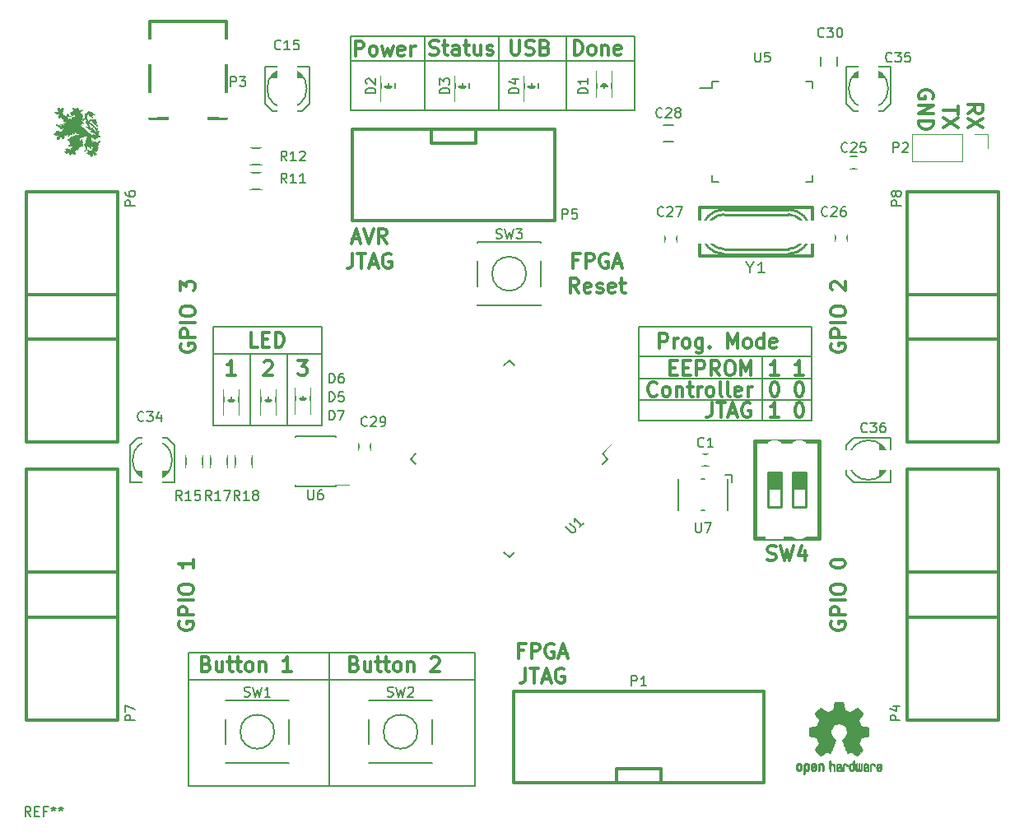
<source format=gto>
G04 #@! TF.FileFunction,Legend,Top*
%FSLAX46Y46*%
G04 Gerber Fmt 4.6, Leading zero omitted, Abs format (unit mm)*
G04 Created by KiCad (PCBNEW 4.0.5) date 03/03/17 01:14:30*
%MOMM*%
%LPD*%
G01*
G04 APERTURE LIST*
%ADD10C,0.100000*%
%ADD11C,0.300000*%
%ADD12C,0.200000*%
%ADD13C,0.150000*%
%ADD14C,0.304800*%
%ADD15C,0.299720*%
%ADD16C,0.254000*%
%ADD17C,0.010000*%
%ADD18C,0.120000*%
%ADD19C,0.381000*%
%ADD20C,0.195580*%
%ADD21C,0.203200*%
%ADD22C,0.152400*%
%ADD23R,1.650000X1.900000*%
%ADD24R,1.900000X0.950000*%
%ADD25R,0.950000X1.900000*%
%ADD26R,2.597100X2.597100*%
%ADD27R,0.897840X2.597100*%
%ADD28C,1.299160*%
%ADD29O,1.900000X2.400000*%
%ADD30R,1.900000X2.400000*%
%ADD31R,1.950000X1.000000*%
%ADD32R,1.598880X1.598880*%
%ADD33R,1.600000X1.150000*%
%ADD34R,1.900000X1.650000*%
%ADD35R,1.900000X1.700000*%
%ADD36R,1.700000X1.900000*%
%ADD37O,2.400000X1.900000*%
%ADD38R,2.400000X1.900000*%
%ADD39R,5.899100X2.398980*%
%ADD40R,1.900000X2.200000*%
%ADD41R,1.150000X1.600000*%
%ADD42R,2.000200X3.000960*%
%ADD43R,3.000960X2.000200*%
%ADD44C,3.900120*%
%ADD45R,2.500000X1.750000*%
%ADD46R,2.100000X2.100000*%
%ADD47O,2.100000X2.100000*%
%ADD48R,1.898600X2.597100*%
%ADD49O,1.898600X2.597100*%
G04 APERTURE END LIST*
D10*
D11*
X144883429Y-84977857D02*
X144383429Y-84977857D01*
X144383429Y-85763571D02*
X144383429Y-84263571D01*
X145097715Y-84263571D01*
X145669143Y-85763571D02*
X145669143Y-84263571D01*
X146240571Y-84263571D01*
X146383429Y-84335000D01*
X146454857Y-84406429D01*
X146526286Y-84549286D01*
X146526286Y-84763571D01*
X146454857Y-84906429D01*
X146383429Y-84977857D01*
X146240571Y-85049286D01*
X145669143Y-85049286D01*
X147954857Y-84335000D02*
X147812000Y-84263571D01*
X147597714Y-84263571D01*
X147383429Y-84335000D01*
X147240571Y-84477857D01*
X147169143Y-84620714D01*
X147097714Y-84906429D01*
X147097714Y-85120714D01*
X147169143Y-85406429D01*
X147240571Y-85549286D01*
X147383429Y-85692143D01*
X147597714Y-85763571D01*
X147740571Y-85763571D01*
X147954857Y-85692143D01*
X148026286Y-85620714D01*
X148026286Y-85120714D01*
X147740571Y-85120714D01*
X148597714Y-85335000D02*
X149312000Y-85335000D01*
X148454857Y-85763571D02*
X148954857Y-84263571D01*
X149454857Y-85763571D01*
X144954858Y-88313571D02*
X144454858Y-87599286D01*
X144097715Y-88313571D02*
X144097715Y-86813571D01*
X144669143Y-86813571D01*
X144812001Y-86885000D01*
X144883429Y-86956429D01*
X144954858Y-87099286D01*
X144954858Y-87313571D01*
X144883429Y-87456429D01*
X144812001Y-87527857D01*
X144669143Y-87599286D01*
X144097715Y-87599286D01*
X146169143Y-88242143D02*
X146026286Y-88313571D01*
X145740572Y-88313571D01*
X145597715Y-88242143D01*
X145526286Y-88099286D01*
X145526286Y-87527857D01*
X145597715Y-87385000D01*
X145740572Y-87313571D01*
X146026286Y-87313571D01*
X146169143Y-87385000D01*
X146240572Y-87527857D01*
X146240572Y-87670714D01*
X145526286Y-87813571D01*
X146812000Y-88242143D02*
X146954857Y-88313571D01*
X147240572Y-88313571D01*
X147383429Y-88242143D01*
X147454857Y-88099286D01*
X147454857Y-88027857D01*
X147383429Y-87885000D01*
X147240572Y-87813571D01*
X147026286Y-87813571D01*
X146883429Y-87742143D01*
X146812000Y-87599286D01*
X146812000Y-87527857D01*
X146883429Y-87385000D01*
X147026286Y-87313571D01*
X147240572Y-87313571D01*
X147383429Y-87385000D01*
X148669143Y-88242143D02*
X148526286Y-88313571D01*
X148240572Y-88313571D01*
X148097715Y-88242143D01*
X148026286Y-88099286D01*
X148026286Y-87527857D01*
X148097715Y-87385000D01*
X148240572Y-87313571D01*
X148526286Y-87313571D01*
X148669143Y-87385000D01*
X148740572Y-87527857D01*
X148740572Y-87670714D01*
X148026286Y-87813571D01*
X149169143Y-87313571D02*
X149740572Y-87313571D01*
X149383429Y-86813571D02*
X149383429Y-88099286D01*
X149454857Y-88242143D01*
X149597715Y-88313571D01*
X149740572Y-88313571D01*
X181344000Y-68326143D02*
X181415429Y-68183286D01*
X181415429Y-67969000D01*
X181344000Y-67754715D01*
X181201143Y-67611857D01*
X181058286Y-67540429D01*
X180772571Y-67469000D01*
X180558286Y-67469000D01*
X180272571Y-67540429D01*
X180129714Y-67611857D01*
X179986857Y-67754715D01*
X179915429Y-67969000D01*
X179915429Y-68111857D01*
X179986857Y-68326143D01*
X180058286Y-68397572D01*
X180558286Y-68397572D01*
X180558286Y-68111857D01*
X179915429Y-69040429D02*
X181415429Y-69040429D01*
X179915429Y-69897572D01*
X181415429Y-69897572D01*
X179915429Y-70611858D02*
X181415429Y-70611858D01*
X181415429Y-70969001D01*
X181344000Y-71183286D01*
X181201143Y-71326144D01*
X181058286Y-71397572D01*
X180772571Y-71469001D01*
X180558286Y-71469001D01*
X180272571Y-71397572D01*
X180129714Y-71326144D01*
X179986857Y-71183286D01*
X179915429Y-70969001D01*
X179915429Y-70611858D01*
X183955429Y-69088143D02*
X183955429Y-69945286D01*
X182455429Y-69516715D02*
X183955429Y-69516715D01*
X183955429Y-70302429D02*
X182455429Y-71302429D01*
X183955429Y-71302429D02*
X182455429Y-70302429D01*
X184995429Y-69854001D02*
X185709714Y-69354001D01*
X184995429Y-68996858D02*
X186495429Y-68996858D01*
X186495429Y-69568286D01*
X186424000Y-69711144D01*
X186352571Y-69782572D01*
X186209714Y-69854001D01*
X185995429Y-69854001D01*
X185852571Y-69782572D01*
X185781143Y-69711144D01*
X185709714Y-69568286D01*
X185709714Y-68996858D01*
X186495429Y-70354001D02*
X184995429Y-71354001D01*
X186495429Y-71354001D02*
X184995429Y-70354001D01*
D12*
X151130000Y-99314000D02*
X168910000Y-99314000D01*
X151130000Y-97155000D02*
X168910000Y-97155000D01*
D11*
X167568572Y-99635571D02*
X167711429Y-99635571D01*
X167854286Y-99707000D01*
X167925715Y-99778429D01*
X167997144Y-99921286D01*
X168068572Y-100207000D01*
X168068572Y-100564143D01*
X167997144Y-100849857D01*
X167925715Y-100992714D01*
X167854286Y-101064143D01*
X167711429Y-101135571D01*
X167568572Y-101135571D01*
X167425715Y-101064143D01*
X167354286Y-100992714D01*
X167282858Y-100849857D01*
X167211429Y-100564143D01*
X167211429Y-100207000D01*
X167282858Y-99921286D01*
X167354286Y-99778429D01*
X167425715Y-99707000D01*
X167568572Y-99635571D01*
X165528572Y-101135571D02*
X164671429Y-101135571D01*
X165100001Y-101135571D02*
X165100001Y-99635571D01*
X164957144Y-99849857D01*
X164814286Y-99992714D01*
X164671429Y-100064143D01*
X167568572Y-97476571D02*
X167711429Y-97476571D01*
X167854286Y-97548000D01*
X167925715Y-97619429D01*
X167997144Y-97762286D01*
X168068572Y-98048000D01*
X168068572Y-98405143D01*
X167997144Y-98690857D01*
X167925715Y-98833714D01*
X167854286Y-98905143D01*
X167711429Y-98976571D01*
X167568572Y-98976571D01*
X167425715Y-98905143D01*
X167354286Y-98833714D01*
X167282858Y-98690857D01*
X167211429Y-98405143D01*
X167211429Y-98048000D01*
X167282858Y-97762286D01*
X167354286Y-97619429D01*
X167425715Y-97548000D01*
X167568572Y-97476571D01*
X165028572Y-97476571D02*
X165171429Y-97476571D01*
X165314286Y-97548000D01*
X165385715Y-97619429D01*
X165457144Y-97762286D01*
X165528572Y-98048000D01*
X165528572Y-98405143D01*
X165457144Y-98690857D01*
X165385715Y-98833714D01*
X165314286Y-98905143D01*
X165171429Y-98976571D01*
X165028572Y-98976571D01*
X164885715Y-98905143D01*
X164814286Y-98833714D01*
X164742858Y-98690857D01*
X164671429Y-98405143D01*
X164671429Y-98048000D01*
X164742858Y-97762286D01*
X164814286Y-97619429D01*
X164885715Y-97548000D01*
X165028572Y-97476571D01*
X168068572Y-96817571D02*
X167211429Y-96817571D01*
X167640001Y-96817571D02*
X167640001Y-95317571D01*
X167497144Y-95531857D01*
X167354286Y-95674714D01*
X167211429Y-95746143D01*
X165528572Y-96817571D02*
X164671429Y-96817571D01*
X165100001Y-96817571D02*
X165100001Y-95317571D01*
X164957144Y-95531857D01*
X164814286Y-95674714D01*
X164671429Y-95746143D01*
X158651000Y-99635571D02*
X158651000Y-100707000D01*
X158579572Y-100921286D01*
X158436715Y-101064143D01*
X158222429Y-101135571D01*
X158079572Y-101135571D01*
X159151000Y-99635571D02*
X160008143Y-99635571D01*
X159579572Y-101135571D02*
X159579572Y-99635571D01*
X160436714Y-100707000D02*
X161151000Y-100707000D01*
X160293857Y-101135571D02*
X160793857Y-99635571D01*
X161293857Y-101135571D01*
X162579571Y-99707000D02*
X162436714Y-99635571D01*
X162222428Y-99635571D01*
X162008143Y-99707000D01*
X161865285Y-99849857D01*
X161793857Y-99992714D01*
X161722428Y-100278429D01*
X161722428Y-100492714D01*
X161793857Y-100778429D01*
X161865285Y-100921286D01*
X162008143Y-101064143D01*
X162222428Y-101135571D01*
X162365285Y-101135571D01*
X162579571Y-101064143D01*
X162651000Y-100992714D01*
X162651000Y-100492714D01*
X162365285Y-100492714D01*
X152995858Y-98833714D02*
X152924429Y-98905143D01*
X152710143Y-98976571D01*
X152567286Y-98976571D01*
X152353001Y-98905143D01*
X152210143Y-98762286D01*
X152138715Y-98619429D01*
X152067286Y-98333714D01*
X152067286Y-98119429D01*
X152138715Y-97833714D01*
X152210143Y-97690857D01*
X152353001Y-97548000D01*
X152567286Y-97476571D01*
X152710143Y-97476571D01*
X152924429Y-97548000D01*
X152995858Y-97619429D01*
X153853001Y-98976571D02*
X153710143Y-98905143D01*
X153638715Y-98833714D01*
X153567286Y-98690857D01*
X153567286Y-98262286D01*
X153638715Y-98119429D01*
X153710143Y-98048000D01*
X153853001Y-97976571D01*
X154067286Y-97976571D01*
X154210143Y-98048000D01*
X154281572Y-98119429D01*
X154353001Y-98262286D01*
X154353001Y-98690857D01*
X154281572Y-98833714D01*
X154210143Y-98905143D01*
X154067286Y-98976571D01*
X153853001Y-98976571D01*
X154995858Y-97976571D02*
X154995858Y-98976571D01*
X154995858Y-98119429D02*
X155067286Y-98048000D01*
X155210144Y-97976571D01*
X155424429Y-97976571D01*
X155567286Y-98048000D01*
X155638715Y-98190857D01*
X155638715Y-98976571D01*
X156138715Y-97976571D02*
X156710144Y-97976571D01*
X156353001Y-97476571D02*
X156353001Y-98762286D01*
X156424429Y-98905143D01*
X156567287Y-98976571D01*
X156710144Y-98976571D01*
X157210144Y-98976571D02*
X157210144Y-97976571D01*
X157210144Y-98262286D02*
X157281572Y-98119429D01*
X157353001Y-98048000D01*
X157495858Y-97976571D01*
X157638715Y-97976571D01*
X158353001Y-98976571D02*
X158210143Y-98905143D01*
X158138715Y-98833714D01*
X158067286Y-98690857D01*
X158067286Y-98262286D01*
X158138715Y-98119429D01*
X158210143Y-98048000D01*
X158353001Y-97976571D01*
X158567286Y-97976571D01*
X158710143Y-98048000D01*
X158781572Y-98119429D01*
X158853001Y-98262286D01*
X158853001Y-98690857D01*
X158781572Y-98833714D01*
X158710143Y-98905143D01*
X158567286Y-98976571D01*
X158353001Y-98976571D01*
X159710144Y-98976571D02*
X159567286Y-98905143D01*
X159495858Y-98762286D01*
X159495858Y-97476571D01*
X160495858Y-98976571D02*
X160353000Y-98905143D01*
X160281572Y-98762286D01*
X160281572Y-97476571D01*
X161638714Y-98905143D02*
X161495857Y-98976571D01*
X161210143Y-98976571D01*
X161067286Y-98905143D01*
X160995857Y-98762286D01*
X160995857Y-98190857D01*
X161067286Y-98048000D01*
X161210143Y-97976571D01*
X161495857Y-97976571D01*
X161638714Y-98048000D01*
X161710143Y-98190857D01*
X161710143Y-98333714D01*
X160995857Y-98476571D01*
X162353000Y-98976571D02*
X162353000Y-97976571D01*
X162353000Y-98262286D02*
X162424428Y-98119429D01*
X162495857Y-98048000D01*
X162638714Y-97976571D01*
X162781571Y-97976571D01*
X154353143Y-96031857D02*
X154853143Y-96031857D01*
X155067429Y-96817571D02*
X154353143Y-96817571D01*
X154353143Y-95317571D01*
X155067429Y-95317571D01*
X155710286Y-96031857D02*
X156210286Y-96031857D01*
X156424572Y-96817571D02*
X155710286Y-96817571D01*
X155710286Y-95317571D01*
X156424572Y-95317571D01*
X157067429Y-96817571D02*
X157067429Y-95317571D01*
X157638857Y-95317571D01*
X157781715Y-95389000D01*
X157853143Y-95460429D01*
X157924572Y-95603286D01*
X157924572Y-95817571D01*
X157853143Y-95960429D01*
X157781715Y-96031857D01*
X157638857Y-96103286D01*
X157067429Y-96103286D01*
X159424572Y-96817571D02*
X158924572Y-96103286D01*
X158567429Y-96817571D02*
X158567429Y-95317571D01*
X159138857Y-95317571D01*
X159281715Y-95389000D01*
X159353143Y-95460429D01*
X159424572Y-95603286D01*
X159424572Y-95817571D01*
X159353143Y-95960429D01*
X159281715Y-96031857D01*
X159138857Y-96103286D01*
X158567429Y-96103286D01*
X160353143Y-95317571D02*
X160638857Y-95317571D01*
X160781715Y-95389000D01*
X160924572Y-95531857D01*
X160996000Y-95817571D01*
X160996000Y-96317571D01*
X160924572Y-96603286D01*
X160781715Y-96746143D01*
X160638857Y-96817571D01*
X160353143Y-96817571D01*
X160210286Y-96746143D01*
X160067429Y-96603286D01*
X159996000Y-96317571D01*
X159996000Y-95817571D01*
X160067429Y-95531857D01*
X160210286Y-95389000D01*
X160353143Y-95317571D01*
X161638858Y-96817571D02*
X161638858Y-95317571D01*
X162138858Y-96389000D01*
X162638858Y-95317571D01*
X162638858Y-96817571D01*
D12*
X163830000Y-101473000D02*
X163830000Y-94869000D01*
D11*
X153258000Y-94023571D02*
X153258000Y-92523571D01*
X153829428Y-92523571D01*
X153972286Y-92595000D01*
X154043714Y-92666429D01*
X154115143Y-92809286D01*
X154115143Y-93023571D01*
X154043714Y-93166429D01*
X153972286Y-93237857D01*
X153829428Y-93309286D01*
X153258000Y-93309286D01*
X154758000Y-94023571D02*
X154758000Y-93023571D01*
X154758000Y-93309286D02*
X154829428Y-93166429D01*
X154900857Y-93095000D01*
X155043714Y-93023571D01*
X155186571Y-93023571D01*
X155900857Y-94023571D02*
X155757999Y-93952143D01*
X155686571Y-93880714D01*
X155615142Y-93737857D01*
X155615142Y-93309286D01*
X155686571Y-93166429D01*
X155757999Y-93095000D01*
X155900857Y-93023571D01*
X156115142Y-93023571D01*
X156257999Y-93095000D01*
X156329428Y-93166429D01*
X156400857Y-93309286D01*
X156400857Y-93737857D01*
X156329428Y-93880714D01*
X156257999Y-93952143D01*
X156115142Y-94023571D01*
X155900857Y-94023571D01*
X157686571Y-93023571D02*
X157686571Y-94237857D01*
X157615142Y-94380714D01*
X157543714Y-94452143D01*
X157400857Y-94523571D01*
X157186571Y-94523571D01*
X157043714Y-94452143D01*
X157686571Y-93952143D02*
X157543714Y-94023571D01*
X157258000Y-94023571D01*
X157115142Y-93952143D01*
X157043714Y-93880714D01*
X156972285Y-93737857D01*
X156972285Y-93309286D01*
X157043714Y-93166429D01*
X157115142Y-93095000D01*
X157258000Y-93023571D01*
X157543714Y-93023571D01*
X157686571Y-93095000D01*
X158400857Y-93880714D02*
X158472285Y-93952143D01*
X158400857Y-94023571D01*
X158329428Y-93952143D01*
X158400857Y-93880714D01*
X158400857Y-94023571D01*
X160258000Y-94023571D02*
X160258000Y-92523571D01*
X160758000Y-93595000D01*
X161258000Y-92523571D01*
X161258000Y-94023571D01*
X162186572Y-94023571D02*
X162043714Y-93952143D01*
X161972286Y-93880714D01*
X161900857Y-93737857D01*
X161900857Y-93309286D01*
X161972286Y-93166429D01*
X162043714Y-93095000D01*
X162186572Y-93023571D01*
X162400857Y-93023571D01*
X162543714Y-93095000D01*
X162615143Y-93166429D01*
X162686572Y-93309286D01*
X162686572Y-93737857D01*
X162615143Y-93880714D01*
X162543714Y-93952143D01*
X162400857Y-94023571D01*
X162186572Y-94023571D01*
X163972286Y-94023571D02*
X163972286Y-92523571D01*
X163972286Y-93952143D02*
X163829429Y-94023571D01*
X163543715Y-94023571D01*
X163400857Y-93952143D01*
X163329429Y-93880714D01*
X163258000Y-93737857D01*
X163258000Y-93309286D01*
X163329429Y-93166429D01*
X163400857Y-93095000D01*
X163543715Y-93023571D01*
X163829429Y-93023571D01*
X163972286Y-93095000D01*
X165258000Y-93952143D02*
X165115143Y-94023571D01*
X164829429Y-94023571D01*
X164686572Y-93952143D01*
X164615143Y-93809286D01*
X164615143Y-93237857D01*
X164686572Y-93095000D01*
X164829429Y-93023571D01*
X165115143Y-93023571D01*
X165258000Y-93095000D01*
X165329429Y-93237857D01*
X165329429Y-93380714D01*
X164615143Y-93523571D01*
X103898000Y-122165714D02*
X103826571Y-122308571D01*
X103826571Y-122522857D01*
X103898000Y-122737142D01*
X104040857Y-122880000D01*
X104183714Y-122951428D01*
X104469429Y-123022857D01*
X104683714Y-123022857D01*
X104969429Y-122951428D01*
X105112286Y-122880000D01*
X105255143Y-122737142D01*
X105326571Y-122522857D01*
X105326571Y-122380000D01*
X105255143Y-122165714D01*
X105183714Y-122094285D01*
X104683714Y-122094285D01*
X104683714Y-122380000D01*
X105326571Y-121451428D02*
X103826571Y-121451428D01*
X103826571Y-120880000D01*
X103898000Y-120737142D01*
X103969429Y-120665714D01*
X104112286Y-120594285D01*
X104326571Y-120594285D01*
X104469429Y-120665714D01*
X104540857Y-120737142D01*
X104612286Y-120880000D01*
X104612286Y-121451428D01*
X105326571Y-119951428D02*
X103826571Y-119951428D01*
X103826571Y-118951428D02*
X103826571Y-118665714D01*
X103898000Y-118522856D01*
X104040857Y-118379999D01*
X104326571Y-118308571D01*
X104826571Y-118308571D01*
X105112286Y-118379999D01*
X105255143Y-118522856D01*
X105326571Y-118665714D01*
X105326571Y-118951428D01*
X105255143Y-119094285D01*
X105112286Y-119237142D01*
X104826571Y-119308571D01*
X104326571Y-119308571D01*
X104040857Y-119237142D01*
X103898000Y-119094285D01*
X103826571Y-118951428D01*
X105326571Y-115737142D02*
X105326571Y-116594285D01*
X105326571Y-116165713D02*
X103826571Y-116165713D01*
X104040857Y-116308570D01*
X104183714Y-116451428D01*
X104255143Y-116594285D01*
X170954000Y-122165714D02*
X170882571Y-122308571D01*
X170882571Y-122522857D01*
X170954000Y-122737142D01*
X171096857Y-122880000D01*
X171239714Y-122951428D01*
X171525429Y-123022857D01*
X171739714Y-123022857D01*
X172025429Y-122951428D01*
X172168286Y-122880000D01*
X172311143Y-122737142D01*
X172382571Y-122522857D01*
X172382571Y-122380000D01*
X172311143Y-122165714D01*
X172239714Y-122094285D01*
X171739714Y-122094285D01*
X171739714Y-122380000D01*
X172382571Y-121451428D02*
X170882571Y-121451428D01*
X170882571Y-120880000D01*
X170954000Y-120737142D01*
X171025429Y-120665714D01*
X171168286Y-120594285D01*
X171382571Y-120594285D01*
X171525429Y-120665714D01*
X171596857Y-120737142D01*
X171668286Y-120880000D01*
X171668286Y-121451428D01*
X172382571Y-119951428D02*
X170882571Y-119951428D01*
X170882571Y-118951428D02*
X170882571Y-118665714D01*
X170954000Y-118522856D01*
X171096857Y-118379999D01*
X171382571Y-118308571D01*
X171882571Y-118308571D01*
X172168286Y-118379999D01*
X172311143Y-118522856D01*
X172382571Y-118665714D01*
X172382571Y-118951428D01*
X172311143Y-119094285D01*
X172168286Y-119237142D01*
X171882571Y-119308571D01*
X171382571Y-119308571D01*
X171096857Y-119237142D01*
X170954000Y-119094285D01*
X170882571Y-118951428D01*
X170882571Y-116237142D02*
X170882571Y-116094285D01*
X170954000Y-115951428D01*
X171025429Y-115879999D01*
X171168286Y-115808570D01*
X171454000Y-115737142D01*
X171811143Y-115737142D01*
X172096857Y-115808570D01*
X172239714Y-115879999D01*
X172311143Y-115951428D01*
X172382571Y-116094285D01*
X172382571Y-116237142D01*
X172311143Y-116379999D01*
X172239714Y-116451428D01*
X172096857Y-116522856D01*
X171811143Y-116594285D01*
X171454000Y-116594285D01*
X171168286Y-116522856D01*
X171025429Y-116451428D01*
X170954000Y-116379999D01*
X170882571Y-116237142D01*
X170954000Y-93590714D02*
X170882571Y-93733571D01*
X170882571Y-93947857D01*
X170954000Y-94162142D01*
X171096857Y-94305000D01*
X171239714Y-94376428D01*
X171525429Y-94447857D01*
X171739714Y-94447857D01*
X172025429Y-94376428D01*
X172168286Y-94305000D01*
X172311143Y-94162142D01*
X172382571Y-93947857D01*
X172382571Y-93805000D01*
X172311143Y-93590714D01*
X172239714Y-93519285D01*
X171739714Y-93519285D01*
X171739714Y-93805000D01*
X172382571Y-92876428D02*
X170882571Y-92876428D01*
X170882571Y-92305000D01*
X170954000Y-92162142D01*
X171025429Y-92090714D01*
X171168286Y-92019285D01*
X171382571Y-92019285D01*
X171525429Y-92090714D01*
X171596857Y-92162142D01*
X171668286Y-92305000D01*
X171668286Y-92876428D01*
X172382571Y-91376428D02*
X170882571Y-91376428D01*
X170882571Y-90376428D02*
X170882571Y-90090714D01*
X170954000Y-89947856D01*
X171096857Y-89804999D01*
X171382571Y-89733571D01*
X171882571Y-89733571D01*
X172168286Y-89804999D01*
X172311143Y-89947856D01*
X172382571Y-90090714D01*
X172382571Y-90376428D01*
X172311143Y-90519285D01*
X172168286Y-90662142D01*
X171882571Y-90733571D01*
X171382571Y-90733571D01*
X171096857Y-90662142D01*
X170954000Y-90519285D01*
X170882571Y-90376428D01*
X171025429Y-88019285D02*
X170954000Y-87947856D01*
X170882571Y-87804999D01*
X170882571Y-87447856D01*
X170954000Y-87304999D01*
X171025429Y-87233570D01*
X171168286Y-87162142D01*
X171311143Y-87162142D01*
X171525429Y-87233570D01*
X172382571Y-88090713D01*
X172382571Y-87162142D01*
X104025000Y-93590714D02*
X103953571Y-93733571D01*
X103953571Y-93947857D01*
X104025000Y-94162142D01*
X104167857Y-94305000D01*
X104310714Y-94376428D01*
X104596429Y-94447857D01*
X104810714Y-94447857D01*
X105096429Y-94376428D01*
X105239286Y-94305000D01*
X105382143Y-94162142D01*
X105453571Y-93947857D01*
X105453571Y-93805000D01*
X105382143Y-93590714D01*
X105310714Y-93519285D01*
X104810714Y-93519285D01*
X104810714Y-93805000D01*
X105453571Y-92876428D02*
X103953571Y-92876428D01*
X103953571Y-92305000D01*
X104025000Y-92162142D01*
X104096429Y-92090714D01*
X104239286Y-92019285D01*
X104453571Y-92019285D01*
X104596429Y-92090714D01*
X104667857Y-92162142D01*
X104739286Y-92305000D01*
X104739286Y-92876428D01*
X105453571Y-91376428D02*
X103953571Y-91376428D01*
X103953571Y-90376428D02*
X103953571Y-90090714D01*
X104025000Y-89947856D01*
X104167857Y-89804999D01*
X104453571Y-89733571D01*
X104953571Y-89733571D01*
X105239286Y-89804999D01*
X105382143Y-89947856D01*
X105453571Y-90090714D01*
X105453571Y-90376428D01*
X105382143Y-90519285D01*
X105239286Y-90662142D01*
X104953571Y-90733571D01*
X104453571Y-90733571D01*
X104167857Y-90662142D01*
X104025000Y-90519285D01*
X103953571Y-90376428D01*
X103953571Y-88090713D02*
X103953571Y-87162142D01*
X104525000Y-87662142D01*
X104525000Y-87447856D01*
X104596429Y-87304999D01*
X104667857Y-87233570D01*
X104810714Y-87162142D01*
X105167857Y-87162142D01*
X105310714Y-87233570D01*
X105382143Y-87304999D01*
X105453571Y-87447856D01*
X105453571Y-87876428D01*
X105382143Y-88019285D01*
X105310714Y-88090713D01*
X121694000Y-82795000D02*
X122408286Y-82795000D01*
X121551143Y-83223571D02*
X122051143Y-81723571D01*
X122551143Y-83223571D01*
X122836857Y-81723571D02*
X123336857Y-83223571D01*
X123836857Y-81723571D01*
X125194000Y-83223571D02*
X124694000Y-82509286D01*
X124336857Y-83223571D02*
X124336857Y-81723571D01*
X124908285Y-81723571D01*
X125051143Y-81795000D01*
X125122571Y-81866429D01*
X125194000Y-82009286D01*
X125194000Y-82223571D01*
X125122571Y-82366429D01*
X125051143Y-82437857D01*
X124908285Y-82509286D01*
X124336857Y-82509286D01*
X121694000Y-84273571D02*
X121694000Y-85345000D01*
X121622572Y-85559286D01*
X121479715Y-85702143D01*
X121265429Y-85773571D01*
X121122572Y-85773571D01*
X122194000Y-84273571D02*
X123051143Y-84273571D01*
X122622572Y-85773571D02*
X122622572Y-84273571D01*
X123479714Y-85345000D02*
X124194000Y-85345000D01*
X123336857Y-85773571D02*
X123836857Y-84273571D01*
X124336857Y-85773571D01*
X125622571Y-84345000D02*
X125479714Y-84273571D01*
X125265428Y-84273571D01*
X125051143Y-84345000D01*
X124908285Y-84487857D01*
X124836857Y-84630714D01*
X124765428Y-84916429D01*
X124765428Y-85130714D01*
X124836857Y-85416429D01*
X124908285Y-85559286D01*
X125051143Y-85702143D01*
X125265428Y-85773571D01*
X125408285Y-85773571D01*
X125622571Y-85702143D01*
X125694000Y-85630714D01*
X125694000Y-85130714D01*
X125408285Y-85130714D01*
X139295429Y-125109857D02*
X138795429Y-125109857D01*
X138795429Y-125895571D02*
X138795429Y-124395571D01*
X139509715Y-124395571D01*
X140081143Y-125895571D02*
X140081143Y-124395571D01*
X140652571Y-124395571D01*
X140795429Y-124467000D01*
X140866857Y-124538429D01*
X140938286Y-124681286D01*
X140938286Y-124895571D01*
X140866857Y-125038429D01*
X140795429Y-125109857D01*
X140652571Y-125181286D01*
X140081143Y-125181286D01*
X142366857Y-124467000D02*
X142224000Y-124395571D01*
X142009714Y-124395571D01*
X141795429Y-124467000D01*
X141652571Y-124609857D01*
X141581143Y-124752714D01*
X141509714Y-125038429D01*
X141509714Y-125252714D01*
X141581143Y-125538429D01*
X141652571Y-125681286D01*
X141795429Y-125824143D01*
X142009714Y-125895571D01*
X142152571Y-125895571D01*
X142366857Y-125824143D01*
X142438286Y-125752714D01*
X142438286Y-125252714D01*
X142152571Y-125252714D01*
X143009714Y-125467000D02*
X143724000Y-125467000D01*
X142866857Y-125895571D02*
X143366857Y-124395571D01*
X143866857Y-125895571D01*
X139474000Y-126945571D02*
X139474000Y-128017000D01*
X139402572Y-128231286D01*
X139259715Y-128374143D01*
X139045429Y-128445571D01*
X138902572Y-128445571D01*
X139974000Y-126945571D02*
X140831143Y-126945571D01*
X140402572Y-128445571D02*
X140402572Y-126945571D01*
X141259714Y-128017000D02*
X141974000Y-128017000D01*
X141116857Y-128445571D02*
X141616857Y-126945571D01*
X142116857Y-128445571D01*
X143402571Y-127017000D02*
X143259714Y-126945571D01*
X143045428Y-126945571D01*
X142831143Y-127017000D01*
X142688285Y-127159857D01*
X142616857Y-127302714D01*
X142545428Y-127588429D01*
X142545428Y-127802714D01*
X142616857Y-128088429D01*
X142688285Y-128231286D01*
X142831143Y-128374143D01*
X143045428Y-128445571D01*
X143188285Y-128445571D01*
X143402571Y-128374143D01*
X143474000Y-128302714D01*
X143474000Y-127802714D01*
X143188285Y-127802714D01*
D12*
X151130000Y-94869000D02*
X168910000Y-94869000D01*
X151130000Y-91821000D02*
X168910000Y-91821000D01*
X151130000Y-101473000D02*
X151130000Y-91821000D01*
X168910000Y-101473000D02*
X168910000Y-91821000D01*
X151130000Y-101473000D02*
X168910000Y-101473000D01*
X107315000Y-101981000D02*
X118491000Y-101981000D01*
X107315000Y-94615000D02*
X118491000Y-94615000D01*
X118491000Y-91821000D02*
X118491000Y-94615000D01*
X107315000Y-91821000D02*
X118491000Y-91821000D01*
X104775000Y-128143000D02*
X134239000Y-128143000D01*
X119253000Y-139065000D02*
X119253000Y-125349000D01*
X134239000Y-125349000D02*
X104775000Y-125349000D01*
X134239000Y-139065000D02*
X134239000Y-125349000D01*
X104775000Y-139065000D02*
X134239000Y-139065000D01*
X104775000Y-125349000D02*
X104775000Y-139065000D01*
D11*
X121912572Y-126511857D02*
X122126858Y-126583286D01*
X122198286Y-126654714D01*
X122269715Y-126797571D01*
X122269715Y-127011857D01*
X122198286Y-127154714D01*
X122126858Y-127226143D01*
X121984000Y-127297571D01*
X121412572Y-127297571D01*
X121412572Y-125797571D01*
X121912572Y-125797571D01*
X122055429Y-125869000D01*
X122126858Y-125940429D01*
X122198286Y-126083286D01*
X122198286Y-126226143D01*
X122126858Y-126369000D01*
X122055429Y-126440429D01*
X121912572Y-126511857D01*
X121412572Y-126511857D01*
X123555429Y-126297571D02*
X123555429Y-127297571D01*
X122912572Y-126297571D02*
X122912572Y-127083286D01*
X122984000Y-127226143D01*
X123126858Y-127297571D01*
X123341143Y-127297571D01*
X123484000Y-127226143D01*
X123555429Y-127154714D01*
X124055429Y-126297571D02*
X124626858Y-126297571D01*
X124269715Y-125797571D02*
X124269715Y-127083286D01*
X124341143Y-127226143D01*
X124484001Y-127297571D01*
X124626858Y-127297571D01*
X124912572Y-126297571D02*
X125484001Y-126297571D01*
X125126858Y-125797571D02*
X125126858Y-127083286D01*
X125198286Y-127226143D01*
X125341144Y-127297571D01*
X125484001Y-127297571D01*
X126198287Y-127297571D02*
X126055429Y-127226143D01*
X125984001Y-127154714D01*
X125912572Y-127011857D01*
X125912572Y-126583286D01*
X125984001Y-126440429D01*
X126055429Y-126369000D01*
X126198287Y-126297571D01*
X126412572Y-126297571D01*
X126555429Y-126369000D01*
X126626858Y-126440429D01*
X126698287Y-126583286D01*
X126698287Y-127011857D01*
X126626858Y-127154714D01*
X126555429Y-127226143D01*
X126412572Y-127297571D01*
X126198287Y-127297571D01*
X127341144Y-126297571D02*
X127341144Y-127297571D01*
X127341144Y-126440429D02*
X127412572Y-126369000D01*
X127555430Y-126297571D01*
X127769715Y-126297571D01*
X127912572Y-126369000D01*
X127984001Y-126511857D01*
X127984001Y-127297571D01*
X129769715Y-125940429D02*
X129841144Y-125869000D01*
X129984001Y-125797571D01*
X130341144Y-125797571D01*
X130484001Y-125869000D01*
X130555430Y-125940429D01*
X130626858Y-126083286D01*
X130626858Y-126226143D01*
X130555430Y-126440429D01*
X129698287Y-127297571D01*
X130626858Y-127297571D01*
X106672572Y-126511857D02*
X106886858Y-126583286D01*
X106958286Y-126654714D01*
X107029715Y-126797571D01*
X107029715Y-127011857D01*
X106958286Y-127154714D01*
X106886858Y-127226143D01*
X106744000Y-127297571D01*
X106172572Y-127297571D01*
X106172572Y-125797571D01*
X106672572Y-125797571D01*
X106815429Y-125869000D01*
X106886858Y-125940429D01*
X106958286Y-126083286D01*
X106958286Y-126226143D01*
X106886858Y-126369000D01*
X106815429Y-126440429D01*
X106672572Y-126511857D01*
X106172572Y-126511857D01*
X108315429Y-126297571D02*
X108315429Y-127297571D01*
X107672572Y-126297571D02*
X107672572Y-127083286D01*
X107744000Y-127226143D01*
X107886858Y-127297571D01*
X108101143Y-127297571D01*
X108244000Y-127226143D01*
X108315429Y-127154714D01*
X108815429Y-126297571D02*
X109386858Y-126297571D01*
X109029715Y-125797571D02*
X109029715Y-127083286D01*
X109101143Y-127226143D01*
X109244001Y-127297571D01*
X109386858Y-127297571D01*
X109672572Y-126297571D02*
X110244001Y-126297571D01*
X109886858Y-125797571D02*
X109886858Y-127083286D01*
X109958286Y-127226143D01*
X110101144Y-127297571D01*
X110244001Y-127297571D01*
X110958287Y-127297571D02*
X110815429Y-127226143D01*
X110744001Y-127154714D01*
X110672572Y-127011857D01*
X110672572Y-126583286D01*
X110744001Y-126440429D01*
X110815429Y-126369000D01*
X110958287Y-126297571D01*
X111172572Y-126297571D01*
X111315429Y-126369000D01*
X111386858Y-126440429D01*
X111458287Y-126583286D01*
X111458287Y-127011857D01*
X111386858Y-127154714D01*
X111315429Y-127226143D01*
X111172572Y-127297571D01*
X110958287Y-127297571D01*
X112101144Y-126297571D02*
X112101144Y-127297571D01*
X112101144Y-126440429D02*
X112172572Y-126369000D01*
X112315430Y-126297571D01*
X112529715Y-126297571D01*
X112672572Y-126369000D01*
X112744001Y-126511857D01*
X112744001Y-127297571D01*
X115386858Y-127297571D02*
X114529715Y-127297571D01*
X114958287Y-127297571D02*
X114958287Y-125797571D01*
X114815430Y-126011857D01*
X114672572Y-126154714D01*
X114529715Y-126226143D01*
D12*
X107315000Y-93091000D02*
X107315000Y-91821000D01*
X118491000Y-96139000D02*
X118491000Y-94615000D01*
X114935000Y-96139000D02*
X114935000Y-94615000D01*
X111125000Y-96139000D02*
X111125000Y-94615000D01*
D11*
X116086001Y-95317571D02*
X117014572Y-95317571D01*
X116514572Y-95889000D01*
X116728858Y-95889000D01*
X116871715Y-95960429D01*
X116943144Y-96031857D01*
X117014572Y-96174714D01*
X117014572Y-96531857D01*
X116943144Y-96674714D01*
X116871715Y-96746143D01*
X116728858Y-96817571D01*
X116300286Y-96817571D01*
X116157429Y-96746143D01*
X116086001Y-96674714D01*
X112601429Y-95460429D02*
X112672858Y-95389000D01*
X112815715Y-95317571D01*
X113172858Y-95317571D01*
X113315715Y-95389000D01*
X113387144Y-95460429D01*
X113458572Y-95603286D01*
X113458572Y-95746143D01*
X113387144Y-95960429D01*
X112530001Y-96817571D01*
X113458572Y-96817571D01*
X109648572Y-96817571D02*
X108791429Y-96817571D01*
X109220001Y-96817571D02*
X109220001Y-95317571D01*
X109077144Y-95531857D01*
X108934286Y-95674714D01*
X108791429Y-95746143D01*
D12*
X111125000Y-101981000D02*
X111125000Y-96139000D01*
X114935000Y-101981000D02*
X114935000Y-96139000D01*
X118491000Y-101981000D02*
X118491000Y-96139000D01*
D11*
X111938715Y-93896571D02*
X111224429Y-93896571D01*
X111224429Y-92396571D01*
X112438715Y-93110857D02*
X112938715Y-93110857D01*
X113153001Y-93896571D02*
X112438715Y-93896571D01*
X112438715Y-92396571D01*
X113153001Y-92396571D01*
X113795858Y-93896571D02*
X113795858Y-92396571D01*
X114153001Y-92396571D01*
X114367286Y-92468000D01*
X114510144Y-92610857D01*
X114581572Y-92753714D01*
X114653001Y-93039429D01*
X114653001Y-93253714D01*
X114581572Y-93539429D01*
X114510144Y-93682286D01*
X114367286Y-93825143D01*
X114153001Y-93896571D01*
X113795858Y-93896571D01*
D12*
X107315000Y-101981000D02*
X107315000Y-93091000D01*
D11*
X122003715Y-63924571D02*
X122003715Y-62424571D01*
X122575143Y-62424571D01*
X122718001Y-62496000D01*
X122789429Y-62567429D01*
X122860858Y-62710286D01*
X122860858Y-62924571D01*
X122789429Y-63067429D01*
X122718001Y-63138857D01*
X122575143Y-63210286D01*
X122003715Y-63210286D01*
X123718001Y-63924571D02*
X123575143Y-63853143D01*
X123503715Y-63781714D01*
X123432286Y-63638857D01*
X123432286Y-63210286D01*
X123503715Y-63067429D01*
X123575143Y-62996000D01*
X123718001Y-62924571D01*
X123932286Y-62924571D01*
X124075143Y-62996000D01*
X124146572Y-63067429D01*
X124218001Y-63210286D01*
X124218001Y-63638857D01*
X124146572Y-63781714D01*
X124075143Y-63853143D01*
X123932286Y-63924571D01*
X123718001Y-63924571D01*
X124718001Y-62924571D02*
X125003715Y-63924571D01*
X125289429Y-63210286D01*
X125575144Y-63924571D01*
X125860858Y-62924571D01*
X127003715Y-63853143D02*
X126860858Y-63924571D01*
X126575144Y-63924571D01*
X126432287Y-63853143D01*
X126360858Y-63710286D01*
X126360858Y-63138857D01*
X126432287Y-62996000D01*
X126575144Y-62924571D01*
X126860858Y-62924571D01*
X127003715Y-62996000D01*
X127075144Y-63138857D01*
X127075144Y-63281714D01*
X126360858Y-63424571D01*
X127718001Y-63924571D02*
X127718001Y-62924571D01*
X127718001Y-63210286D02*
X127789429Y-63067429D01*
X127860858Y-62996000D01*
X128003715Y-62924571D01*
X128146572Y-62924571D01*
D12*
X129095500Y-64452500D02*
X121475500Y-64452500D01*
X129095500Y-61912500D02*
X121475500Y-61912500D01*
X121475500Y-61912500D02*
X121475500Y-69532500D01*
X121475500Y-69532500D02*
X129095500Y-69532500D01*
D11*
X129655500Y-63789643D02*
X129869786Y-63861071D01*
X130226929Y-63861071D01*
X130369786Y-63789643D01*
X130441215Y-63718214D01*
X130512643Y-63575357D01*
X130512643Y-63432500D01*
X130441215Y-63289643D01*
X130369786Y-63218214D01*
X130226929Y-63146786D01*
X129941215Y-63075357D01*
X129798357Y-63003929D01*
X129726929Y-62932500D01*
X129655500Y-62789643D01*
X129655500Y-62646786D01*
X129726929Y-62503929D01*
X129798357Y-62432500D01*
X129941215Y-62361071D01*
X130298357Y-62361071D01*
X130512643Y-62432500D01*
X130941214Y-62861071D02*
X131512643Y-62861071D01*
X131155500Y-62361071D02*
X131155500Y-63646786D01*
X131226928Y-63789643D01*
X131369786Y-63861071D01*
X131512643Y-63861071D01*
X132655500Y-63861071D02*
X132655500Y-63075357D01*
X132584071Y-62932500D01*
X132441214Y-62861071D01*
X132155500Y-62861071D01*
X132012643Y-62932500D01*
X132655500Y-63789643D02*
X132512643Y-63861071D01*
X132155500Y-63861071D01*
X132012643Y-63789643D01*
X131941214Y-63646786D01*
X131941214Y-63503929D01*
X132012643Y-63361071D01*
X132155500Y-63289643D01*
X132512643Y-63289643D01*
X132655500Y-63218214D01*
X133155500Y-62861071D02*
X133726929Y-62861071D01*
X133369786Y-62361071D02*
X133369786Y-63646786D01*
X133441214Y-63789643D01*
X133584072Y-63861071D01*
X133726929Y-63861071D01*
X134869786Y-62861071D02*
X134869786Y-63861071D01*
X134226929Y-62861071D02*
X134226929Y-63646786D01*
X134298357Y-63789643D01*
X134441215Y-63861071D01*
X134655500Y-63861071D01*
X134798357Y-63789643D01*
X134869786Y-63718214D01*
X135512643Y-63789643D02*
X135655500Y-63861071D01*
X135941215Y-63861071D01*
X136084072Y-63789643D01*
X136155500Y-63646786D01*
X136155500Y-63575357D01*
X136084072Y-63432500D01*
X135941215Y-63361071D01*
X135726929Y-63361071D01*
X135584072Y-63289643D01*
X135512643Y-63146786D01*
X135512643Y-63075357D01*
X135584072Y-62932500D01*
X135726929Y-62861071D01*
X135941215Y-62861071D01*
X136084072Y-62932500D01*
X137997643Y-62361071D02*
X137997643Y-63575357D01*
X138069071Y-63718214D01*
X138140500Y-63789643D01*
X138283357Y-63861071D01*
X138569071Y-63861071D01*
X138711929Y-63789643D01*
X138783357Y-63718214D01*
X138854786Y-63575357D01*
X138854786Y-62361071D01*
X139497643Y-63789643D02*
X139711929Y-63861071D01*
X140069072Y-63861071D01*
X140211929Y-63789643D01*
X140283358Y-63718214D01*
X140354786Y-63575357D01*
X140354786Y-63432500D01*
X140283358Y-63289643D01*
X140211929Y-63218214D01*
X140069072Y-63146786D01*
X139783358Y-63075357D01*
X139640500Y-63003929D01*
X139569072Y-62932500D01*
X139497643Y-62789643D01*
X139497643Y-62646786D01*
X139569072Y-62503929D01*
X139640500Y-62432500D01*
X139783358Y-62361071D01*
X140140500Y-62361071D01*
X140354786Y-62432500D01*
X141497643Y-63075357D02*
X141711929Y-63146786D01*
X141783357Y-63218214D01*
X141854786Y-63361071D01*
X141854786Y-63575357D01*
X141783357Y-63718214D01*
X141711929Y-63789643D01*
X141569071Y-63861071D01*
X140997643Y-63861071D01*
X140997643Y-62361071D01*
X141497643Y-62361071D01*
X141640500Y-62432500D01*
X141711929Y-62503929D01*
X141783357Y-62646786D01*
X141783357Y-62789643D01*
X141711929Y-62932500D01*
X141640500Y-63003929D01*
X141497643Y-63075357D01*
X140997643Y-63075357D01*
D12*
X136715500Y-64452500D02*
X129095500Y-64452500D01*
X143700500Y-64452500D02*
X136715500Y-64452500D01*
X129095500Y-69532500D02*
X136715500Y-69532500D01*
X129095500Y-61912500D02*
X129095500Y-69532500D01*
X136715500Y-61912500D02*
X129095500Y-61912500D01*
X136715500Y-69532500D02*
X143700500Y-69532500D01*
X136715500Y-61912500D02*
X136715500Y-69532500D01*
X143700500Y-61912500D02*
X136715500Y-61912500D01*
D11*
X144482643Y-63861071D02*
X144482643Y-62361071D01*
X144839786Y-62361071D01*
X145054071Y-62432500D01*
X145196929Y-62575357D01*
X145268357Y-62718214D01*
X145339786Y-63003929D01*
X145339786Y-63218214D01*
X145268357Y-63503929D01*
X145196929Y-63646786D01*
X145054071Y-63789643D01*
X144839786Y-63861071D01*
X144482643Y-63861071D01*
X146196929Y-63861071D02*
X146054071Y-63789643D01*
X145982643Y-63718214D01*
X145911214Y-63575357D01*
X145911214Y-63146786D01*
X145982643Y-63003929D01*
X146054071Y-62932500D01*
X146196929Y-62861071D01*
X146411214Y-62861071D01*
X146554071Y-62932500D01*
X146625500Y-63003929D01*
X146696929Y-63146786D01*
X146696929Y-63575357D01*
X146625500Y-63718214D01*
X146554071Y-63789643D01*
X146411214Y-63861071D01*
X146196929Y-63861071D01*
X147339786Y-62861071D02*
X147339786Y-63861071D01*
X147339786Y-63003929D02*
X147411214Y-62932500D01*
X147554072Y-62861071D01*
X147768357Y-62861071D01*
X147911214Y-62932500D01*
X147982643Y-63075357D01*
X147982643Y-63861071D01*
X149268357Y-63789643D02*
X149125500Y-63861071D01*
X148839786Y-63861071D01*
X148696929Y-63789643D01*
X148625500Y-63646786D01*
X148625500Y-63075357D01*
X148696929Y-62932500D01*
X148839786Y-62861071D01*
X149125500Y-62861071D01*
X149268357Y-62932500D01*
X149339786Y-63075357D01*
X149339786Y-63218214D01*
X148625500Y-63361071D01*
D12*
X143700500Y-64452500D02*
X150685500Y-64452500D01*
X143700500Y-69532500D02*
X143700500Y-61912500D01*
X150685500Y-69532500D02*
X143700500Y-69532500D01*
X150685500Y-61912500D02*
X150685500Y-69532500D01*
X143700500Y-61912500D02*
X150685500Y-61912500D01*
D13*
X169838000Y-64016000D02*
X169838000Y-65016000D01*
X171538000Y-65016000D02*
X171538000Y-64016000D01*
X147941982Y-105410000D02*
X147376297Y-104844315D01*
X137795000Y-115556982D02*
X137229315Y-114991297D01*
X127648018Y-105410000D02*
X128213703Y-105975685D01*
X137795000Y-95263018D02*
X138360685Y-95828703D01*
X147941982Y-105410000D02*
X147376297Y-105975685D01*
X137795000Y-95263018D02*
X137229315Y-95828703D01*
X127648018Y-105410000D02*
X128213703Y-104844315D01*
X137795000Y-115556982D02*
X138360685Y-114991297D01*
X147376297Y-104844315D02*
X148277858Y-103942753D01*
X158655000Y-66580000D02*
X158655000Y-67255000D01*
X169005000Y-66580000D02*
X169005000Y-67255000D01*
X169005000Y-76930000D02*
X169005000Y-76255000D01*
X158655000Y-76930000D02*
X158655000Y-76255000D01*
X158655000Y-66580000D02*
X159330000Y-66580000D01*
X158655000Y-76930000D02*
X159330000Y-76930000D01*
X169005000Y-76930000D02*
X168330000Y-76930000D01*
X169005000Y-66580000D02*
X168330000Y-66580000D01*
X158655000Y-67255000D02*
X157380000Y-67255000D01*
D14*
X108673900Y-69809360D02*
X109776260Y-69809360D01*
X109776260Y-69809360D02*
X109776260Y-68308220D01*
X109776260Y-68308220D02*
X108673900Y-68308220D01*
X99773740Y-68305680D02*
X100876100Y-68305680D01*
X99773740Y-69806820D02*
X99773740Y-68305680D01*
X100876100Y-69806820D02*
X99773740Y-69806820D01*
X100876100Y-64305180D02*
X99773740Y-64305180D01*
X99773740Y-64305180D02*
X99773740Y-62804040D01*
X99773740Y-62804040D02*
X100876100Y-62804040D01*
X108673900Y-64305180D02*
X109776260Y-64305180D01*
X109776260Y-64305180D02*
X109776260Y-62804040D01*
X109776260Y-62804040D02*
X108673900Y-62804040D01*
X108673900Y-60403740D02*
X100876100Y-60403740D01*
X100876100Y-60403740D02*
X100876100Y-70406260D01*
X100876100Y-70406260D02*
X108673900Y-70406260D01*
X108673900Y-70406260D02*
X108673900Y-60403740D01*
X138230000Y-138685000D02*
X164030000Y-138685000D01*
X164030000Y-129285000D02*
X138230000Y-129285000D01*
X138230000Y-129285000D02*
X138230000Y-138685000D01*
X164030000Y-129285000D02*
X164030000Y-138685000D01*
D15*
X153430000Y-138685000D02*
X153430000Y-137285000D01*
X153430000Y-137285000D02*
X148830000Y-137285000D01*
X148830000Y-137285000D02*
X148830000Y-138685000D01*
D13*
X119931000Y-108239000D02*
X119931000Y-108094000D01*
X115781000Y-108239000D02*
X115781000Y-108094000D01*
X115781000Y-103089000D02*
X115781000Y-103234000D01*
X119931000Y-103089000D02*
X119931000Y-103234000D01*
X119931000Y-108239000D02*
X115781000Y-108239000D01*
X119931000Y-103089000D02*
X115781000Y-103089000D01*
X119931000Y-108094000D02*
X121331000Y-108094000D01*
X146824000Y-65456000D02*
X146824000Y-68156000D01*
X148324000Y-65456000D02*
X148324000Y-68156000D01*
X147424000Y-66956000D02*
X147674000Y-66956000D01*
X147674000Y-66956000D02*
X147524000Y-66806000D01*
X147924000Y-66706000D02*
X147224000Y-66706000D01*
X147574000Y-67056000D02*
X147574000Y-67406000D01*
X147574000Y-66706000D02*
X147924000Y-67056000D01*
X147924000Y-67056000D02*
X147224000Y-67056000D01*
X147224000Y-67056000D02*
X147574000Y-66706000D01*
X158338000Y-106137000D02*
X157638000Y-106137000D01*
X157638000Y-104937000D02*
X158338000Y-104937000D01*
X126099000Y-68656000D02*
X126099000Y-65956000D01*
X124599000Y-68656000D02*
X124599000Y-65956000D01*
X125499000Y-67156000D02*
X125249000Y-67156000D01*
X125249000Y-67156000D02*
X125399000Y-67306000D01*
X124999000Y-67406000D02*
X125699000Y-67406000D01*
X125349000Y-67056000D02*
X125349000Y-66706000D01*
X125349000Y-67406000D02*
X124999000Y-67056000D01*
X124999000Y-67056000D02*
X125699000Y-67056000D01*
X125699000Y-67056000D02*
X125349000Y-67406000D01*
X153678000Y-72732000D02*
X154678000Y-72732000D01*
X154678000Y-71032000D02*
X153678000Y-71032000D01*
X133719000Y-68656000D02*
X133719000Y-65956000D01*
X132219000Y-68656000D02*
X132219000Y-65956000D01*
X133119000Y-67156000D02*
X132869000Y-67156000D01*
X132869000Y-67156000D02*
X133019000Y-67306000D01*
X132619000Y-67406000D02*
X133319000Y-67406000D01*
X132969000Y-67056000D02*
X132969000Y-66706000D01*
X132969000Y-67406000D02*
X132619000Y-67056000D01*
X132619000Y-67056000D02*
X133319000Y-67056000D01*
X133319000Y-67056000D02*
X132969000Y-67406000D01*
X140831000Y-68656000D02*
X140831000Y-65956000D01*
X139331000Y-68656000D02*
X139331000Y-65956000D01*
X140231000Y-67156000D02*
X139981000Y-67156000D01*
X139981000Y-67156000D02*
X140131000Y-67306000D01*
X139731000Y-67406000D02*
X140431000Y-67406000D01*
X140081000Y-67056000D02*
X140081000Y-66706000D01*
X140081000Y-67406000D02*
X139731000Y-67056000D01*
X139731000Y-67056000D02*
X140431000Y-67056000D01*
X140431000Y-67056000D02*
X140081000Y-67406000D01*
X113780000Y-100914000D02*
X113780000Y-98214000D01*
X112280000Y-100914000D02*
X112280000Y-98214000D01*
X113180000Y-99414000D02*
X112930000Y-99414000D01*
X112930000Y-99414000D02*
X113080000Y-99564000D01*
X112680000Y-99664000D02*
X113380000Y-99664000D01*
X113030000Y-99314000D02*
X113030000Y-98964000D01*
X113030000Y-99664000D02*
X112680000Y-99314000D01*
X112680000Y-99314000D02*
X113380000Y-99314000D01*
X113380000Y-99314000D02*
X113030000Y-99664000D01*
X111160000Y-75960000D02*
X112360000Y-75960000D01*
X112360000Y-77710000D02*
X111160000Y-77710000D01*
X111160000Y-73420000D02*
X112360000Y-73420000D01*
X112360000Y-75170000D02*
X111160000Y-75170000D01*
X106285000Y-105064000D02*
X106285000Y-106264000D01*
X104535000Y-106264000D02*
X104535000Y-105064000D01*
X109970000Y-100914000D02*
X109970000Y-98214000D01*
X108470000Y-100914000D02*
X108470000Y-98214000D01*
X109370000Y-99414000D02*
X109120000Y-99414000D01*
X109120000Y-99414000D02*
X109270000Y-99564000D01*
X108870000Y-99664000D02*
X109570000Y-99664000D01*
X109220000Y-99314000D02*
X109220000Y-98964000D01*
X109220000Y-99664000D02*
X108870000Y-99314000D01*
X108870000Y-99314000D02*
X109570000Y-99314000D01*
X109570000Y-99314000D02*
X109220000Y-99664000D01*
X117336000Y-100787000D02*
X117336000Y-98087000D01*
X115836000Y-100787000D02*
X115836000Y-98087000D01*
X116736000Y-99287000D02*
X116486000Y-99287000D01*
X116486000Y-99287000D02*
X116636000Y-99437000D01*
X116236000Y-99537000D02*
X116936000Y-99537000D01*
X116586000Y-99187000D02*
X116586000Y-98837000D01*
X116586000Y-99537000D02*
X116236000Y-99187000D01*
X116236000Y-99187000D02*
X116936000Y-99187000D01*
X116936000Y-99187000D02*
X116586000Y-99537000D01*
X108825000Y-105064000D02*
X108825000Y-106264000D01*
X107075000Y-106264000D02*
X107075000Y-105064000D01*
X111365000Y-105064000D02*
X111365000Y-106264000D01*
X109615000Y-106264000D02*
X109615000Y-105064000D01*
D14*
X142480000Y-71500000D02*
X121680000Y-71500000D01*
X121680000Y-80900000D02*
X142480000Y-80900000D01*
X142480000Y-80900000D02*
X142480000Y-71500000D01*
X121680000Y-80900000D02*
X121680000Y-71500000D01*
D15*
X129780000Y-71500000D02*
X129780000Y-72900000D01*
X129780000Y-72900000D02*
X134380000Y-72900000D01*
X134380000Y-72900000D02*
X134380000Y-71500000D01*
D14*
X97567500Y-103705000D02*
X97567500Y-77905000D01*
X88167500Y-77905000D02*
X88167500Y-103705000D01*
X88167500Y-103705000D02*
X97567500Y-103705000D01*
X88167500Y-77905000D02*
X97567500Y-77905000D01*
D15*
X88167500Y-88505000D02*
X97567500Y-88505000D01*
X88167500Y-93105000D02*
X97567500Y-93105000D01*
D14*
X97567500Y-132280000D02*
X97567500Y-106480000D01*
X88167500Y-106480000D02*
X88167500Y-132280000D01*
X88167500Y-132280000D02*
X97567500Y-132280000D01*
X88167500Y-106480000D02*
X97567500Y-106480000D01*
D15*
X88167500Y-117080000D02*
X97567500Y-117080000D01*
X88167500Y-121680000D02*
X97567500Y-121680000D01*
D14*
X178721000Y-77905000D02*
X178721000Y-103705000D01*
X188121000Y-103705000D02*
X188121000Y-77905000D01*
X188121000Y-77905000D02*
X178721000Y-77905000D01*
X188121000Y-103705000D02*
X178721000Y-103705000D01*
D15*
X188121000Y-93105000D02*
X178721000Y-93105000D01*
X188121000Y-88505000D02*
X178721000Y-88505000D01*
D14*
X178721000Y-106480000D02*
X178721000Y-132280000D01*
X188121000Y-132280000D02*
X188121000Y-106480000D01*
X188121000Y-106480000D02*
X178721000Y-106480000D01*
X188121000Y-132280000D02*
X178721000Y-132280000D01*
D15*
X188121000Y-121680000D02*
X178721000Y-121680000D01*
X188121000Y-117080000D02*
X178721000Y-117080000D01*
X168993820Y-84541360D02*
X168993820Y-79542640D01*
X168993820Y-79542640D02*
X157396180Y-79542640D01*
X157396180Y-79542640D02*
X157396180Y-84541360D01*
X157396180Y-84541360D02*
X168993820Y-84541360D01*
D16*
X157607000Y-82042000D02*
G75*
G03X159893000Y-84328000I2286000J0D01*
G01*
X166497000Y-80264000D02*
X159893000Y-80264000D01*
X159893000Y-83820000D02*
X166497000Y-83820000D01*
X159893000Y-80264000D02*
G75*
G03X158115000Y-82042000I0J-1778000D01*
G01*
X158115000Y-82042000D02*
G75*
G03X159893000Y-83820000I1778000J0D01*
G01*
X168275000Y-82042000D02*
G75*
G03X166497000Y-80264000I-1778000J0D01*
G01*
X166497000Y-83820000D02*
G75*
G03X168275000Y-82042000I0J1778000D01*
G01*
X159893000Y-79756000D02*
G75*
G03X157607000Y-82042000I0J-2286000D01*
G01*
X159893000Y-79756000D02*
X166497000Y-79756000D01*
X166497000Y-84328000D02*
X159893000Y-84328000D01*
X168783000Y-82042000D02*
G75*
G03X166497000Y-79756000I-2286000J0D01*
G01*
X166497000Y-84328000D02*
G75*
G03X168783000Y-82042000I0J2286000D01*
G01*
D13*
X160655000Y-107061000D02*
X160020000Y-107061000D01*
X160655000Y-107823000D02*
X160655000Y-107061000D01*
X157934000Y-110693000D02*
X157534000Y-110693000D01*
X155234000Y-107493000D02*
X155234000Y-110693000D01*
X160234000Y-107493000D02*
X160234000Y-110693000D01*
X157934000Y-107493000D02*
X157534000Y-107493000D01*
X172878000Y-74330000D02*
X173578000Y-74330000D01*
X173578000Y-75530000D02*
X172878000Y-75530000D01*
X172558000Y-82327000D02*
X172558000Y-83027000D01*
X171358000Y-83027000D02*
X171358000Y-82327000D01*
X155032000Y-82388000D02*
X155032000Y-83088000D01*
X153832000Y-83088000D02*
X153832000Y-82388000D01*
X122336000Y-104490000D02*
X122336000Y-103790000D01*
X123536000Y-103790000D02*
X123536000Y-104490000D01*
X114935000Y-68961000D02*
X114935000Y-68199000D01*
X115316000Y-68580000D02*
X114554000Y-68580000D01*
X112649000Y-68834000D02*
X112649000Y-65024000D01*
X116459000Y-69596000D02*
X113411000Y-69596000D01*
X112649000Y-68834000D02*
X113411000Y-69596000D01*
X117221000Y-68834000D02*
X117221000Y-65024000D01*
X117221000Y-68834000D02*
X116459000Y-69596000D01*
X114808000Y-65278000D02*
X115062000Y-65278000D01*
X115570000Y-65405000D02*
X114300000Y-65405000D01*
X114046000Y-65532000D02*
X115824000Y-65532000D01*
X113792000Y-65659000D02*
X116078000Y-65659000D01*
X116205000Y-65786000D02*
X113665000Y-65786000D01*
X113538000Y-65913000D02*
X116332000Y-65913000D01*
X116459000Y-66040000D02*
X113411000Y-66040000D01*
X116586000Y-66167000D02*
X113284000Y-66167000D01*
X117221000Y-65024000D02*
X112649000Y-65024000D01*
X116967000Y-67310000D02*
G75*
G03X116967000Y-67310000I-2032000J0D01*
G01*
X101092000Y-103886000D02*
X101092000Y-104648000D01*
X100711000Y-104267000D02*
X101473000Y-104267000D01*
X103378000Y-104013000D02*
X103378000Y-107823000D01*
X99568000Y-103251000D02*
X102616000Y-103251000D01*
X103378000Y-104013000D02*
X102616000Y-103251000D01*
X98806000Y-104013000D02*
X98806000Y-107823000D01*
X98806000Y-104013000D02*
X99568000Y-103251000D01*
X101219000Y-107569000D02*
X100965000Y-107569000D01*
X100457000Y-107442000D02*
X101727000Y-107442000D01*
X101981000Y-107315000D02*
X100203000Y-107315000D01*
X102235000Y-107188000D02*
X99949000Y-107188000D01*
X99822000Y-107061000D02*
X102362000Y-107061000D01*
X102489000Y-106934000D02*
X99695000Y-106934000D01*
X99568000Y-106807000D02*
X102616000Y-106807000D01*
X99441000Y-106680000D02*
X102743000Y-106680000D01*
X98806000Y-107823000D02*
X103378000Y-107823000D01*
X103124000Y-105537000D02*
G75*
G03X103124000Y-105537000I-2032000J0D01*
G01*
X174752000Y-68961000D02*
X174752000Y-68199000D01*
X175133000Y-68580000D02*
X174371000Y-68580000D01*
X172466000Y-68834000D02*
X172466000Y-65024000D01*
X176276000Y-69596000D02*
X173228000Y-69596000D01*
X172466000Y-68834000D02*
X173228000Y-69596000D01*
X177038000Y-68834000D02*
X177038000Y-65024000D01*
X177038000Y-68834000D02*
X176276000Y-69596000D01*
X174625000Y-65278000D02*
X174879000Y-65278000D01*
X175387000Y-65405000D02*
X174117000Y-65405000D01*
X173863000Y-65532000D02*
X175641000Y-65532000D01*
X173609000Y-65659000D02*
X175895000Y-65659000D01*
X176022000Y-65786000D02*
X173482000Y-65786000D01*
X173355000Y-65913000D02*
X176149000Y-65913000D01*
X176276000Y-66040000D02*
X173228000Y-66040000D01*
X176403000Y-66167000D02*
X173101000Y-66167000D01*
X177038000Y-65024000D02*
X172466000Y-65024000D01*
X176784000Y-67310000D02*
G75*
G03X176784000Y-67310000I-2032000J0D01*
G01*
X173101000Y-105537000D02*
X173863000Y-105537000D01*
X173482000Y-105918000D02*
X173482000Y-105156000D01*
X173228000Y-103251000D02*
X177038000Y-103251000D01*
X172466000Y-107061000D02*
X172466000Y-104013000D01*
X173228000Y-103251000D02*
X172466000Y-104013000D01*
X173228000Y-107823000D02*
X177038000Y-107823000D01*
X173228000Y-107823000D02*
X172466000Y-107061000D01*
X176784000Y-105410000D02*
X176784000Y-105664000D01*
X176657000Y-106172000D02*
X176657000Y-104902000D01*
X176530000Y-104648000D02*
X176530000Y-106426000D01*
X176403000Y-104394000D02*
X176403000Y-106680000D01*
X176276000Y-106807000D02*
X176276000Y-104267000D01*
X176149000Y-104140000D02*
X176149000Y-106934000D01*
X176022000Y-107061000D02*
X176022000Y-104013000D01*
X175895000Y-107188000D02*
X175895000Y-103886000D01*
X177038000Y-107823000D02*
X177038000Y-103251000D01*
X176784000Y-105537000D02*
G75*
G03X176784000Y-105537000I-2032000J0D01*
G01*
D17*
G36*
X91411890Y-69284601D02*
X91425180Y-69307535D01*
X91445558Y-69335429D01*
X91456637Y-69333829D01*
X91491136Y-69327848D01*
X91530772Y-69357577D01*
X91563279Y-69411001D01*
X91574184Y-69448980D01*
X91590650Y-69517677D01*
X91615593Y-69592555D01*
X91643316Y-69659758D01*
X91668123Y-69705431D01*
X91683988Y-69716078D01*
X91690659Y-69686414D01*
X91696786Y-69619612D01*
X91701169Y-69529326D01*
X91701550Y-69516482D01*
X91705236Y-69420603D01*
X91712024Y-69365154D01*
X91725374Y-69339769D01*
X91748745Y-69334080D01*
X91762104Y-69335041D01*
X91809570Y-69325354D01*
X91825604Y-69304423D01*
X91838771Y-69284428D01*
X91870439Y-69297017D01*
X91896141Y-69315483D01*
X91958582Y-69362901D01*
X91891158Y-69498500D01*
X91850091Y-69592074D01*
X91817864Y-69685036D01*
X91806445Y-69731455D01*
X91799827Y-69788174D01*
X91808994Y-69832259D01*
X91841042Y-69879774D01*
X91900328Y-69943942D01*
X91982480Y-70022178D01*
X92082256Y-70107759D01*
X92159533Y-70168182D01*
X92250075Y-70240530D01*
X92337550Y-70319616D01*
X92394887Y-70379305D01*
X92443771Y-70439054D01*
X92461692Y-70472185D01*
X92452247Y-70489312D01*
X92434582Y-70496435D01*
X92370401Y-70500435D01*
X92338997Y-70493148D01*
X92308315Y-70483447D01*
X92306486Y-70495527D01*
X92333223Y-70539122D01*
X92337448Y-70545575D01*
X92366576Y-70595295D01*
X92376050Y-70622609D01*
X92375479Y-70623552D01*
X92349564Y-70639130D01*
X92297496Y-70667621D01*
X92290900Y-70671131D01*
X92250865Y-70697542D01*
X92248040Y-70711830D01*
X92253498Y-70712583D01*
X92304416Y-70699723D01*
X92342398Y-70679304D01*
X92400548Y-70652732D01*
X92478808Y-70631713D01*
X92492618Y-70629311D01*
X92592736Y-70613613D01*
X92417099Y-70790606D01*
X92338921Y-70866235D01*
X92271452Y-70925743D01*
X92224031Y-70961187D01*
X92209031Y-70967600D01*
X92179104Y-70987297D01*
X92176600Y-70999590D01*
X92153440Y-71040802D01*
X92090628Y-71085975D01*
X91998166Y-71128342D01*
X91973400Y-71137097D01*
X91927351Y-71156116D01*
X91919836Y-71167596D01*
X91927296Y-71168847D01*
X91982669Y-71161511D01*
X92037531Y-71145159D01*
X92085489Y-71133593D01*
X92125328Y-71148018D01*
X92176016Y-71195581D01*
X92178539Y-71198275D01*
X92224749Y-71255816D01*
X92235936Y-71297779D01*
X92227081Y-71323795D01*
X92185523Y-71369599D01*
X92157349Y-71384748D01*
X92112559Y-71417896D01*
X92087472Y-71456291D01*
X92048600Y-71505453D01*
X91985518Y-71552245D01*
X91973400Y-71558800D01*
X91925885Y-71585114D01*
X91924245Y-71592917D01*
X91948000Y-71588433D01*
X92016914Y-71561685D01*
X92075527Y-71527801D01*
X92166657Y-71493480D01*
X92221265Y-71494681D01*
X92292919Y-71497709D01*
X92347738Y-71488287D01*
X92397421Y-71477184D01*
X92476930Y-71468420D01*
X92535446Y-71465174D01*
X92678392Y-71460449D01*
X92647579Y-71549451D01*
X92617030Y-71608099D01*
X92571576Y-71665595D01*
X92523067Y-71710172D01*
X92483354Y-71730065D01*
X92469550Y-71726216D01*
X92467171Y-71695694D01*
X92478440Y-71638463D01*
X92480061Y-71632667D01*
X92490604Y-71573996D01*
X92479979Y-71551806D01*
X92479626Y-71551800D01*
X92461323Y-71573383D01*
X92456000Y-71610220D01*
X92443829Y-71669504D01*
X92426352Y-71698287D01*
X92413305Y-71726226D01*
X92443035Y-71745713D01*
X92512234Y-71747150D01*
X92581361Y-71703634D01*
X92643802Y-71620588D01*
X92674606Y-71555802D01*
X92715944Y-71460304D01*
X92753610Y-71403187D01*
X92799571Y-71374502D01*
X92865796Y-71364298D01*
X92906416Y-71363069D01*
X93027631Y-71361300D01*
X93018679Y-71455168D01*
X93021900Y-71533670D01*
X93056763Y-71594910D01*
X93074609Y-71613918D01*
X93134630Y-71662351D01*
X93181180Y-71679521D01*
X93205652Y-71664902D01*
X93200816Y-71621650D01*
X93184359Y-71543175D01*
X93182899Y-71456229D01*
X93195350Y-71381189D01*
X93215741Y-71342283D01*
X93237389Y-71327334D01*
X93236517Y-71350990D01*
X93230069Y-71374000D01*
X93210929Y-71434864D01*
X93199096Y-71469250D01*
X93203023Y-71496340D01*
X93235676Y-71498629D01*
X93282916Y-71478573D01*
X93321896Y-71447903D01*
X93355366Y-71401913D01*
X93367998Y-71341928D01*
X93366346Y-71270087D01*
X93366360Y-71194712D01*
X93376340Y-71151822D01*
X93392545Y-71147240D01*
X93411233Y-71186787D01*
X93413840Y-71196200D01*
X93437447Y-71240664D01*
X93467653Y-71236690D01*
X93495674Y-71189850D01*
X93513791Y-71151884D01*
X93527637Y-71159123D01*
X93535673Y-71177150D01*
X93543892Y-71234801D01*
X93539014Y-71259700D01*
X93534823Y-71293309D01*
X93555805Y-71292923D01*
X93592738Y-71261927D01*
X93618329Y-71230579D01*
X93667296Y-71163358D01*
X93817298Y-71273369D01*
X93920161Y-71351301D01*
X94031871Y-71439682D01*
X94107000Y-71501579D01*
X94194681Y-71572066D01*
X94284175Y-71638144D01*
X94348300Y-71680602D01*
X94442403Y-71743748D01*
X94528140Y-71813264D01*
X94595588Y-71879850D01*
X94634825Y-71934202D01*
X94640788Y-71954805D01*
X94655010Y-72012087D01*
X94666960Y-72034400D01*
X94682023Y-72048763D01*
X94679968Y-72019260D01*
X94675131Y-71997127D01*
X94657520Y-71921754D01*
X94767832Y-72016177D01*
X94856517Y-72080675D01*
X94932855Y-72108343D01*
X94962955Y-72110600D01*
X95019572Y-72106779D01*
X95037994Y-72087847D01*
X95032140Y-72048336D01*
X95024804Y-72005801D01*
X95042145Y-71999934D01*
X95081152Y-72016578D01*
X95140691Y-72062997D01*
X95158568Y-72119758D01*
X95131624Y-72174546D01*
X95107784Y-72203745D01*
X95122746Y-72212051D01*
X95129949Y-72212200D01*
X95173213Y-72194736D01*
X95210356Y-72163105D01*
X95241182Y-72096176D01*
X95231517Y-72019094D01*
X95187912Y-71940873D01*
X95116921Y-71870527D01*
X95025099Y-71817069D01*
X94940904Y-71792495D01*
X94855493Y-71771776D01*
X94790585Y-71744291D01*
X94756700Y-71715649D01*
X94759094Y-71695571D01*
X94801382Y-71681147D01*
X94869809Y-71680649D01*
X94941991Y-71692966D01*
X94978619Y-71706456D01*
X95019766Y-71724667D01*
X95024070Y-71720684D01*
X94997987Y-71698883D01*
X94947973Y-71663638D01*
X94880484Y-71619326D01*
X94801975Y-71570320D01*
X94718901Y-71520998D01*
X94639978Y-71476943D01*
X94493034Y-71394921D01*
X94378662Y-71324403D01*
X94300516Y-71267957D01*
X94262255Y-71228154D01*
X94261631Y-71211062D01*
X94299965Y-71204841D01*
X94362441Y-71225166D01*
X94435036Y-71265053D01*
X94503728Y-71317520D01*
X94531496Y-71345458D01*
X94578113Y-71392653D01*
X94608103Y-71412694D01*
X94614046Y-71408467D01*
X94594765Y-71374572D01*
X94579542Y-71365828D01*
X94551834Y-71335488D01*
X94519808Y-71272796D01*
X94502286Y-71226375D01*
X94450990Y-71118599D01*
X94376562Y-71015827D01*
X94359943Y-70997958D01*
X94287539Y-70908671D01*
X94259657Y-70834912D01*
X94259400Y-70828224D01*
X94249355Y-70756749D01*
X94233106Y-70711930D01*
X94219784Y-70671611D01*
X94233426Y-70662800D01*
X94257306Y-70684179D01*
X94291460Y-70739461D01*
X94319113Y-70796150D01*
X94357804Y-70874877D01*
X94394762Y-70936130D01*
X94414043Y-70959160D01*
X94434339Y-70969050D01*
X94443394Y-70948953D01*
X94443401Y-70920217D01*
X94513250Y-70920217D01*
X94523641Y-70999648D01*
X94543564Y-71087633D01*
X94564824Y-71153939D01*
X94636098Y-71288877D01*
X94742624Y-71407795D01*
X94805628Y-71464498D01*
X94850909Y-71502707D01*
X94868977Y-71514425D01*
X94869000Y-71514257D01*
X94860971Y-71485813D01*
X94844312Y-71439374D01*
X94831316Y-71373156D01*
X94841171Y-71320247D01*
X94870552Y-71297822D01*
X94871717Y-71297800D01*
X94889313Y-71319382D01*
X94894400Y-71356011D01*
X94914090Y-71410684D01*
X94968442Y-71483803D01*
X95009919Y-71527461D01*
X95089041Y-71613884D01*
X95171202Y-71717265D01*
X95219469Y-71786300D01*
X95313500Y-71931901D01*
X95321860Y-71837100D01*
X95319789Y-71747467D01*
X95303736Y-71652380D01*
X95300539Y-71640700D01*
X95243534Y-71504878D01*
X95233131Y-71488300D01*
X95300800Y-71488300D01*
X95313500Y-71501000D01*
X95326200Y-71488300D01*
X95313500Y-71475600D01*
X95300800Y-71488300D01*
X95233131Y-71488300D01*
X95154744Y-71363397D01*
X95046606Y-71235601D01*
X95029094Y-71218434D01*
X94974920Y-71170715D01*
X94898995Y-71108805D01*
X94811021Y-71040010D01*
X94720700Y-70971637D01*
X94637734Y-70910995D01*
X94571825Y-70865390D01*
X94532674Y-70842131D01*
X94527451Y-70840600D01*
X94513988Y-70862736D01*
X94513250Y-70920217D01*
X94443401Y-70920217D01*
X94443409Y-70890362D01*
X94441344Y-70853724D01*
X94439350Y-70771247D01*
X94451880Y-70714389D01*
X94487145Y-70660107D01*
X94526395Y-70615017D01*
X94607824Y-70539484D01*
X94694285Y-70494686D01*
X94798739Y-70476933D01*
X94934147Y-70482535D01*
X94975213Y-70487260D01*
X95072358Y-70496804D01*
X95153946Y-70500068D01*
X95203129Y-70496413D01*
X95204636Y-70495974D01*
X95242425Y-70494558D01*
X95246527Y-70516529D01*
X95218510Y-70548701D01*
X95196719Y-70562527D01*
X95143439Y-70591042D01*
X95196719Y-70628361D01*
X95237443Y-70669458D01*
X95250000Y-70700900D01*
X95269042Y-70740715D01*
X95305617Y-70775075D01*
X95340229Y-70809435D01*
X95342499Y-70832767D01*
X95309745Y-70835218D01*
X95280531Y-70820590D01*
X95219391Y-70783851D01*
X95157732Y-70756964D01*
X95113273Y-70747006D01*
X95103588Y-70749944D01*
X95114907Y-70771773D01*
X95155750Y-70819381D01*
X95218379Y-70884023D01*
X95246811Y-70911745D01*
X95318431Y-70986061D01*
X95372384Y-71052612D01*
X95399914Y-71100213D01*
X95401712Y-71109640D01*
X95395285Y-71131991D01*
X95372379Y-71122406D01*
X95325975Y-71077324D01*
X95315063Y-71065679D01*
X95255928Y-71009741D01*
X95217349Y-70993311D01*
X95201450Y-71000909D01*
X95180141Y-71009096D01*
X95173800Y-70971498D01*
X95148902Y-70912034D01*
X95094818Y-70871168D01*
X94997929Y-70812317D01*
X94941126Y-70761116D01*
X94916351Y-70709006D01*
X94913450Y-70678479D01*
X94894738Y-70615506D01*
X94846134Y-70581525D01*
X94778929Y-70575792D01*
X94704417Y-70597561D01*
X94633891Y-70646087D01*
X94590283Y-70699794D01*
X94557044Y-70759089D01*
X94539857Y-70800543D01*
X94539188Y-70805498D01*
X94549909Y-70807535D01*
X94563386Y-70790246D01*
X94584849Y-70771041D01*
X94615614Y-70782915D01*
X94658247Y-70820023D01*
X94709666Y-70864999D01*
X94788654Y-70929706D01*
X94882066Y-71003492D01*
X94932500Y-71042309D01*
X95062087Y-71148239D01*
X95165423Y-71247331D01*
X95237333Y-71333871D01*
X95272644Y-71402143D01*
X95275400Y-71421052D01*
X95285141Y-71438135D01*
X95318208Y-71417987D01*
X95338900Y-71399400D01*
X95402400Y-71339744D01*
X95402011Y-71414022D01*
X95394928Y-71479517D01*
X95380806Y-71521110D01*
X95375106Y-71563150D01*
X95382622Y-71632613D01*
X95399265Y-71709159D01*
X95420943Y-71772451D01*
X95436378Y-71797445D01*
X95445511Y-71795663D01*
X95439878Y-71775239D01*
X95445384Y-71724726D01*
X95478752Y-71678647D01*
X95525490Y-71639833D01*
X95545093Y-71643618D01*
X95537425Y-71689570D01*
X95506831Y-71767215D01*
X95470899Y-71876535D01*
X95467776Y-71979688D01*
X95469578Y-71994405D01*
X95475195Y-72067786D01*
X95462597Y-72111288D01*
X95429495Y-72142113D01*
X95396145Y-72168027D01*
X95399362Y-72182253D01*
X95445056Y-72193870D01*
X95465735Y-72197793D01*
X95541186Y-72205205D01*
X95602629Y-72200307D01*
X95606710Y-72199147D01*
X95646314Y-72196561D01*
X95656400Y-72208470D01*
X95634367Y-72230247D01*
X95580642Y-72249830D01*
X95573850Y-72251381D01*
X95494791Y-72275428D01*
X95408817Y-72311110D01*
X95397335Y-72316759D01*
X95321458Y-72346803D01*
X95261203Y-72346657D01*
X95236932Y-72339060D01*
X95172556Y-72317415D01*
X95153202Y-72318672D01*
X95178520Y-72342877D01*
X95183473Y-72346545D01*
X95214859Y-72389552D01*
X95210929Y-72448324D01*
X95193602Y-72517358D01*
X95094801Y-72415550D01*
X95040407Y-72355530D01*
X95004522Y-72308323D01*
X94996000Y-72289869D01*
X94977822Y-72254970D01*
X94975068Y-72253061D01*
X94959520Y-72263477D01*
X94956018Y-72295220D01*
X94939502Y-72344815D01*
X94913450Y-72359319D01*
X94876857Y-72350524D01*
X94869000Y-72317505D01*
X94853339Y-72275867D01*
X94815853Y-72228573D01*
X94811647Y-72224900D01*
X95046800Y-72224900D01*
X95059500Y-72237600D01*
X95072200Y-72224900D01*
X95059500Y-72212200D01*
X95046800Y-72224900D01*
X94811647Y-72224900D01*
X94770787Y-72189218D01*
X94732388Y-72171395D01*
X94719798Y-72175134D01*
X94710355Y-72209151D01*
X94704262Y-72279155D01*
X94701509Y-72370445D01*
X94702086Y-72468320D01*
X94705981Y-72558080D01*
X94713184Y-72625021D01*
X94720145Y-72650350D01*
X94758343Y-72688029D01*
X94801502Y-72690073D01*
X94826849Y-72663050D01*
X94843909Y-72645958D01*
X94864716Y-72667096D01*
X94878548Y-72723854D01*
X94846471Y-72776866D01*
X94817051Y-72797014D01*
X94752619Y-72810349D01*
X94694750Y-72776017D01*
X94641040Y-72692517D01*
X94637343Y-72684725D01*
X94609088Y-72626632D01*
X94597672Y-72612524D01*
X94599816Y-72639742D01*
X94602822Y-72656700D01*
X94641295Y-72748468D01*
X94710564Y-72811961D01*
X94798411Y-72837745D01*
X94834534Y-72835627D01*
X94914024Y-72814243D01*
X94980772Y-72783020D01*
X95038357Y-72758219D01*
X95100712Y-72767729D01*
X95113221Y-72772298D01*
X95186500Y-72800346D01*
X95126536Y-72849173D01*
X95090199Y-72882776D01*
X95083556Y-72897929D01*
X95084429Y-72898000D01*
X95114889Y-72883744D01*
X95164312Y-72849196D01*
X95167326Y-72846840D01*
X95222351Y-72814406D01*
X95286429Y-72805610D01*
X95349132Y-72811109D01*
X95426132Y-72816747D01*
X95482736Y-72803539D01*
X95543926Y-72764168D01*
X95564642Y-72747968D01*
X95623142Y-72702764D01*
X95663145Y-72674360D01*
X95672592Y-72669400D01*
X95682110Y-72686162D01*
X95656074Y-72734407D01*
X95596175Y-72811066D01*
X95591500Y-72816550D01*
X95535132Y-72877892D01*
X95490675Y-72907858D01*
X95439441Y-72915623D01*
X95394650Y-72913194D01*
X95342779Y-72910115D01*
X95331249Y-72912282D01*
X95343391Y-72915379D01*
X95408930Y-72944383D01*
X95450747Y-73006547D01*
X95466611Y-73056892D01*
X95467852Y-73107848D01*
X95445239Y-73124580D01*
X95410928Y-73108696D01*
X95377075Y-73061805D01*
X95369594Y-73044050D01*
X95331238Y-73008554D01*
X95282547Y-73003405D01*
X95211900Y-73007211D01*
X95282891Y-73017902D01*
X95332456Y-73032560D01*
X95342070Y-73062434D01*
X95337934Y-73078840D01*
X95341744Y-73139194D01*
X95378288Y-73216182D01*
X95440392Y-73295013D01*
X95445158Y-73299864D01*
X95476227Y-73345559D01*
X95460100Y-73372563D01*
X95404243Y-73380600D01*
X95332843Y-73358667D01*
X95268128Y-73304284D01*
X95227883Y-73234571D01*
X95222594Y-73205724D01*
X95215794Y-73184236D01*
X95208247Y-73195041D01*
X95211625Y-73247764D01*
X95250021Y-73316310D01*
X95316156Y-73388372D01*
X95329422Y-73399909D01*
X95389066Y-73473534D01*
X95402400Y-73535257D01*
X95392351Y-73594346D01*
X95366070Y-73609996D01*
X95329359Y-73584541D01*
X95288015Y-73520317D01*
X95270605Y-73482200D01*
X95238017Y-73411796D01*
X95210284Y-73365679D01*
X95198106Y-73355200D01*
X95197266Y-73375640D01*
X95215590Y-73428468D01*
X95239593Y-73482075D01*
X95284159Y-73587939D01*
X95298322Y-73662496D01*
X95282880Y-73714530D01*
X95262700Y-73736200D01*
X95222825Y-73754678D01*
X95183751Y-73733918D01*
X95147667Y-73714564D01*
X95117137Y-73735849D01*
X95107551Y-73748363D01*
X95075664Y-73805223D01*
X95081713Y-73834579D01*
X95096745Y-73837800D01*
X95128589Y-73853709D01*
X95181352Y-73894049D01*
X95210307Y-73919497D01*
X95299325Y-74001195D01*
X95244835Y-74059197D01*
X95182631Y-74105923D01*
X95127557Y-74113076D01*
X95090055Y-74080036D01*
X95085628Y-74068693D01*
X95047364Y-73998557D01*
X94999667Y-73972419D01*
X94954841Y-73988362D01*
X94925193Y-74044470D01*
X94919800Y-74094517D01*
X94916614Y-74158510D01*
X94899330Y-74186517D01*
X94856353Y-74193293D01*
X94842100Y-74193400D01*
X94792806Y-74199879D01*
X94778275Y-74215619D01*
X94779015Y-74217044D01*
X94776227Y-74249870D01*
X94769569Y-74255559D01*
X94736568Y-74252622D01*
X94729556Y-74244614D01*
X94725479Y-74201745D01*
X94729300Y-74193400D01*
X94727286Y-74169994D01*
X94718099Y-74168000D01*
X94705078Y-74155300D01*
X94869000Y-74155300D01*
X94881700Y-74168000D01*
X94894400Y-74155300D01*
X94881700Y-74142600D01*
X94869000Y-74155300D01*
X94705078Y-74155300D01*
X94697146Y-74147565D01*
X94692224Y-74100778D01*
X94703096Y-74049410D01*
X94719675Y-74022684D01*
X94725087Y-74006038D01*
X94689952Y-74003226D01*
X94643718Y-74008216D01*
X94545272Y-74008319D01*
X94496187Y-73987161D01*
X94465490Y-73965761D01*
X94464599Y-73981915D01*
X94470253Y-73997869D01*
X94474777Y-74029162D01*
X94462309Y-74028120D01*
X94440044Y-73991982D01*
X94436811Y-73969650D01*
X94430375Y-73944050D01*
X94417090Y-73957109D01*
X94382296Y-73973453D01*
X94363425Y-73966299D01*
X94342556Y-73933199D01*
X94346800Y-73916425D01*
X94375641Y-73897958D01*
X94385493Y-73900739D01*
X94410565Y-73892511D01*
X94422281Y-73872523D01*
X94439723Y-73850109D01*
X94477495Y-73840433D01*
X94547617Y-73841633D01*
X94596392Y-73845534D01*
X94678422Y-73852511D01*
X94713122Y-73853788D01*
X94703723Y-73848605D01*
X94653454Y-73836203D01*
X94644727Y-73834169D01*
X94564381Y-73806599D01*
X94518429Y-73764315D01*
X94505027Y-73738448D01*
X94472595Y-73690045D01*
X94440375Y-73680018D01*
X94415702Y-73674768D01*
X94417610Y-73656825D01*
X94441834Y-73632519D01*
X94492966Y-73633531D01*
X94576995Y-73660755D01*
X94648458Y-73691288D01*
X94738483Y-73724081D01*
X94801244Y-73722778D01*
X94846163Y-73682389D01*
X94882667Y-73597924D01*
X94887020Y-73583800D01*
X95129918Y-73583800D01*
X95131899Y-73638736D01*
X95136965Y-73653817D01*
X95140925Y-73640950D01*
X95145127Y-73566934D01*
X95140925Y-73526650D01*
X95134644Y-73514613D01*
X95130658Y-73546525D01*
X95129918Y-73583800D01*
X94887020Y-73583800D01*
X94893959Y-73561286D01*
X94931796Y-73464267D01*
X94978603Y-73408535D01*
X94996000Y-73398097D01*
X95052010Y-73346231D01*
X95069359Y-73273112D01*
X95047425Y-73191151D01*
X95009100Y-73135975D01*
X94943234Y-73063100D01*
X94994922Y-73152000D01*
X95036001Y-73243882D01*
X95043527Y-73315801D01*
X95017072Y-73359958D01*
X95006622Y-73365182D01*
X94969776Y-73378495D01*
X94962172Y-73380582D01*
X94957780Y-73358627D01*
X94953895Y-73311595D01*
X94931320Y-73243439D01*
X94882114Y-73189483D01*
X94821739Y-73163357D01*
X94788735Y-73165990D01*
X94735992Y-73162797D01*
X94659431Y-73134245D01*
X94626573Y-73117229D01*
X94565833Y-73085955D01*
X94530795Y-73073256D01*
X94527221Y-73077614D01*
X94557803Y-73103650D01*
X94615892Y-73139078D01*
X94637472Y-73150506D01*
X94727747Y-73205873D01*
X94777245Y-73257538D01*
X94781927Y-73301154D01*
X94780261Y-73304138D01*
X94754695Y-73307103D01*
X94713776Y-73268472D01*
X94712731Y-73267151D01*
X94664940Y-73222495D01*
X94620167Y-73204392D01*
X94619506Y-73204410D01*
X94598650Y-73209974D01*
X94625015Y-73225343D01*
X94632389Y-73228377D01*
X94699734Y-73280878D01*
X94736749Y-73363926D01*
X94740983Y-73410680D01*
X94738734Y-73449052D01*
X94728580Y-73446199D01*
X94703470Y-73402318D01*
X94653435Y-73347946D01*
X94565178Y-73290289D01*
X94512003Y-73263592D01*
X94405029Y-73208530D01*
X94381633Y-73190100D01*
X94538800Y-73190100D01*
X94551500Y-73202800D01*
X94564200Y-73190100D01*
X94551500Y-73177400D01*
X94538800Y-73190100D01*
X94381633Y-73190100D01*
X94344255Y-73160656D01*
X94326706Y-73114419D01*
X94349405Y-73064264D01*
X94384908Y-73026392D01*
X94433457Y-72973258D01*
X94460059Y-72928971D01*
X94461827Y-72919559D01*
X94452083Y-72908997D01*
X94432679Y-72934192D01*
X94392632Y-72986400D01*
X94342216Y-73036489D01*
X94295968Y-73096743D01*
X94281180Y-73152697D01*
X94286924Y-73227999D01*
X94299899Y-73319230D01*
X94316799Y-73408163D01*
X94334316Y-73476573D01*
X94344445Y-73501362D01*
X94345128Y-73528570D01*
X94326128Y-73533000D01*
X94279380Y-73510211D01*
X94231996Y-73450765D01*
X94192104Y-73368045D01*
X94167834Y-73275431D01*
X94167274Y-73271499D01*
X94161624Y-73193178D01*
X94175116Y-73142242D01*
X94205563Y-73104236D01*
X94244286Y-73056663D01*
X94259400Y-73021574D01*
X94246340Y-73019225D01*
X94214175Y-73050530D01*
X94206756Y-73059674D01*
X94148869Y-73110459D01*
X94089459Y-73127198D01*
X94048413Y-73110346D01*
X94053304Y-73083024D01*
X94083764Y-73031268D01*
X94109917Y-72995916D01*
X94153267Y-72931797D01*
X94195608Y-72853926D01*
X94231896Y-72774294D01*
X94254530Y-72711934D01*
X94453928Y-72711934D01*
X94478683Y-72753410D01*
X94480464Y-72755812D01*
X94519193Y-72800232D01*
X94534982Y-72804888D01*
X94522589Y-72771197D01*
X94509050Y-72748073D01*
X94476212Y-72707263D01*
X94455304Y-72694800D01*
X94453928Y-72711934D01*
X94254530Y-72711934D01*
X94257087Y-72704890D01*
X94263959Y-72669054D01*
X94332456Y-72669054D01*
X94334496Y-72669400D01*
X94363290Y-72651615D01*
X94408261Y-72607242D01*
X94423286Y-72590010D01*
X94439171Y-72567800D01*
X94516529Y-72567800D01*
X94519351Y-72626386D01*
X94529248Y-72685958D01*
X94542358Y-72728992D01*
X94554211Y-72738654D01*
X94555146Y-72710692D01*
X94547145Y-72650381D01*
X94541068Y-72616997D01*
X94527774Y-72561827D01*
X94518941Y-72550733D01*
X94516529Y-72567800D01*
X94439171Y-72567800D01*
X94461046Y-72537216D01*
X94475039Y-72500763D01*
X94472866Y-72494760D01*
X94451288Y-72499598D01*
X94442670Y-72515556D01*
X94416268Y-72558692D01*
X94371102Y-72610806D01*
X94337579Y-72650012D01*
X94332456Y-72669054D01*
X94263959Y-72669054D01*
X94266137Y-72657703D01*
X94257975Y-72644000D01*
X94257042Y-72625662D01*
X94280500Y-72579259D01*
X94298265Y-72551555D01*
X94329423Y-72499393D01*
X94348267Y-72445840D01*
X94357760Y-72375963D01*
X94360869Y-72274827D01*
X94361000Y-72235554D01*
X94358135Y-72129267D01*
X94350372Y-72047367D01*
X94338957Y-72001166D01*
X94334581Y-71995670D01*
X94318876Y-72001414D01*
X94324248Y-72043430D01*
X94340333Y-72107518D01*
X94210694Y-72058259D01*
X94128005Y-72030264D01*
X94057974Y-72012419D01*
X94030527Y-72009000D01*
X93988651Y-71996767D01*
X93987643Y-71992502D01*
X94237867Y-71992502D01*
X94252682Y-72008935D01*
X94254565Y-72009000D01*
X94283915Y-71988648D01*
X94294799Y-71968777D01*
X94295488Y-71939001D01*
X94280054Y-71938615D01*
X94249592Y-71961882D01*
X94237867Y-71992502D01*
X93987643Y-71992502D01*
X93982658Y-71971416D01*
X93983394Y-71970900D01*
X94183200Y-71970900D01*
X94195900Y-71983600D01*
X94208600Y-71970900D01*
X94195900Y-71958200D01*
X94183200Y-71970900D01*
X93983394Y-71970900D01*
X94009530Y-71952589D01*
X94032318Y-71929123D01*
X94047494Y-71890611D01*
X94047458Y-71860825D01*
X94040224Y-71856599D01*
X94014023Y-71870084D01*
X93965506Y-71902957D01*
X93959921Y-71907022D01*
X93923798Y-71929729D01*
X93883259Y-71943213D01*
X93826530Y-71948686D01*
X93741839Y-71947363D01*
X93628670Y-71941158D01*
X93504426Y-71932003D01*
X93417332Y-71920652D01*
X93353746Y-71903846D01*
X93300030Y-71878323D01*
X93260370Y-71853098D01*
X93190405Y-71811069D01*
X93131678Y-71784995D01*
X93111816Y-71780862D01*
X93073852Y-71758646D01*
X93058125Y-71723250D01*
X93051900Y-71714827D01*
X93046599Y-71749598D01*
X93043659Y-71811256D01*
X93037754Y-71900432D01*
X93022636Y-71952520D01*
X92994176Y-71980977D01*
X92991069Y-71982706D01*
X92948751Y-72003571D01*
X92933919Y-72008801D01*
X92928540Y-71985798D01*
X92923484Y-71927097D01*
X92921154Y-71879172D01*
X92914662Y-71787967D01*
X92900940Y-71740607D01*
X92875928Y-71730239D01*
X92842131Y-71745781D01*
X92808206Y-71795699D01*
X92787788Y-71894336D01*
X92786200Y-71909983D01*
X92773500Y-72047100D01*
X92729050Y-71984298D01*
X92694282Y-71927975D01*
X92689888Y-71884782D01*
X92716659Y-71832768D01*
X92735487Y-71805676D01*
X92766175Y-71746976D01*
X92772844Y-71699585D01*
X92771856Y-71696375D01*
X92773319Y-71654336D01*
X92784468Y-71641770D01*
X92810191Y-71609941D01*
X92811600Y-71601668D01*
X92796270Y-71606348D01*
X92756201Y-71641399D01*
X92703650Y-71695433D01*
X92639318Y-71772122D01*
X92605850Y-71834325D01*
X92594472Y-71899328D01*
X92594113Y-71911289D01*
X92584315Y-71984842D01*
X92549704Y-72041671D01*
X92505213Y-72083246D01*
X92450966Y-72125075D01*
X92414650Y-72146296D01*
X92407776Y-72146682D01*
X92414923Y-72122183D01*
X92444458Y-72070778D01*
X92466961Y-72036908D01*
X92514178Y-71949929D01*
X92525517Y-71880841D01*
X92524994Y-71877698D01*
X92516629Y-71839365D01*
X92512549Y-71848619D01*
X92510259Y-71885239D01*
X92493796Y-71948005D01*
X92468699Y-71983600D01*
X92443189Y-71997759D01*
X92432470Y-71976685D01*
X92430600Y-71928290D01*
X92439017Y-71860045D01*
X92459442Y-71812641D01*
X92461080Y-71810880D01*
X92475768Y-71785019D01*
X92465079Y-71780400D01*
X92438170Y-71801036D01*
X92402586Y-71852733D01*
X92390149Y-71875650D01*
X92358363Y-71937435D01*
X92337179Y-71977317D01*
X92333968Y-71982864D01*
X92316658Y-71975654D01*
X92303608Y-71958213D01*
X92300498Y-71905194D01*
X92330389Y-71841651D01*
X92362733Y-71783419D01*
X92378645Y-71743151D01*
X92379007Y-71739301D01*
X92369496Y-71733882D01*
X92347045Y-71763181D01*
X92317923Y-71814890D01*
X92288401Y-71876699D01*
X92264747Y-71936300D01*
X92253230Y-71981383D01*
X92252930Y-71986839D01*
X92239160Y-72049374D01*
X92214843Y-72085080D01*
X92181689Y-72100381D01*
X92147353Y-72079475D01*
X92126788Y-72056441D01*
X92089072Y-72002559D01*
X92081762Y-71956909D01*
X92107756Y-71906382D01*
X92169955Y-71837868D01*
X92176600Y-71831199D01*
X92238322Y-71765886D01*
X92270877Y-71724576D01*
X92273479Y-71711085D01*
X92245342Y-71729228D01*
X92186782Y-71781767D01*
X92119126Y-71860655D01*
X92057048Y-71955575D01*
X92038946Y-71990643D01*
X92005353Y-72060082D01*
X91983130Y-72090026D01*
X91962578Y-72087209D01*
X91936853Y-72061517D01*
X91903710Y-71995370D01*
X91919815Y-71927823D01*
X91983841Y-71862248D01*
X92025733Y-71835522D01*
X92084202Y-71798717D01*
X92115881Y-71771392D01*
X92117705Y-71763838D01*
X92086177Y-71764214D01*
X92034309Y-71792303D01*
X91975224Y-71837597D01*
X91922047Y-71889590D01*
X91887901Y-71937773D01*
X91882858Y-71951865D01*
X91867672Y-72016133D01*
X91856856Y-72055845D01*
X91867150Y-72093150D01*
X91905892Y-72144695D01*
X91922533Y-72161337D01*
X91973443Y-72218780D01*
X91990339Y-72273687D01*
X91987869Y-72317692D01*
X91979704Y-72386297D01*
X91975175Y-72435057D01*
X91975114Y-72436179D01*
X91958967Y-72448799D01*
X91911627Y-72425786D01*
X91890849Y-72411771D01*
X91842489Y-72379703D01*
X91830064Y-72377829D01*
X91846400Y-72401472D01*
X91870917Y-72435657D01*
X91861806Y-72441351D01*
X91846400Y-72437067D01*
X91813498Y-72409101D01*
X91770801Y-72350584D01*
X91744800Y-72306010D01*
X91693296Y-72223918D01*
X91652059Y-72190948D01*
X91620127Y-72206679D01*
X91603555Y-72243950D01*
X91573571Y-72297480D01*
X91521323Y-72358701D01*
X91506593Y-72372689D01*
X91466365Y-72411703D01*
X91455465Y-72428368D01*
X91462345Y-72426304D01*
X91487547Y-72424024D01*
X91485786Y-72443614D01*
X91451639Y-72479089D01*
X91392844Y-72483990D01*
X91324396Y-72459504D01*
X91280700Y-72427344D01*
X91234955Y-72376152D01*
X91230185Y-72337633D01*
X91269150Y-72301188D01*
X91320960Y-72272720D01*
X91377823Y-72236981D01*
X91445578Y-72184643D01*
X91511929Y-72126616D01*
X91564580Y-72073806D01*
X91591236Y-72037120D01*
X91592400Y-72031920D01*
X91570895Y-72026706D01*
X91517289Y-72035268D01*
X91497150Y-72040373D01*
X91416201Y-72056100D01*
X91313506Y-72067817D01*
X91253314Y-72071393D01*
X91163590Y-72071104D01*
X91110441Y-72060530D01*
X91080135Y-72036471D01*
X91075754Y-72029994D01*
X91066489Y-72021700D01*
X91109800Y-72021700D01*
X91122500Y-72034400D01*
X91135200Y-72021700D01*
X91122500Y-72009000D01*
X91109800Y-72021700D01*
X91066489Y-72021700D01*
X91033396Y-71992076D01*
X91002887Y-71983599D01*
X90971420Y-71969223D01*
X90973614Y-71945499D01*
X91003942Y-71911772D01*
X91020655Y-71907399D01*
X91052545Y-71886145D01*
X91066359Y-71856600D01*
X91097911Y-71815460D01*
X91153573Y-71810838D01*
X91221206Y-71843658D01*
X91222604Y-71844707D01*
X91284031Y-71871173D01*
X91349604Y-71879053D01*
X91391909Y-71874769D01*
X91385154Y-71867419D01*
X91376500Y-71865364D01*
X91309127Y-71851024D01*
X91265812Y-71841740D01*
X91222063Y-71821293D01*
X91216084Y-71776812D01*
X91217840Y-71766529D01*
X91216620Y-71716319D01*
X91193678Y-71704200D01*
X91168816Y-71692928D01*
X91170729Y-71682958D01*
X91202021Y-71669085D01*
X91265135Y-71659364D01*
X91294453Y-71657534D01*
X91374802Y-71661449D01*
X91432561Y-71687809D01*
X91478076Y-71729575D01*
X91534033Y-71777807D01*
X91583545Y-71804144D01*
X91594019Y-71805800D01*
X91625819Y-71787948D01*
X91684116Y-71738876D01*
X91761623Y-71665301D01*
X91851059Y-71573945D01*
X91887717Y-71534821D01*
X92138500Y-71263843D01*
X92042276Y-71279382D01*
X91956175Y-71307359D01*
X91875218Y-71354725D01*
X91868877Y-71359861D01*
X91811416Y-71395281D01*
X91745265Y-71418762D01*
X91685864Y-71427226D01*
X91648656Y-71417590D01*
X91643200Y-71404876D01*
X91664028Y-71378278D01*
X91715977Y-71341613D01*
X91783239Y-71304274D01*
X91850008Y-71275651D01*
X91871800Y-71269055D01*
X91935300Y-71253010D01*
X91868875Y-71250005D01*
X91802686Y-71263475D01*
X91734897Y-71300152D01*
X91733261Y-71301424D01*
X91683301Y-71335909D01*
X91643219Y-71340951D01*
X91586892Y-71319032D01*
X91580394Y-71315946D01*
X91505811Y-71272253D01*
X91426891Y-71214505D01*
X91415231Y-71204666D01*
X91575466Y-71204666D01*
X91578953Y-71219766D01*
X91592400Y-71221600D01*
X91613307Y-71212306D01*
X91609333Y-71204666D01*
X91579189Y-71201626D01*
X91575466Y-71204666D01*
X91415231Y-71204666D01*
X91411208Y-71201272D01*
X91333772Y-71139336D01*
X91252221Y-71082273D01*
X91251624Y-71081900D01*
X91401900Y-71081900D01*
X91450286Y-71139050D01*
X91493100Y-71180248D01*
X91524370Y-71196200D01*
X91541437Y-71191483D01*
X91539483Y-71189579D01*
X91514165Y-71170684D01*
X91467514Y-71134111D01*
X91465400Y-71132429D01*
X91401900Y-71081900D01*
X91251624Y-71081900D01*
X91238226Y-71073543D01*
X91185768Y-71036884D01*
X91176335Y-71014466D01*
X91189395Y-71005755D01*
X91239966Y-71003526D01*
X91299442Y-71018073D01*
X91353486Y-71033749D01*
X91382813Y-71033253D01*
X91409466Y-71038045D01*
X91462368Y-71064237D01*
X91487240Y-71079093D01*
X91620157Y-71149596D01*
X91728687Y-71178781D01*
X91814800Y-71168328D01*
X91882899Y-71142437D01*
X91756699Y-71068151D01*
X91681427Y-71027346D01*
X91619930Y-71000180D01*
X91593669Y-70993433D01*
X91570994Y-70985365D01*
X91586195Y-70963644D01*
X91617030Y-70951136D01*
X91671825Y-70959404D01*
X91758635Y-70989044D01*
X91861075Y-71025116D01*
X91934978Y-71040364D01*
X91997611Y-71035930D01*
X92066241Y-71012959D01*
X92073616Y-71009889D01*
X92154266Y-70975979D01*
X92032083Y-70935256D01*
X91909900Y-70894534D01*
X92001724Y-70892967D01*
X92086262Y-70876886D01*
X92158130Y-70840600D01*
X92216803Y-70804630D01*
X92266508Y-70789800D01*
X92308871Y-70778504D01*
X92368841Y-70751041D01*
X92428869Y-70717044D01*
X92471412Y-70686148D01*
X92481399Y-70671803D01*
X92461811Y-70675524D01*
X92412216Y-70699010D01*
X92382166Y-70715322D01*
X92297954Y-70752246D01*
X92228053Y-70755720D01*
X92210716Y-70751915D01*
X92169387Y-70735655D01*
X92167115Y-70722225D01*
X92168692Y-70721570D01*
X92177884Y-70697440D01*
X92145062Y-70648502D01*
X92095758Y-70599262D01*
X92065146Y-70593058D01*
X92044722Y-70630016D01*
X92039169Y-70650099D01*
X92020257Y-70697628D01*
X92002608Y-70713600D01*
X91973016Y-70690230D01*
X91943893Y-70627899D01*
X91919888Y-70538271D01*
X91910749Y-70483079D01*
X91897616Y-70410968D01*
X91878168Y-70377034D01*
X91844575Y-70368678D01*
X91839708Y-70368779D01*
X91806763Y-70364764D01*
X91790207Y-70341430D01*
X91784591Y-70286284D01*
X91784184Y-70241471D01*
X91783352Y-70166839D01*
X91777660Y-70135458D01*
X91762733Y-70139778D01*
X91740029Y-70165271D01*
X91712294Y-70195619D01*
X91699359Y-70193180D01*
X91695352Y-70150814D01*
X91694845Y-70110350D01*
X91689654Y-70044402D01*
X91677602Y-70006212D01*
X91671710Y-70002400D01*
X91631116Y-70024103D01*
X91607848Y-70075298D01*
X91609160Y-70124507D01*
X91605463Y-70191760D01*
X91565646Y-70241139D01*
X91513887Y-70256399D01*
X91479918Y-70269784D01*
X91481614Y-70294499D01*
X91481767Y-70327187D01*
X91470835Y-70332599D01*
X91440945Y-70312235D01*
X91430017Y-70292422D01*
X91418126Y-70236795D01*
X91414804Y-70167556D01*
X91419301Y-70102740D01*
X91430862Y-70060386D01*
X91440000Y-70053200D01*
X91463563Y-70033121D01*
X91465399Y-70021209D01*
X91484871Y-69984371D01*
X91518673Y-69955949D01*
X91553330Y-69925677D01*
X91556353Y-69907086D01*
X91522945Y-69898514D01*
X91457170Y-69894878D01*
X91377183Y-69895782D01*
X91301136Y-69900826D01*
X91247182Y-69909612D01*
X91235792Y-69914122D01*
X91203772Y-69907705D01*
X91150048Y-69873688D01*
X91110674Y-69841111D01*
X91011863Y-69751842D01*
X91072638Y-69712021D01*
X91150916Y-69678274D01*
X91236725Y-69680360D01*
X91341679Y-69719193D01*
X91374060Y-69735700D01*
X91474610Y-69782700D01*
X91539128Y-69797932D01*
X91566202Y-69781116D01*
X91567000Y-69773800D01*
X91550363Y-69749112D01*
X91545256Y-69748400D01*
X91518337Y-69728955D01*
X91474128Y-69679223D01*
X91422085Y-69612111D01*
X91371660Y-69540521D01*
X91332307Y-69477360D01*
X91313479Y-69435531D01*
X91312999Y-69431352D01*
X91329601Y-69388102D01*
X91339433Y-69379461D01*
X91354474Y-69345218D01*
X91350421Y-69314462D01*
X91352496Y-69275865D01*
X91379244Y-69265332D01*
X91411890Y-69284601D01*
X91411890Y-69284601D01*
G37*
X91411890Y-69284601D02*
X91425180Y-69307535D01*
X91445558Y-69335429D01*
X91456637Y-69333829D01*
X91491136Y-69327848D01*
X91530772Y-69357577D01*
X91563279Y-69411001D01*
X91574184Y-69448980D01*
X91590650Y-69517677D01*
X91615593Y-69592555D01*
X91643316Y-69659758D01*
X91668123Y-69705431D01*
X91683988Y-69716078D01*
X91690659Y-69686414D01*
X91696786Y-69619612D01*
X91701169Y-69529326D01*
X91701550Y-69516482D01*
X91705236Y-69420603D01*
X91712024Y-69365154D01*
X91725374Y-69339769D01*
X91748745Y-69334080D01*
X91762104Y-69335041D01*
X91809570Y-69325354D01*
X91825604Y-69304423D01*
X91838771Y-69284428D01*
X91870439Y-69297017D01*
X91896141Y-69315483D01*
X91958582Y-69362901D01*
X91891158Y-69498500D01*
X91850091Y-69592074D01*
X91817864Y-69685036D01*
X91806445Y-69731455D01*
X91799827Y-69788174D01*
X91808994Y-69832259D01*
X91841042Y-69879774D01*
X91900328Y-69943942D01*
X91982480Y-70022178D01*
X92082256Y-70107759D01*
X92159533Y-70168182D01*
X92250075Y-70240530D01*
X92337550Y-70319616D01*
X92394887Y-70379305D01*
X92443771Y-70439054D01*
X92461692Y-70472185D01*
X92452247Y-70489312D01*
X92434582Y-70496435D01*
X92370401Y-70500435D01*
X92338997Y-70493148D01*
X92308315Y-70483447D01*
X92306486Y-70495527D01*
X92333223Y-70539122D01*
X92337448Y-70545575D01*
X92366576Y-70595295D01*
X92376050Y-70622609D01*
X92375479Y-70623552D01*
X92349564Y-70639130D01*
X92297496Y-70667621D01*
X92290900Y-70671131D01*
X92250865Y-70697542D01*
X92248040Y-70711830D01*
X92253498Y-70712583D01*
X92304416Y-70699723D01*
X92342398Y-70679304D01*
X92400548Y-70652732D01*
X92478808Y-70631713D01*
X92492618Y-70629311D01*
X92592736Y-70613613D01*
X92417099Y-70790606D01*
X92338921Y-70866235D01*
X92271452Y-70925743D01*
X92224031Y-70961187D01*
X92209031Y-70967600D01*
X92179104Y-70987297D01*
X92176600Y-70999590D01*
X92153440Y-71040802D01*
X92090628Y-71085975D01*
X91998166Y-71128342D01*
X91973400Y-71137097D01*
X91927351Y-71156116D01*
X91919836Y-71167596D01*
X91927296Y-71168847D01*
X91982669Y-71161511D01*
X92037531Y-71145159D01*
X92085489Y-71133593D01*
X92125328Y-71148018D01*
X92176016Y-71195581D01*
X92178539Y-71198275D01*
X92224749Y-71255816D01*
X92235936Y-71297779D01*
X92227081Y-71323795D01*
X92185523Y-71369599D01*
X92157349Y-71384748D01*
X92112559Y-71417896D01*
X92087472Y-71456291D01*
X92048600Y-71505453D01*
X91985518Y-71552245D01*
X91973400Y-71558800D01*
X91925885Y-71585114D01*
X91924245Y-71592917D01*
X91948000Y-71588433D01*
X92016914Y-71561685D01*
X92075527Y-71527801D01*
X92166657Y-71493480D01*
X92221265Y-71494681D01*
X92292919Y-71497709D01*
X92347738Y-71488287D01*
X92397421Y-71477184D01*
X92476930Y-71468420D01*
X92535446Y-71465174D01*
X92678392Y-71460449D01*
X92647579Y-71549451D01*
X92617030Y-71608099D01*
X92571576Y-71665595D01*
X92523067Y-71710172D01*
X92483354Y-71730065D01*
X92469550Y-71726216D01*
X92467171Y-71695694D01*
X92478440Y-71638463D01*
X92480061Y-71632667D01*
X92490604Y-71573996D01*
X92479979Y-71551806D01*
X92479626Y-71551800D01*
X92461323Y-71573383D01*
X92456000Y-71610220D01*
X92443829Y-71669504D01*
X92426352Y-71698287D01*
X92413305Y-71726226D01*
X92443035Y-71745713D01*
X92512234Y-71747150D01*
X92581361Y-71703634D01*
X92643802Y-71620588D01*
X92674606Y-71555802D01*
X92715944Y-71460304D01*
X92753610Y-71403187D01*
X92799571Y-71374502D01*
X92865796Y-71364298D01*
X92906416Y-71363069D01*
X93027631Y-71361300D01*
X93018679Y-71455168D01*
X93021900Y-71533670D01*
X93056763Y-71594910D01*
X93074609Y-71613918D01*
X93134630Y-71662351D01*
X93181180Y-71679521D01*
X93205652Y-71664902D01*
X93200816Y-71621650D01*
X93184359Y-71543175D01*
X93182899Y-71456229D01*
X93195350Y-71381189D01*
X93215741Y-71342283D01*
X93237389Y-71327334D01*
X93236517Y-71350990D01*
X93230069Y-71374000D01*
X93210929Y-71434864D01*
X93199096Y-71469250D01*
X93203023Y-71496340D01*
X93235676Y-71498629D01*
X93282916Y-71478573D01*
X93321896Y-71447903D01*
X93355366Y-71401913D01*
X93367998Y-71341928D01*
X93366346Y-71270087D01*
X93366360Y-71194712D01*
X93376340Y-71151822D01*
X93392545Y-71147240D01*
X93411233Y-71186787D01*
X93413840Y-71196200D01*
X93437447Y-71240664D01*
X93467653Y-71236690D01*
X93495674Y-71189850D01*
X93513791Y-71151884D01*
X93527637Y-71159123D01*
X93535673Y-71177150D01*
X93543892Y-71234801D01*
X93539014Y-71259700D01*
X93534823Y-71293309D01*
X93555805Y-71292923D01*
X93592738Y-71261927D01*
X93618329Y-71230579D01*
X93667296Y-71163358D01*
X93817298Y-71273369D01*
X93920161Y-71351301D01*
X94031871Y-71439682D01*
X94107000Y-71501579D01*
X94194681Y-71572066D01*
X94284175Y-71638144D01*
X94348300Y-71680602D01*
X94442403Y-71743748D01*
X94528140Y-71813264D01*
X94595588Y-71879850D01*
X94634825Y-71934202D01*
X94640788Y-71954805D01*
X94655010Y-72012087D01*
X94666960Y-72034400D01*
X94682023Y-72048763D01*
X94679968Y-72019260D01*
X94675131Y-71997127D01*
X94657520Y-71921754D01*
X94767832Y-72016177D01*
X94856517Y-72080675D01*
X94932855Y-72108343D01*
X94962955Y-72110600D01*
X95019572Y-72106779D01*
X95037994Y-72087847D01*
X95032140Y-72048336D01*
X95024804Y-72005801D01*
X95042145Y-71999934D01*
X95081152Y-72016578D01*
X95140691Y-72062997D01*
X95158568Y-72119758D01*
X95131624Y-72174546D01*
X95107784Y-72203745D01*
X95122746Y-72212051D01*
X95129949Y-72212200D01*
X95173213Y-72194736D01*
X95210356Y-72163105D01*
X95241182Y-72096176D01*
X95231517Y-72019094D01*
X95187912Y-71940873D01*
X95116921Y-71870527D01*
X95025099Y-71817069D01*
X94940904Y-71792495D01*
X94855493Y-71771776D01*
X94790585Y-71744291D01*
X94756700Y-71715649D01*
X94759094Y-71695571D01*
X94801382Y-71681147D01*
X94869809Y-71680649D01*
X94941991Y-71692966D01*
X94978619Y-71706456D01*
X95019766Y-71724667D01*
X95024070Y-71720684D01*
X94997987Y-71698883D01*
X94947973Y-71663638D01*
X94880484Y-71619326D01*
X94801975Y-71570320D01*
X94718901Y-71520998D01*
X94639978Y-71476943D01*
X94493034Y-71394921D01*
X94378662Y-71324403D01*
X94300516Y-71267957D01*
X94262255Y-71228154D01*
X94261631Y-71211062D01*
X94299965Y-71204841D01*
X94362441Y-71225166D01*
X94435036Y-71265053D01*
X94503728Y-71317520D01*
X94531496Y-71345458D01*
X94578113Y-71392653D01*
X94608103Y-71412694D01*
X94614046Y-71408467D01*
X94594765Y-71374572D01*
X94579542Y-71365828D01*
X94551834Y-71335488D01*
X94519808Y-71272796D01*
X94502286Y-71226375D01*
X94450990Y-71118599D01*
X94376562Y-71015827D01*
X94359943Y-70997958D01*
X94287539Y-70908671D01*
X94259657Y-70834912D01*
X94259400Y-70828224D01*
X94249355Y-70756749D01*
X94233106Y-70711930D01*
X94219784Y-70671611D01*
X94233426Y-70662800D01*
X94257306Y-70684179D01*
X94291460Y-70739461D01*
X94319113Y-70796150D01*
X94357804Y-70874877D01*
X94394762Y-70936130D01*
X94414043Y-70959160D01*
X94434339Y-70969050D01*
X94443394Y-70948953D01*
X94443401Y-70920217D01*
X94513250Y-70920217D01*
X94523641Y-70999648D01*
X94543564Y-71087633D01*
X94564824Y-71153939D01*
X94636098Y-71288877D01*
X94742624Y-71407795D01*
X94805628Y-71464498D01*
X94850909Y-71502707D01*
X94868977Y-71514425D01*
X94869000Y-71514257D01*
X94860971Y-71485813D01*
X94844312Y-71439374D01*
X94831316Y-71373156D01*
X94841171Y-71320247D01*
X94870552Y-71297822D01*
X94871717Y-71297800D01*
X94889313Y-71319382D01*
X94894400Y-71356011D01*
X94914090Y-71410684D01*
X94968442Y-71483803D01*
X95009919Y-71527461D01*
X95089041Y-71613884D01*
X95171202Y-71717265D01*
X95219469Y-71786300D01*
X95313500Y-71931901D01*
X95321860Y-71837100D01*
X95319789Y-71747467D01*
X95303736Y-71652380D01*
X95300539Y-71640700D01*
X95243534Y-71504878D01*
X95233131Y-71488300D01*
X95300800Y-71488300D01*
X95313500Y-71501000D01*
X95326200Y-71488300D01*
X95313500Y-71475600D01*
X95300800Y-71488300D01*
X95233131Y-71488300D01*
X95154744Y-71363397D01*
X95046606Y-71235601D01*
X95029094Y-71218434D01*
X94974920Y-71170715D01*
X94898995Y-71108805D01*
X94811021Y-71040010D01*
X94720700Y-70971637D01*
X94637734Y-70910995D01*
X94571825Y-70865390D01*
X94532674Y-70842131D01*
X94527451Y-70840600D01*
X94513988Y-70862736D01*
X94513250Y-70920217D01*
X94443401Y-70920217D01*
X94443409Y-70890362D01*
X94441344Y-70853724D01*
X94439350Y-70771247D01*
X94451880Y-70714389D01*
X94487145Y-70660107D01*
X94526395Y-70615017D01*
X94607824Y-70539484D01*
X94694285Y-70494686D01*
X94798739Y-70476933D01*
X94934147Y-70482535D01*
X94975213Y-70487260D01*
X95072358Y-70496804D01*
X95153946Y-70500068D01*
X95203129Y-70496413D01*
X95204636Y-70495974D01*
X95242425Y-70494558D01*
X95246527Y-70516529D01*
X95218510Y-70548701D01*
X95196719Y-70562527D01*
X95143439Y-70591042D01*
X95196719Y-70628361D01*
X95237443Y-70669458D01*
X95250000Y-70700900D01*
X95269042Y-70740715D01*
X95305617Y-70775075D01*
X95340229Y-70809435D01*
X95342499Y-70832767D01*
X95309745Y-70835218D01*
X95280531Y-70820590D01*
X95219391Y-70783851D01*
X95157732Y-70756964D01*
X95113273Y-70747006D01*
X95103588Y-70749944D01*
X95114907Y-70771773D01*
X95155750Y-70819381D01*
X95218379Y-70884023D01*
X95246811Y-70911745D01*
X95318431Y-70986061D01*
X95372384Y-71052612D01*
X95399914Y-71100213D01*
X95401712Y-71109640D01*
X95395285Y-71131991D01*
X95372379Y-71122406D01*
X95325975Y-71077324D01*
X95315063Y-71065679D01*
X95255928Y-71009741D01*
X95217349Y-70993311D01*
X95201450Y-71000909D01*
X95180141Y-71009096D01*
X95173800Y-70971498D01*
X95148902Y-70912034D01*
X95094818Y-70871168D01*
X94997929Y-70812317D01*
X94941126Y-70761116D01*
X94916351Y-70709006D01*
X94913450Y-70678479D01*
X94894738Y-70615506D01*
X94846134Y-70581525D01*
X94778929Y-70575792D01*
X94704417Y-70597561D01*
X94633891Y-70646087D01*
X94590283Y-70699794D01*
X94557044Y-70759089D01*
X94539857Y-70800543D01*
X94539188Y-70805498D01*
X94549909Y-70807535D01*
X94563386Y-70790246D01*
X94584849Y-70771041D01*
X94615614Y-70782915D01*
X94658247Y-70820023D01*
X94709666Y-70864999D01*
X94788654Y-70929706D01*
X94882066Y-71003492D01*
X94932500Y-71042309D01*
X95062087Y-71148239D01*
X95165423Y-71247331D01*
X95237333Y-71333871D01*
X95272644Y-71402143D01*
X95275400Y-71421052D01*
X95285141Y-71438135D01*
X95318208Y-71417987D01*
X95338900Y-71399400D01*
X95402400Y-71339744D01*
X95402011Y-71414022D01*
X95394928Y-71479517D01*
X95380806Y-71521110D01*
X95375106Y-71563150D01*
X95382622Y-71632613D01*
X95399265Y-71709159D01*
X95420943Y-71772451D01*
X95436378Y-71797445D01*
X95445511Y-71795663D01*
X95439878Y-71775239D01*
X95445384Y-71724726D01*
X95478752Y-71678647D01*
X95525490Y-71639833D01*
X95545093Y-71643618D01*
X95537425Y-71689570D01*
X95506831Y-71767215D01*
X95470899Y-71876535D01*
X95467776Y-71979688D01*
X95469578Y-71994405D01*
X95475195Y-72067786D01*
X95462597Y-72111288D01*
X95429495Y-72142113D01*
X95396145Y-72168027D01*
X95399362Y-72182253D01*
X95445056Y-72193870D01*
X95465735Y-72197793D01*
X95541186Y-72205205D01*
X95602629Y-72200307D01*
X95606710Y-72199147D01*
X95646314Y-72196561D01*
X95656400Y-72208470D01*
X95634367Y-72230247D01*
X95580642Y-72249830D01*
X95573850Y-72251381D01*
X95494791Y-72275428D01*
X95408817Y-72311110D01*
X95397335Y-72316759D01*
X95321458Y-72346803D01*
X95261203Y-72346657D01*
X95236932Y-72339060D01*
X95172556Y-72317415D01*
X95153202Y-72318672D01*
X95178520Y-72342877D01*
X95183473Y-72346545D01*
X95214859Y-72389552D01*
X95210929Y-72448324D01*
X95193602Y-72517358D01*
X95094801Y-72415550D01*
X95040407Y-72355530D01*
X95004522Y-72308323D01*
X94996000Y-72289869D01*
X94977822Y-72254970D01*
X94975068Y-72253061D01*
X94959520Y-72263477D01*
X94956018Y-72295220D01*
X94939502Y-72344815D01*
X94913450Y-72359319D01*
X94876857Y-72350524D01*
X94869000Y-72317505D01*
X94853339Y-72275867D01*
X94815853Y-72228573D01*
X94811647Y-72224900D01*
X95046800Y-72224900D01*
X95059500Y-72237600D01*
X95072200Y-72224900D01*
X95059500Y-72212200D01*
X95046800Y-72224900D01*
X94811647Y-72224900D01*
X94770787Y-72189218D01*
X94732388Y-72171395D01*
X94719798Y-72175134D01*
X94710355Y-72209151D01*
X94704262Y-72279155D01*
X94701509Y-72370445D01*
X94702086Y-72468320D01*
X94705981Y-72558080D01*
X94713184Y-72625021D01*
X94720145Y-72650350D01*
X94758343Y-72688029D01*
X94801502Y-72690073D01*
X94826849Y-72663050D01*
X94843909Y-72645958D01*
X94864716Y-72667096D01*
X94878548Y-72723854D01*
X94846471Y-72776866D01*
X94817051Y-72797014D01*
X94752619Y-72810349D01*
X94694750Y-72776017D01*
X94641040Y-72692517D01*
X94637343Y-72684725D01*
X94609088Y-72626632D01*
X94597672Y-72612524D01*
X94599816Y-72639742D01*
X94602822Y-72656700D01*
X94641295Y-72748468D01*
X94710564Y-72811961D01*
X94798411Y-72837745D01*
X94834534Y-72835627D01*
X94914024Y-72814243D01*
X94980772Y-72783020D01*
X95038357Y-72758219D01*
X95100712Y-72767729D01*
X95113221Y-72772298D01*
X95186500Y-72800346D01*
X95126536Y-72849173D01*
X95090199Y-72882776D01*
X95083556Y-72897929D01*
X95084429Y-72898000D01*
X95114889Y-72883744D01*
X95164312Y-72849196D01*
X95167326Y-72846840D01*
X95222351Y-72814406D01*
X95286429Y-72805610D01*
X95349132Y-72811109D01*
X95426132Y-72816747D01*
X95482736Y-72803539D01*
X95543926Y-72764168D01*
X95564642Y-72747968D01*
X95623142Y-72702764D01*
X95663145Y-72674360D01*
X95672592Y-72669400D01*
X95682110Y-72686162D01*
X95656074Y-72734407D01*
X95596175Y-72811066D01*
X95591500Y-72816550D01*
X95535132Y-72877892D01*
X95490675Y-72907858D01*
X95439441Y-72915623D01*
X95394650Y-72913194D01*
X95342779Y-72910115D01*
X95331249Y-72912282D01*
X95343391Y-72915379D01*
X95408930Y-72944383D01*
X95450747Y-73006547D01*
X95466611Y-73056892D01*
X95467852Y-73107848D01*
X95445239Y-73124580D01*
X95410928Y-73108696D01*
X95377075Y-73061805D01*
X95369594Y-73044050D01*
X95331238Y-73008554D01*
X95282547Y-73003405D01*
X95211900Y-73007211D01*
X95282891Y-73017902D01*
X95332456Y-73032560D01*
X95342070Y-73062434D01*
X95337934Y-73078840D01*
X95341744Y-73139194D01*
X95378288Y-73216182D01*
X95440392Y-73295013D01*
X95445158Y-73299864D01*
X95476227Y-73345559D01*
X95460100Y-73372563D01*
X95404243Y-73380600D01*
X95332843Y-73358667D01*
X95268128Y-73304284D01*
X95227883Y-73234571D01*
X95222594Y-73205724D01*
X95215794Y-73184236D01*
X95208247Y-73195041D01*
X95211625Y-73247764D01*
X95250021Y-73316310D01*
X95316156Y-73388372D01*
X95329422Y-73399909D01*
X95389066Y-73473534D01*
X95402400Y-73535257D01*
X95392351Y-73594346D01*
X95366070Y-73609996D01*
X95329359Y-73584541D01*
X95288015Y-73520317D01*
X95270605Y-73482200D01*
X95238017Y-73411796D01*
X95210284Y-73365679D01*
X95198106Y-73355200D01*
X95197266Y-73375640D01*
X95215590Y-73428468D01*
X95239593Y-73482075D01*
X95284159Y-73587939D01*
X95298322Y-73662496D01*
X95282880Y-73714530D01*
X95262700Y-73736200D01*
X95222825Y-73754678D01*
X95183751Y-73733918D01*
X95147667Y-73714564D01*
X95117137Y-73735849D01*
X95107551Y-73748363D01*
X95075664Y-73805223D01*
X95081713Y-73834579D01*
X95096745Y-73837800D01*
X95128589Y-73853709D01*
X95181352Y-73894049D01*
X95210307Y-73919497D01*
X95299325Y-74001195D01*
X95244835Y-74059197D01*
X95182631Y-74105923D01*
X95127557Y-74113076D01*
X95090055Y-74080036D01*
X95085628Y-74068693D01*
X95047364Y-73998557D01*
X94999667Y-73972419D01*
X94954841Y-73988362D01*
X94925193Y-74044470D01*
X94919800Y-74094517D01*
X94916614Y-74158510D01*
X94899330Y-74186517D01*
X94856353Y-74193293D01*
X94842100Y-74193400D01*
X94792806Y-74199879D01*
X94778275Y-74215619D01*
X94779015Y-74217044D01*
X94776227Y-74249870D01*
X94769569Y-74255559D01*
X94736568Y-74252622D01*
X94729556Y-74244614D01*
X94725479Y-74201745D01*
X94729300Y-74193400D01*
X94727286Y-74169994D01*
X94718099Y-74168000D01*
X94705078Y-74155300D01*
X94869000Y-74155300D01*
X94881700Y-74168000D01*
X94894400Y-74155300D01*
X94881700Y-74142600D01*
X94869000Y-74155300D01*
X94705078Y-74155300D01*
X94697146Y-74147565D01*
X94692224Y-74100778D01*
X94703096Y-74049410D01*
X94719675Y-74022684D01*
X94725087Y-74006038D01*
X94689952Y-74003226D01*
X94643718Y-74008216D01*
X94545272Y-74008319D01*
X94496187Y-73987161D01*
X94465490Y-73965761D01*
X94464599Y-73981915D01*
X94470253Y-73997869D01*
X94474777Y-74029162D01*
X94462309Y-74028120D01*
X94440044Y-73991982D01*
X94436811Y-73969650D01*
X94430375Y-73944050D01*
X94417090Y-73957109D01*
X94382296Y-73973453D01*
X94363425Y-73966299D01*
X94342556Y-73933199D01*
X94346800Y-73916425D01*
X94375641Y-73897958D01*
X94385493Y-73900739D01*
X94410565Y-73892511D01*
X94422281Y-73872523D01*
X94439723Y-73850109D01*
X94477495Y-73840433D01*
X94547617Y-73841633D01*
X94596392Y-73845534D01*
X94678422Y-73852511D01*
X94713122Y-73853788D01*
X94703723Y-73848605D01*
X94653454Y-73836203D01*
X94644727Y-73834169D01*
X94564381Y-73806599D01*
X94518429Y-73764315D01*
X94505027Y-73738448D01*
X94472595Y-73690045D01*
X94440375Y-73680018D01*
X94415702Y-73674768D01*
X94417610Y-73656825D01*
X94441834Y-73632519D01*
X94492966Y-73633531D01*
X94576995Y-73660755D01*
X94648458Y-73691288D01*
X94738483Y-73724081D01*
X94801244Y-73722778D01*
X94846163Y-73682389D01*
X94882667Y-73597924D01*
X94887020Y-73583800D01*
X95129918Y-73583800D01*
X95131899Y-73638736D01*
X95136965Y-73653817D01*
X95140925Y-73640950D01*
X95145127Y-73566934D01*
X95140925Y-73526650D01*
X95134644Y-73514613D01*
X95130658Y-73546525D01*
X95129918Y-73583800D01*
X94887020Y-73583800D01*
X94893959Y-73561286D01*
X94931796Y-73464267D01*
X94978603Y-73408535D01*
X94996000Y-73398097D01*
X95052010Y-73346231D01*
X95069359Y-73273112D01*
X95047425Y-73191151D01*
X95009100Y-73135975D01*
X94943234Y-73063100D01*
X94994922Y-73152000D01*
X95036001Y-73243882D01*
X95043527Y-73315801D01*
X95017072Y-73359958D01*
X95006622Y-73365182D01*
X94969776Y-73378495D01*
X94962172Y-73380582D01*
X94957780Y-73358627D01*
X94953895Y-73311595D01*
X94931320Y-73243439D01*
X94882114Y-73189483D01*
X94821739Y-73163357D01*
X94788735Y-73165990D01*
X94735992Y-73162797D01*
X94659431Y-73134245D01*
X94626573Y-73117229D01*
X94565833Y-73085955D01*
X94530795Y-73073256D01*
X94527221Y-73077614D01*
X94557803Y-73103650D01*
X94615892Y-73139078D01*
X94637472Y-73150506D01*
X94727747Y-73205873D01*
X94777245Y-73257538D01*
X94781927Y-73301154D01*
X94780261Y-73304138D01*
X94754695Y-73307103D01*
X94713776Y-73268472D01*
X94712731Y-73267151D01*
X94664940Y-73222495D01*
X94620167Y-73204392D01*
X94619506Y-73204410D01*
X94598650Y-73209974D01*
X94625015Y-73225343D01*
X94632389Y-73228377D01*
X94699734Y-73280878D01*
X94736749Y-73363926D01*
X94740983Y-73410680D01*
X94738734Y-73449052D01*
X94728580Y-73446199D01*
X94703470Y-73402318D01*
X94653435Y-73347946D01*
X94565178Y-73290289D01*
X94512003Y-73263592D01*
X94405029Y-73208530D01*
X94381633Y-73190100D01*
X94538800Y-73190100D01*
X94551500Y-73202800D01*
X94564200Y-73190100D01*
X94551500Y-73177400D01*
X94538800Y-73190100D01*
X94381633Y-73190100D01*
X94344255Y-73160656D01*
X94326706Y-73114419D01*
X94349405Y-73064264D01*
X94384908Y-73026392D01*
X94433457Y-72973258D01*
X94460059Y-72928971D01*
X94461827Y-72919559D01*
X94452083Y-72908997D01*
X94432679Y-72934192D01*
X94392632Y-72986400D01*
X94342216Y-73036489D01*
X94295968Y-73096743D01*
X94281180Y-73152697D01*
X94286924Y-73227999D01*
X94299899Y-73319230D01*
X94316799Y-73408163D01*
X94334316Y-73476573D01*
X94344445Y-73501362D01*
X94345128Y-73528570D01*
X94326128Y-73533000D01*
X94279380Y-73510211D01*
X94231996Y-73450765D01*
X94192104Y-73368045D01*
X94167834Y-73275431D01*
X94167274Y-73271499D01*
X94161624Y-73193178D01*
X94175116Y-73142242D01*
X94205563Y-73104236D01*
X94244286Y-73056663D01*
X94259400Y-73021574D01*
X94246340Y-73019225D01*
X94214175Y-73050530D01*
X94206756Y-73059674D01*
X94148869Y-73110459D01*
X94089459Y-73127198D01*
X94048413Y-73110346D01*
X94053304Y-73083024D01*
X94083764Y-73031268D01*
X94109917Y-72995916D01*
X94153267Y-72931797D01*
X94195608Y-72853926D01*
X94231896Y-72774294D01*
X94254530Y-72711934D01*
X94453928Y-72711934D01*
X94478683Y-72753410D01*
X94480464Y-72755812D01*
X94519193Y-72800232D01*
X94534982Y-72804888D01*
X94522589Y-72771197D01*
X94509050Y-72748073D01*
X94476212Y-72707263D01*
X94455304Y-72694800D01*
X94453928Y-72711934D01*
X94254530Y-72711934D01*
X94257087Y-72704890D01*
X94263959Y-72669054D01*
X94332456Y-72669054D01*
X94334496Y-72669400D01*
X94363290Y-72651615D01*
X94408261Y-72607242D01*
X94423286Y-72590010D01*
X94439171Y-72567800D01*
X94516529Y-72567800D01*
X94519351Y-72626386D01*
X94529248Y-72685958D01*
X94542358Y-72728992D01*
X94554211Y-72738654D01*
X94555146Y-72710692D01*
X94547145Y-72650381D01*
X94541068Y-72616997D01*
X94527774Y-72561827D01*
X94518941Y-72550733D01*
X94516529Y-72567800D01*
X94439171Y-72567800D01*
X94461046Y-72537216D01*
X94475039Y-72500763D01*
X94472866Y-72494760D01*
X94451288Y-72499598D01*
X94442670Y-72515556D01*
X94416268Y-72558692D01*
X94371102Y-72610806D01*
X94337579Y-72650012D01*
X94332456Y-72669054D01*
X94263959Y-72669054D01*
X94266137Y-72657703D01*
X94257975Y-72644000D01*
X94257042Y-72625662D01*
X94280500Y-72579259D01*
X94298265Y-72551555D01*
X94329423Y-72499393D01*
X94348267Y-72445840D01*
X94357760Y-72375963D01*
X94360869Y-72274827D01*
X94361000Y-72235554D01*
X94358135Y-72129267D01*
X94350372Y-72047367D01*
X94338957Y-72001166D01*
X94334581Y-71995670D01*
X94318876Y-72001414D01*
X94324248Y-72043430D01*
X94340333Y-72107518D01*
X94210694Y-72058259D01*
X94128005Y-72030264D01*
X94057974Y-72012419D01*
X94030527Y-72009000D01*
X93988651Y-71996767D01*
X93987643Y-71992502D01*
X94237867Y-71992502D01*
X94252682Y-72008935D01*
X94254565Y-72009000D01*
X94283915Y-71988648D01*
X94294799Y-71968777D01*
X94295488Y-71939001D01*
X94280054Y-71938615D01*
X94249592Y-71961882D01*
X94237867Y-71992502D01*
X93987643Y-71992502D01*
X93982658Y-71971416D01*
X93983394Y-71970900D01*
X94183200Y-71970900D01*
X94195900Y-71983600D01*
X94208600Y-71970900D01*
X94195900Y-71958200D01*
X94183200Y-71970900D01*
X93983394Y-71970900D01*
X94009530Y-71952589D01*
X94032318Y-71929123D01*
X94047494Y-71890611D01*
X94047458Y-71860825D01*
X94040224Y-71856599D01*
X94014023Y-71870084D01*
X93965506Y-71902957D01*
X93959921Y-71907022D01*
X93923798Y-71929729D01*
X93883259Y-71943213D01*
X93826530Y-71948686D01*
X93741839Y-71947363D01*
X93628670Y-71941158D01*
X93504426Y-71932003D01*
X93417332Y-71920652D01*
X93353746Y-71903846D01*
X93300030Y-71878323D01*
X93260370Y-71853098D01*
X93190405Y-71811069D01*
X93131678Y-71784995D01*
X93111816Y-71780862D01*
X93073852Y-71758646D01*
X93058125Y-71723250D01*
X93051900Y-71714827D01*
X93046599Y-71749598D01*
X93043659Y-71811256D01*
X93037754Y-71900432D01*
X93022636Y-71952520D01*
X92994176Y-71980977D01*
X92991069Y-71982706D01*
X92948751Y-72003571D01*
X92933919Y-72008801D01*
X92928540Y-71985798D01*
X92923484Y-71927097D01*
X92921154Y-71879172D01*
X92914662Y-71787967D01*
X92900940Y-71740607D01*
X92875928Y-71730239D01*
X92842131Y-71745781D01*
X92808206Y-71795699D01*
X92787788Y-71894336D01*
X92786200Y-71909983D01*
X92773500Y-72047100D01*
X92729050Y-71984298D01*
X92694282Y-71927975D01*
X92689888Y-71884782D01*
X92716659Y-71832768D01*
X92735487Y-71805676D01*
X92766175Y-71746976D01*
X92772844Y-71699585D01*
X92771856Y-71696375D01*
X92773319Y-71654336D01*
X92784468Y-71641770D01*
X92810191Y-71609941D01*
X92811600Y-71601668D01*
X92796270Y-71606348D01*
X92756201Y-71641399D01*
X92703650Y-71695433D01*
X92639318Y-71772122D01*
X92605850Y-71834325D01*
X92594472Y-71899328D01*
X92594113Y-71911289D01*
X92584315Y-71984842D01*
X92549704Y-72041671D01*
X92505213Y-72083246D01*
X92450966Y-72125075D01*
X92414650Y-72146296D01*
X92407776Y-72146682D01*
X92414923Y-72122183D01*
X92444458Y-72070778D01*
X92466961Y-72036908D01*
X92514178Y-71949929D01*
X92525517Y-71880841D01*
X92524994Y-71877698D01*
X92516629Y-71839365D01*
X92512549Y-71848619D01*
X92510259Y-71885239D01*
X92493796Y-71948005D01*
X92468699Y-71983600D01*
X92443189Y-71997759D01*
X92432470Y-71976685D01*
X92430600Y-71928290D01*
X92439017Y-71860045D01*
X92459442Y-71812641D01*
X92461080Y-71810880D01*
X92475768Y-71785019D01*
X92465079Y-71780400D01*
X92438170Y-71801036D01*
X92402586Y-71852733D01*
X92390149Y-71875650D01*
X92358363Y-71937435D01*
X92337179Y-71977317D01*
X92333968Y-71982864D01*
X92316658Y-71975654D01*
X92303608Y-71958213D01*
X92300498Y-71905194D01*
X92330389Y-71841651D01*
X92362733Y-71783419D01*
X92378645Y-71743151D01*
X92379007Y-71739301D01*
X92369496Y-71733882D01*
X92347045Y-71763181D01*
X92317923Y-71814890D01*
X92288401Y-71876699D01*
X92264747Y-71936300D01*
X92253230Y-71981383D01*
X92252930Y-71986839D01*
X92239160Y-72049374D01*
X92214843Y-72085080D01*
X92181689Y-72100381D01*
X92147353Y-72079475D01*
X92126788Y-72056441D01*
X92089072Y-72002559D01*
X92081762Y-71956909D01*
X92107756Y-71906382D01*
X92169955Y-71837868D01*
X92176600Y-71831199D01*
X92238322Y-71765886D01*
X92270877Y-71724576D01*
X92273479Y-71711085D01*
X92245342Y-71729228D01*
X92186782Y-71781767D01*
X92119126Y-71860655D01*
X92057048Y-71955575D01*
X92038946Y-71990643D01*
X92005353Y-72060082D01*
X91983130Y-72090026D01*
X91962578Y-72087209D01*
X91936853Y-72061517D01*
X91903710Y-71995370D01*
X91919815Y-71927823D01*
X91983841Y-71862248D01*
X92025733Y-71835522D01*
X92084202Y-71798717D01*
X92115881Y-71771392D01*
X92117705Y-71763838D01*
X92086177Y-71764214D01*
X92034309Y-71792303D01*
X91975224Y-71837597D01*
X91922047Y-71889590D01*
X91887901Y-71937773D01*
X91882858Y-71951865D01*
X91867672Y-72016133D01*
X91856856Y-72055845D01*
X91867150Y-72093150D01*
X91905892Y-72144695D01*
X91922533Y-72161337D01*
X91973443Y-72218780D01*
X91990339Y-72273687D01*
X91987869Y-72317692D01*
X91979704Y-72386297D01*
X91975175Y-72435057D01*
X91975114Y-72436179D01*
X91958967Y-72448799D01*
X91911627Y-72425786D01*
X91890849Y-72411771D01*
X91842489Y-72379703D01*
X91830064Y-72377829D01*
X91846400Y-72401472D01*
X91870917Y-72435657D01*
X91861806Y-72441351D01*
X91846400Y-72437067D01*
X91813498Y-72409101D01*
X91770801Y-72350584D01*
X91744800Y-72306010D01*
X91693296Y-72223918D01*
X91652059Y-72190948D01*
X91620127Y-72206679D01*
X91603555Y-72243950D01*
X91573571Y-72297480D01*
X91521323Y-72358701D01*
X91506593Y-72372689D01*
X91466365Y-72411703D01*
X91455465Y-72428368D01*
X91462345Y-72426304D01*
X91487547Y-72424024D01*
X91485786Y-72443614D01*
X91451639Y-72479089D01*
X91392844Y-72483990D01*
X91324396Y-72459504D01*
X91280700Y-72427344D01*
X91234955Y-72376152D01*
X91230185Y-72337633D01*
X91269150Y-72301188D01*
X91320960Y-72272720D01*
X91377823Y-72236981D01*
X91445578Y-72184643D01*
X91511929Y-72126616D01*
X91564580Y-72073806D01*
X91591236Y-72037120D01*
X91592400Y-72031920D01*
X91570895Y-72026706D01*
X91517289Y-72035268D01*
X91497150Y-72040373D01*
X91416201Y-72056100D01*
X91313506Y-72067817D01*
X91253314Y-72071393D01*
X91163590Y-72071104D01*
X91110441Y-72060530D01*
X91080135Y-72036471D01*
X91075754Y-72029994D01*
X91066489Y-72021700D01*
X91109800Y-72021700D01*
X91122500Y-72034400D01*
X91135200Y-72021700D01*
X91122500Y-72009000D01*
X91109800Y-72021700D01*
X91066489Y-72021700D01*
X91033396Y-71992076D01*
X91002887Y-71983599D01*
X90971420Y-71969223D01*
X90973614Y-71945499D01*
X91003942Y-71911772D01*
X91020655Y-71907399D01*
X91052545Y-71886145D01*
X91066359Y-71856600D01*
X91097911Y-71815460D01*
X91153573Y-71810838D01*
X91221206Y-71843658D01*
X91222604Y-71844707D01*
X91284031Y-71871173D01*
X91349604Y-71879053D01*
X91391909Y-71874769D01*
X91385154Y-71867419D01*
X91376500Y-71865364D01*
X91309127Y-71851024D01*
X91265812Y-71841740D01*
X91222063Y-71821293D01*
X91216084Y-71776812D01*
X91217840Y-71766529D01*
X91216620Y-71716319D01*
X91193678Y-71704200D01*
X91168816Y-71692928D01*
X91170729Y-71682958D01*
X91202021Y-71669085D01*
X91265135Y-71659364D01*
X91294453Y-71657534D01*
X91374802Y-71661449D01*
X91432561Y-71687809D01*
X91478076Y-71729575D01*
X91534033Y-71777807D01*
X91583545Y-71804144D01*
X91594019Y-71805800D01*
X91625819Y-71787948D01*
X91684116Y-71738876D01*
X91761623Y-71665301D01*
X91851059Y-71573945D01*
X91887717Y-71534821D01*
X92138500Y-71263843D01*
X92042276Y-71279382D01*
X91956175Y-71307359D01*
X91875218Y-71354725D01*
X91868877Y-71359861D01*
X91811416Y-71395281D01*
X91745265Y-71418762D01*
X91685864Y-71427226D01*
X91648656Y-71417590D01*
X91643200Y-71404876D01*
X91664028Y-71378278D01*
X91715977Y-71341613D01*
X91783239Y-71304274D01*
X91850008Y-71275651D01*
X91871800Y-71269055D01*
X91935300Y-71253010D01*
X91868875Y-71250005D01*
X91802686Y-71263475D01*
X91734897Y-71300152D01*
X91733261Y-71301424D01*
X91683301Y-71335909D01*
X91643219Y-71340951D01*
X91586892Y-71319032D01*
X91580394Y-71315946D01*
X91505811Y-71272253D01*
X91426891Y-71214505D01*
X91415231Y-71204666D01*
X91575466Y-71204666D01*
X91578953Y-71219766D01*
X91592400Y-71221600D01*
X91613307Y-71212306D01*
X91609333Y-71204666D01*
X91579189Y-71201626D01*
X91575466Y-71204666D01*
X91415231Y-71204666D01*
X91411208Y-71201272D01*
X91333772Y-71139336D01*
X91252221Y-71082273D01*
X91251624Y-71081900D01*
X91401900Y-71081900D01*
X91450286Y-71139050D01*
X91493100Y-71180248D01*
X91524370Y-71196200D01*
X91541437Y-71191483D01*
X91539483Y-71189579D01*
X91514165Y-71170684D01*
X91467514Y-71134111D01*
X91465400Y-71132429D01*
X91401900Y-71081900D01*
X91251624Y-71081900D01*
X91238226Y-71073543D01*
X91185768Y-71036884D01*
X91176335Y-71014466D01*
X91189395Y-71005755D01*
X91239966Y-71003526D01*
X91299442Y-71018073D01*
X91353486Y-71033749D01*
X91382813Y-71033253D01*
X91409466Y-71038045D01*
X91462368Y-71064237D01*
X91487240Y-71079093D01*
X91620157Y-71149596D01*
X91728687Y-71178781D01*
X91814800Y-71168328D01*
X91882899Y-71142437D01*
X91756699Y-71068151D01*
X91681427Y-71027346D01*
X91619930Y-71000180D01*
X91593669Y-70993433D01*
X91570994Y-70985365D01*
X91586195Y-70963644D01*
X91617030Y-70951136D01*
X91671825Y-70959404D01*
X91758635Y-70989044D01*
X91861075Y-71025116D01*
X91934978Y-71040364D01*
X91997611Y-71035930D01*
X92066241Y-71012959D01*
X92073616Y-71009889D01*
X92154266Y-70975979D01*
X92032083Y-70935256D01*
X91909900Y-70894534D01*
X92001724Y-70892967D01*
X92086262Y-70876886D01*
X92158130Y-70840600D01*
X92216803Y-70804630D01*
X92266508Y-70789800D01*
X92308871Y-70778504D01*
X92368841Y-70751041D01*
X92428869Y-70717044D01*
X92471412Y-70686148D01*
X92481399Y-70671803D01*
X92461811Y-70675524D01*
X92412216Y-70699010D01*
X92382166Y-70715322D01*
X92297954Y-70752246D01*
X92228053Y-70755720D01*
X92210716Y-70751915D01*
X92169387Y-70735655D01*
X92167115Y-70722225D01*
X92168692Y-70721570D01*
X92177884Y-70697440D01*
X92145062Y-70648502D01*
X92095758Y-70599262D01*
X92065146Y-70593058D01*
X92044722Y-70630016D01*
X92039169Y-70650099D01*
X92020257Y-70697628D01*
X92002608Y-70713600D01*
X91973016Y-70690230D01*
X91943893Y-70627899D01*
X91919888Y-70538271D01*
X91910749Y-70483079D01*
X91897616Y-70410968D01*
X91878168Y-70377034D01*
X91844575Y-70368678D01*
X91839708Y-70368779D01*
X91806763Y-70364764D01*
X91790207Y-70341430D01*
X91784591Y-70286284D01*
X91784184Y-70241471D01*
X91783352Y-70166839D01*
X91777660Y-70135458D01*
X91762733Y-70139778D01*
X91740029Y-70165271D01*
X91712294Y-70195619D01*
X91699359Y-70193180D01*
X91695352Y-70150814D01*
X91694845Y-70110350D01*
X91689654Y-70044402D01*
X91677602Y-70006212D01*
X91671710Y-70002400D01*
X91631116Y-70024103D01*
X91607848Y-70075298D01*
X91609160Y-70124507D01*
X91605463Y-70191760D01*
X91565646Y-70241139D01*
X91513887Y-70256399D01*
X91479918Y-70269784D01*
X91481614Y-70294499D01*
X91481767Y-70327187D01*
X91470835Y-70332599D01*
X91440945Y-70312235D01*
X91430017Y-70292422D01*
X91418126Y-70236795D01*
X91414804Y-70167556D01*
X91419301Y-70102740D01*
X91430862Y-70060386D01*
X91440000Y-70053200D01*
X91463563Y-70033121D01*
X91465399Y-70021209D01*
X91484871Y-69984371D01*
X91518673Y-69955949D01*
X91553330Y-69925677D01*
X91556353Y-69907086D01*
X91522945Y-69898514D01*
X91457170Y-69894878D01*
X91377183Y-69895782D01*
X91301136Y-69900826D01*
X91247182Y-69909612D01*
X91235792Y-69914122D01*
X91203772Y-69907705D01*
X91150048Y-69873688D01*
X91110674Y-69841111D01*
X91011863Y-69751842D01*
X91072638Y-69712021D01*
X91150916Y-69678274D01*
X91236725Y-69680360D01*
X91341679Y-69719193D01*
X91374060Y-69735700D01*
X91474610Y-69782700D01*
X91539128Y-69797932D01*
X91566202Y-69781116D01*
X91567000Y-69773800D01*
X91550363Y-69749112D01*
X91545256Y-69748400D01*
X91518337Y-69728955D01*
X91474128Y-69679223D01*
X91422085Y-69612111D01*
X91371660Y-69540521D01*
X91332307Y-69477360D01*
X91313479Y-69435531D01*
X91312999Y-69431352D01*
X91329601Y-69388102D01*
X91339433Y-69379461D01*
X91354474Y-69345218D01*
X91350421Y-69314462D01*
X91352496Y-69275865D01*
X91379244Y-69265332D01*
X91411890Y-69284601D01*
G36*
X92654353Y-74079661D02*
X92659200Y-74091800D01*
X92640969Y-74116472D01*
X92635299Y-74117200D01*
X92600898Y-74098736D01*
X92595700Y-74091800D01*
X92601458Y-74070055D01*
X92619600Y-74066400D01*
X92654353Y-74079661D01*
X92654353Y-74079661D01*
G37*
X92654353Y-74079661D02*
X92659200Y-74091800D01*
X92640969Y-74116472D01*
X92635299Y-74117200D01*
X92600898Y-74098736D01*
X92595700Y-74091800D01*
X92601458Y-74070055D01*
X92619600Y-74066400D01*
X92654353Y-74079661D01*
G36*
X93972788Y-72030475D02*
X94094101Y-72050203D01*
X94210473Y-72083468D01*
X94284385Y-72112659D01*
X94323521Y-72141814D01*
X94335570Y-72174968D01*
X94335600Y-72177011D01*
X94323268Y-72203193D01*
X94278726Y-72203454D01*
X94263322Y-72200361D01*
X94193100Y-72197631D01*
X94091327Y-72208815D01*
X93974270Y-72230675D01*
X93858192Y-72259972D01*
X93759360Y-72293465D01*
X93729655Y-72306645D01*
X93649810Y-72367552D01*
X93585983Y-72455315D01*
X93551807Y-72549699D01*
X93549420Y-72574150D01*
X93567272Y-72626615D01*
X93611167Y-72680364D01*
X93662881Y-72715628D01*
X93684047Y-72720200D01*
X93713504Y-72698749D01*
X93748599Y-72644480D01*
X93763735Y-72612250D01*
X93809176Y-72504300D01*
X93835437Y-72615760D01*
X93849187Y-72687802D01*
X93844788Y-72729246D01*
X93819682Y-72757840D01*
X93814394Y-72761810D01*
X93731758Y-72793515D01*
X93642560Y-72783329D01*
X93588300Y-72752491D01*
X93573940Y-72744276D01*
X93590835Y-72767982D01*
X93624400Y-72806320D01*
X93693302Y-72871392D01*
X93765447Y-72923682D01*
X93793710Y-72938575D01*
X93862752Y-72993373D01*
X93898050Y-73075597D01*
X93893340Y-73169947D01*
X93891281Y-73176829D01*
X93855560Y-73217177D01*
X93794943Y-73227270D01*
X93727355Y-73204183D01*
X93726580Y-73203696D01*
X93678484Y-73198222D01*
X93643874Y-73220862D01*
X93607275Y-73248314D01*
X93592494Y-73251327D01*
X93518743Y-73114480D01*
X93477023Y-73004665D01*
X93469949Y-72974565D01*
X93452441Y-72885300D01*
X93449520Y-72969167D01*
X93460651Y-73045088D01*
X93491950Y-73130066D01*
X93503088Y-73151186D01*
X93559577Y-73249338D01*
X93491313Y-73397519D01*
X93454127Y-73483433D01*
X93426384Y-73557153D01*
X93415426Y-73596500D01*
X93399365Y-73637659D01*
X93375745Y-73634977D01*
X93352329Y-73593045D01*
X93341993Y-73553049D01*
X93330905Y-73505860D01*
X93323628Y-73496237D01*
X93322943Y-73499864D01*
X93299751Y-73531441D01*
X93249981Y-73563595D01*
X93187709Y-73611480D01*
X93145481Y-73669739D01*
X93114192Y-73713082D01*
X93088105Y-73709111D01*
X93070894Y-73661286D01*
X93065988Y-73594827D01*
X93073660Y-73540954D01*
X93105315Y-73500130D01*
X93170054Y-73458247D01*
X93239256Y-73424113D01*
X93278548Y-73418689D01*
X93294095Y-73431230D01*
X93309279Y-73431846D01*
X93322104Y-73387066D01*
X93325229Y-73364610D01*
X93338288Y-73286865D01*
X93355278Y-73224248D01*
X93357905Y-73217683D01*
X93366809Y-73184008D01*
X93350300Y-73186824D01*
X93326037Y-73222282D01*
X93306736Y-73283740D01*
X93306115Y-73286949D01*
X93285704Y-73344569D01*
X93241358Y-73390306D01*
X93171881Y-73432108D01*
X93096577Y-73480785D01*
X93051444Y-73528268D01*
X93044368Y-73545700D01*
X93018239Y-73600239D01*
X92983153Y-73637699D01*
X92948256Y-73685798D01*
X92951882Y-73731981D01*
X92990389Y-73759482D01*
X93010066Y-73761600D01*
X93066143Y-73781743D01*
X93116827Y-73828952D01*
X93141547Y-73883394D01*
X93141800Y-73888600D01*
X93126440Y-73932424D01*
X93097350Y-73975062D01*
X93068033Y-74010658D01*
X93071922Y-74012170D01*
X93097350Y-73993002D01*
X93131336Y-73971916D01*
X93141477Y-73987444D01*
X93141800Y-73998290D01*
X93133508Y-74035491D01*
X93101150Y-74049851D01*
X93033500Y-74045272D01*
X93014800Y-74042435D01*
X92948529Y-74022548D01*
X92912058Y-73979374D01*
X92911343Y-73977500D01*
X92938600Y-73977500D01*
X92951300Y-73990200D01*
X92964000Y-73977500D01*
X92951300Y-73964800D01*
X92938600Y-73977500D01*
X92911343Y-73977500D01*
X92899211Y-73945731D01*
X92868814Y-73871805D01*
X92837976Y-73828539D01*
X92812878Y-73822744D01*
X92803198Y-73839902D01*
X92775621Y-73934823D01*
X92753287Y-73991389D01*
X92728091Y-74020257D01*
X92691932Y-74032088D01*
X92654048Y-74036084D01*
X92571045Y-74029012D01*
X92528843Y-73992965D01*
X92528878Y-73987028D01*
X92716599Y-73987028D01*
X92735206Y-73974855D01*
X92738551Y-73971573D01*
X92758614Y-73938270D01*
X92755894Y-73926027D01*
X92737000Y-73933650D01*
X92724333Y-73957354D01*
X92716599Y-73987028D01*
X92528878Y-73987028D01*
X92529208Y-73931478D01*
X92565848Y-73859567D01*
X92623775Y-73774300D01*
X92483052Y-73845388D01*
X92375161Y-73890812D01*
X92297395Y-73903709D01*
X92282736Y-73901520D01*
X92241558Y-73897045D01*
X92241664Y-73916521D01*
X92242138Y-73917298D01*
X92244685Y-73937165D01*
X92216789Y-73931016D01*
X92174354Y-73916636D01*
X92161822Y-73914000D01*
X92152477Y-73893172D01*
X92151200Y-73874400D01*
X92141204Y-73846476D01*
X92130937Y-73847325D01*
X92094297Y-73846931D01*
X92076308Y-73838608D01*
X92065939Y-73817581D01*
X92092785Y-73784399D01*
X92105913Y-73774300D01*
X92125800Y-73774300D01*
X92138500Y-73787000D01*
X92151200Y-73774300D01*
X92138500Y-73761600D01*
X92125800Y-73774300D01*
X92105913Y-73774300D01*
X92143959Y-73745034D01*
X92198054Y-73703248D01*
X92344859Y-73703248D01*
X92379800Y-73706789D01*
X92415858Y-73702797D01*
X92411550Y-73693978D01*
X92359547Y-73690623D01*
X92348050Y-73693978D01*
X92344859Y-73703248D01*
X92198054Y-73703248D01*
X92205141Y-73697774D01*
X92223034Y-73672700D01*
X92278200Y-73672700D01*
X92290900Y-73685400D01*
X92303600Y-73672700D01*
X92290900Y-73660000D01*
X92278200Y-73672700D01*
X92223034Y-73672700D01*
X92232880Y-73658903D01*
X92236964Y-73610135D01*
X92233405Y-73577912D01*
X92236402Y-73500544D01*
X92268398Y-73463335D01*
X92325499Y-73469031D01*
X92360946Y-73487983D01*
X92419853Y-73518508D01*
X92501359Y-73552219D01*
X92535611Y-73564433D01*
X92613365Y-73586979D01*
X92664857Y-73589261D01*
X92710126Y-73571917D01*
X92713411Y-73570080D01*
X92781609Y-73533835D01*
X92849700Y-73500357D01*
X92915994Y-73460196D01*
X92964000Y-73416963D01*
X92980970Y-73392109D01*
X92965248Y-73398725D01*
X92928824Y-73425728D01*
X92867508Y-73461051D01*
X92804557Y-73479970D01*
X92755383Y-73479905D01*
X92735400Y-73458279D01*
X92735400Y-73458092D01*
X92755889Y-73424993D01*
X92807159Y-73381174D01*
X92873912Y-73337303D01*
X92940851Y-73304048D01*
X92969647Y-73294727D01*
X93061131Y-73248647D01*
X93127191Y-73166089D01*
X93151853Y-73095383D01*
X93158212Y-73040286D01*
X93154772Y-73004989D01*
X93144560Y-73000454D01*
X93133164Y-73027714D01*
X93102679Y-73127540D01*
X93074528Y-73190120D01*
X93041423Y-73228089D01*
X93004980Y-73249956D01*
X92934303Y-73271084D01*
X92872221Y-73256910D01*
X92826154Y-73225487D01*
X92812311Y-73194991D01*
X92834997Y-73178052D01*
X92845108Y-73177400D01*
X92870482Y-73154952D01*
X92898255Y-73097314D01*
X92912484Y-73053026D01*
X92935790Y-72978481D01*
X92961862Y-72939124D01*
X93004143Y-72920481D01*
X93042237Y-72913320D01*
X93140582Y-72874929D01*
X93164552Y-72849374D01*
X93552699Y-72849374D01*
X93555246Y-72860227D01*
X93581307Y-72898000D01*
X93622599Y-72964613D01*
X93664653Y-73044813D01*
X93669909Y-73056035D01*
X93698386Y-73106883D01*
X93717742Y-73119995D01*
X93721562Y-73112927D01*
X93714331Y-73068358D01*
X93686031Y-73005226D01*
X93676805Y-72989497D01*
X93630805Y-72924174D01*
X93586239Y-72874465D01*
X93579941Y-72869105D01*
X93552699Y-72849374D01*
X93164552Y-72849374D01*
X93217070Y-72793385D01*
X93271215Y-72674781D01*
X93307692Y-72599574D01*
X93355987Y-72539495D01*
X93361561Y-72534824D01*
X93404366Y-72492496D01*
X93421200Y-72459567D01*
X93406939Y-72455389D01*
X93372321Y-72483730D01*
X93369410Y-72486810D01*
X93317877Y-72526555D01*
X93267892Y-72542593D01*
X93233166Y-72533846D01*
X93227412Y-72499235D01*
X93227782Y-72497950D01*
X93243225Y-72440728D01*
X93258804Y-72377300D01*
X93279949Y-72317207D01*
X93304460Y-72282438D01*
X93316137Y-72265637D01*
X93306818Y-72263388D01*
X93273874Y-72276949D01*
X93214400Y-72312521D01*
X93156297Y-72351900D01*
X93071334Y-72408643D01*
X93014255Y-72434831D01*
X92974367Y-72432958D01*
X92940976Y-72405520D01*
X92938600Y-72402700D01*
X92920303Y-72372484D01*
X92941403Y-72364612D01*
X92943437Y-72364600D01*
X92983284Y-72347447D01*
X93036479Y-72304901D01*
X93049834Y-72291599D01*
X93119772Y-72218599D01*
X93057563Y-72230491D01*
X92997676Y-72235521D01*
X92979448Y-72222569D01*
X92999201Y-72196572D01*
X93053255Y-72162462D01*
X93135360Y-72126148D01*
X93277878Y-72083964D01*
X93448267Y-72052085D01*
X93631139Y-72031732D01*
X93811109Y-72024122D01*
X93972788Y-72030475D01*
X93972788Y-72030475D01*
G37*
X93972788Y-72030475D02*
X94094101Y-72050203D01*
X94210473Y-72083468D01*
X94284385Y-72112659D01*
X94323521Y-72141814D01*
X94335570Y-72174968D01*
X94335600Y-72177011D01*
X94323268Y-72203193D01*
X94278726Y-72203454D01*
X94263322Y-72200361D01*
X94193100Y-72197631D01*
X94091327Y-72208815D01*
X93974270Y-72230675D01*
X93858192Y-72259972D01*
X93759360Y-72293465D01*
X93729655Y-72306645D01*
X93649810Y-72367552D01*
X93585983Y-72455315D01*
X93551807Y-72549699D01*
X93549420Y-72574150D01*
X93567272Y-72626615D01*
X93611167Y-72680364D01*
X93662881Y-72715628D01*
X93684047Y-72720200D01*
X93713504Y-72698749D01*
X93748599Y-72644480D01*
X93763735Y-72612250D01*
X93809176Y-72504300D01*
X93835437Y-72615760D01*
X93849187Y-72687802D01*
X93844788Y-72729246D01*
X93819682Y-72757840D01*
X93814394Y-72761810D01*
X93731758Y-72793515D01*
X93642560Y-72783329D01*
X93588300Y-72752491D01*
X93573940Y-72744276D01*
X93590835Y-72767982D01*
X93624400Y-72806320D01*
X93693302Y-72871392D01*
X93765447Y-72923682D01*
X93793710Y-72938575D01*
X93862752Y-72993373D01*
X93898050Y-73075597D01*
X93893340Y-73169947D01*
X93891281Y-73176829D01*
X93855560Y-73217177D01*
X93794943Y-73227270D01*
X93727355Y-73204183D01*
X93726580Y-73203696D01*
X93678484Y-73198222D01*
X93643874Y-73220862D01*
X93607275Y-73248314D01*
X93592494Y-73251327D01*
X93518743Y-73114480D01*
X93477023Y-73004665D01*
X93469949Y-72974565D01*
X93452441Y-72885300D01*
X93449520Y-72969167D01*
X93460651Y-73045088D01*
X93491950Y-73130066D01*
X93503088Y-73151186D01*
X93559577Y-73249338D01*
X93491313Y-73397519D01*
X93454127Y-73483433D01*
X93426384Y-73557153D01*
X93415426Y-73596500D01*
X93399365Y-73637659D01*
X93375745Y-73634977D01*
X93352329Y-73593045D01*
X93341993Y-73553049D01*
X93330905Y-73505860D01*
X93323628Y-73496237D01*
X93322943Y-73499864D01*
X93299751Y-73531441D01*
X93249981Y-73563595D01*
X93187709Y-73611480D01*
X93145481Y-73669739D01*
X93114192Y-73713082D01*
X93088105Y-73709111D01*
X93070894Y-73661286D01*
X93065988Y-73594827D01*
X93073660Y-73540954D01*
X93105315Y-73500130D01*
X93170054Y-73458247D01*
X93239256Y-73424113D01*
X93278548Y-73418689D01*
X93294095Y-73431230D01*
X93309279Y-73431846D01*
X93322104Y-73387066D01*
X93325229Y-73364610D01*
X93338288Y-73286865D01*
X93355278Y-73224248D01*
X93357905Y-73217683D01*
X93366809Y-73184008D01*
X93350300Y-73186824D01*
X93326037Y-73222282D01*
X93306736Y-73283740D01*
X93306115Y-73286949D01*
X93285704Y-73344569D01*
X93241358Y-73390306D01*
X93171881Y-73432108D01*
X93096577Y-73480785D01*
X93051444Y-73528268D01*
X93044368Y-73545700D01*
X93018239Y-73600239D01*
X92983153Y-73637699D01*
X92948256Y-73685798D01*
X92951882Y-73731981D01*
X92990389Y-73759482D01*
X93010066Y-73761600D01*
X93066143Y-73781743D01*
X93116827Y-73828952D01*
X93141547Y-73883394D01*
X93141800Y-73888600D01*
X93126440Y-73932424D01*
X93097350Y-73975062D01*
X93068033Y-74010658D01*
X93071922Y-74012170D01*
X93097350Y-73993002D01*
X93131336Y-73971916D01*
X93141477Y-73987444D01*
X93141800Y-73998290D01*
X93133508Y-74035491D01*
X93101150Y-74049851D01*
X93033500Y-74045272D01*
X93014800Y-74042435D01*
X92948529Y-74022548D01*
X92912058Y-73979374D01*
X92911343Y-73977500D01*
X92938600Y-73977500D01*
X92951300Y-73990200D01*
X92964000Y-73977500D01*
X92951300Y-73964800D01*
X92938600Y-73977500D01*
X92911343Y-73977500D01*
X92899211Y-73945731D01*
X92868814Y-73871805D01*
X92837976Y-73828539D01*
X92812878Y-73822744D01*
X92803198Y-73839902D01*
X92775621Y-73934823D01*
X92753287Y-73991389D01*
X92728091Y-74020257D01*
X92691932Y-74032088D01*
X92654048Y-74036084D01*
X92571045Y-74029012D01*
X92528843Y-73992965D01*
X92528878Y-73987028D01*
X92716599Y-73987028D01*
X92735206Y-73974855D01*
X92738551Y-73971573D01*
X92758614Y-73938270D01*
X92755894Y-73926027D01*
X92737000Y-73933650D01*
X92724333Y-73957354D01*
X92716599Y-73987028D01*
X92528878Y-73987028D01*
X92529208Y-73931478D01*
X92565848Y-73859567D01*
X92623775Y-73774300D01*
X92483052Y-73845388D01*
X92375161Y-73890812D01*
X92297395Y-73903709D01*
X92282736Y-73901520D01*
X92241558Y-73897045D01*
X92241664Y-73916521D01*
X92242138Y-73917298D01*
X92244685Y-73937165D01*
X92216789Y-73931016D01*
X92174354Y-73916636D01*
X92161822Y-73914000D01*
X92152477Y-73893172D01*
X92151200Y-73874400D01*
X92141204Y-73846476D01*
X92130937Y-73847325D01*
X92094297Y-73846931D01*
X92076308Y-73838608D01*
X92065939Y-73817581D01*
X92092785Y-73784399D01*
X92105913Y-73774300D01*
X92125800Y-73774300D01*
X92138500Y-73787000D01*
X92151200Y-73774300D01*
X92138500Y-73761600D01*
X92125800Y-73774300D01*
X92105913Y-73774300D01*
X92143959Y-73745034D01*
X92198054Y-73703248D01*
X92344859Y-73703248D01*
X92379800Y-73706789D01*
X92415858Y-73702797D01*
X92411550Y-73693978D01*
X92359547Y-73690623D01*
X92348050Y-73693978D01*
X92344859Y-73703248D01*
X92198054Y-73703248D01*
X92205141Y-73697774D01*
X92223034Y-73672700D01*
X92278200Y-73672700D01*
X92290900Y-73685400D01*
X92303600Y-73672700D01*
X92290900Y-73660000D01*
X92278200Y-73672700D01*
X92223034Y-73672700D01*
X92232880Y-73658903D01*
X92236964Y-73610135D01*
X92233405Y-73577912D01*
X92236402Y-73500544D01*
X92268398Y-73463335D01*
X92325499Y-73469031D01*
X92360946Y-73487983D01*
X92419853Y-73518508D01*
X92501359Y-73552219D01*
X92535611Y-73564433D01*
X92613365Y-73586979D01*
X92664857Y-73589261D01*
X92710126Y-73571917D01*
X92713411Y-73570080D01*
X92781609Y-73533835D01*
X92849700Y-73500357D01*
X92915994Y-73460196D01*
X92964000Y-73416963D01*
X92980970Y-73392109D01*
X92965248Y-73398725D01*
X92928824Y-73425728D01*
X92867508Y-73461051D01*
X92804557Y-73479970D01*
X92755383Y-73479905D01*
X92735400Y-73458279D01*
X92735400Y-73458092D01*
X92755889Y-73424993D01*
X92807159Y-73381174D01*
X92873912Y-73337303D01*
X92940851Y-73304048D01*
X92969647Y-73294727D01*
X93061131Y-73248647D01*
X93127191Y-73166089D01*
X93151853Y-73095383D01*
X93158212Y-73040286D01*
X93154772Y-73004989D01*
X93144560Y-73000454D01*
X93133164Y-73027714D01*
X93102679Y-73127540D01*
X93074528Y-73190120D01*
X93041423Y-73228089D01*
X93004980Y-73249956D01*
X92934303Y-73271084D01*
X92872221Y-73256910D01*
X92826154Y-73225487D01*
X92812311Y-73194991D01*
X92834997Y-73178052D01*
X92845108Y-73177400D01*
X92870482Y-73154952D01*
X92898255Y-73097314D01*
X92912484Y-73053026D01*
X92935790Y-72978481D01*
X92961862Y-72939124D01*
X93004143Y-72920481D01*
X93042237Y-72913320D01*
X93140582Y-72874929D01*
X93164552Y-72849374D01*
X93552699Y-72849374D01*
X93555246Y-72860227D01*
X93581307Y-72898000D01*
X93622599Y-72964613D01*
X93664653Y-73044813D01*
X93669909Y-73056035D01*
X93698386Y-73106883D01*
X93717742Y-73119995D01*
X93721562Y-73112927D01*
X93714331Y-73068358D01*
X93686031Y-73005226D01*
X93676805Y-72989497D01*
X93630805Y-72924174D01*
X93586239Y-72874465D01*
X93579941Y-72869105D01*
X93552699Y-72849374D01*
X93164552Y-72849374D01*
X93217070Y-72793385D01*
X93271215Y-72674781D01*
X93307692Y-72599574D01*
X93355987Y-72539495D01*
X93361561Y-72534824D01*
X93404366Y-72492496D01*
X93421200Y-72459567D01*
X93406939Y-72455389D01*
X93372321Y-72483730D01*
X93369410Y-72486810D01*
X93317877Y-72526555D01*
X93267892Y-72542593D01*
X93233166Y-72533846D01*
X93227412Y-72499235D01*
X93227782Y-72497950D01*
X93243225Y-72440728D01*
X93258804Y-72377300D01*
X93279949Y-72317207D01*
X93304460Y-72282438D01*
X93316137Y-72265637D01*
X93306818Y-72263388D01*
X93273874Y-72276949D01*
X93214400Y-72312521D01*
X93156297Y-72351900D01*
X93071334Y-72408643D01*
X93014255Y-72434831D01*
X92974367Y-72432958D01*
X92940976Y-72405520D01*
X92938600Y-72402700D01*
X92920303Y-72372484D01*
X92941403Y-72364612D01*
X92943437Y-72364600D01*
X92983284Y-72347447D01*
X93036479Y-72304901D01*
X93049834Y-72291599D01*
X93119772Y-72218599D01*
X93057563Y-72230491D01*
X92997676Y-72235521D01*
X92979448Y-72222569D01*
X92999201Y-72196572D01*
X93053255Y-72162462D01*
X93135360Y-72126148D01*
X93277878Y-72083964D01*
X93448267Y-72052085D01*
X93631139Y-72031732D01*
X93811109Y-72024122D01*
X93972788Y-72030475D01*
G36*
X94284696Y-73559043D02*
X94272157Y-73608674D01*
X94233708Y-73658648D01*
X94178566Y-73696743D01*
X94119700Y-73710800D01*
X94071965Y-73702105D01*
X94056200Y-73685400D01*
X94070308Y-73664599D01*
X94075250Y-73665032D01*
X94133817Y-73658295D01*
X94191311Y-73621041D01*
X94223950Y-73569582D01*
X94243025Y-73528410D01*
X94262109Y-73521974D01*
X94284696Y-73559043D01*
X94284696Y-73559043D01*
G37*
X94284696Y-73559043D02*
X94272157Y-73608674D01*
X94233708Y-73658648D01*
X94178566Y-73696743D01*
X94119700Y-73710800D01*
X94071965Y-73702105D01*
X94056200Y-73685400D01*
X94070308Y-73664599D01*
X94075250Y-73665032D01*
X94133817Y-73658295D01*
X94191311Y-73621041D01*
X94223950Y-73569582D01*
X94243025Y-73528410D01*
X94262109Y-73521974D01*
X94284696Y-73559043D01*
G36*
X92201315Y-73526973D02*
X92202000Y-73533000D01*
X92181325Y-73555291D01*
X92162400Y-73558400D01*
X92136110Y-73546086D01*
X92138500Y-73533000D01*
X92170972Y-73508568D01*
X92178099Y-73507600D01*
X92201315Y-73526973D01*
X92201315Y-73526973D01*
G37*
X92201315Y-73526973D02*
X92202000Y-73533000D01*
X92181325Y-73555291D01*
X92162400Y-73558400D01*
X92136110Y-73546086D01*
X92138500Y-73533000D01*
X92170972Y-73508568D01*
X92178099Y-73507600D01*
X92201315Y-73526973D01*
G36*
X92961373Y-72250513D02*
X93018809Y-72263275D01*
X93032665Y-72276571D01*
X93009555Y-72298748D01*
X93003274Y-72303382D01*
X92945220Y-72332168D01*
X92908345Y-72339200D01*
X92868320Y-72350965D01*
X92871264Y-72381776D01*
X92916367Y-72424903D01*
X92918851Y-72426659D01*
X92991027Y-72461313D01*
X93059134Y-72453906D01*
X93136894Y-72402929D01*
X93137167Y-72402700D01*
X93188508Y-72362052D01*
X93221854Y-72340329D01*
X93225638Y-72339200D01*
X93231268Y-72359001D01*
X93221991Y-72404617D01*
X93203359Y-72455361D01*
X93186744Y-72484137D01*
X93175482Y-72528846D01*
X93203951Y-72561643D01*
X93233910Y-72567800D01*
X93255497Y-72574844D01*
X93259174Y-72602199D01*
X93244018Y-72659195D01*
X93217523Y-72732900D01*
X93168292Y-72809417D01*
X93094981Y-72863292D01*
X93013030Y-72886799D01*
X92938529Y-72872562D01*
X92885740Y-72844310D01*
X92940883Y-72799658D01*
X92987799Y-72732071D01*
X93015370Y-72629653D01*
X93024774Y-72555802D01*
X93027402Y-72505815D01*
X93025355Y-72494314D01*
X93015942Y-72496370D01*
X93004039Y-72527241D01*
X92987041Y-72595060D01*
X92973350Y-72656700D01*
X92939894Y-72743299D01*
X92896306Y-72782444D01*
X92847123Y-72831211D01*
X92818603Y-72923022D01*
X92811600Y-73022523D01*
X92793489Y-73116456D01*
X92738583Y-73175767D01*
X92646023Y-73201237D01*
X92613309Y-73202411D01*
X92534292Y-73197651D01*
X92473811Y-73186093D01*
X92458993Y-73179787D01*
X92441921Y-73165217D01*
X92449712Y-73152952D01*
X92490267Y-73139104D01*
X92571481Y-73119784D01*
X92588616Y-73115960D01*
X92651279Y-73084990D01*
X92687469Y-73045038D01*
X92700896Y-72999678D01*
X92711173Y-72927946D01*
X92717824Y-72843151D01*
X92720376Y-72758603D01*
X92718352Y-72687613D01*
X92711277Y-72643492D01*
X92702058Y-72636221D01*
X92692549Y-72666211D01*
X92687636Y-72732398D01*
X92688321Y-72818110D01*
X92688414Y-72937040D01*
X92676216Y-73011411D01*
X92650511Y-73046243D01*
X92632085Y-73050400D01*
X92624727Y-73032833D01*
X92639144Y-73000481D01*
X92654631Y-72960741D01*
X92651613Y-72908766D01*
X92628820Y-72828611D01*
X92624421Y-72815534D01*
X92578524Y-72680506D01*
X92645107Y-72555279D01*
X92687478Y-72481764D01*
X92725210Y-72426667D01*
X92742595Y-72408092D01*
X92756970Y-72393008D01*
X92735400Y-72396248D01*
X92700875Y-72424136D01*
X92662307Y-72480917D01*
X92652881Y-72499290D01*
X92593653Y-72579090D01*
X92517566Y-72614223D01*
X92431859Y-72601976D01*
X92408996Y-72590755D01*
X92358801Y-72554036D01*
X92333792Y-72520156D01*
X92338223Y-72499695D01*
X92373439Y-72502281D01*
X92455609Y-72503363D01*
X92538797Y-72461208D01*
X92611436Y-72381794D01*
X92613890Y-72378034D01*
X92694581Y-72297255D01*
X92804151Y-72251883D01*
X92931492Y-72245996D01*
X92961373Y-72250513D01*
X92961373Y-72250513D01*
G37*
X92961373Y-72250513D02*
X93018809Y-72263275D01*
X93032665Y-72276571D01*
X93009555Y-72298748D01*
X93003274Y-72303382D01*
X92945220Y-72332168D01*
X92908345Y-72339200D01*
X92868320Y-72350965D01*
X92871264Y-72381776D01*
X92916367Y-72424903D01*
X92918851Y-72426659D01*
X92991027Y-72461313D01*
X93059134Y-72453906D01*
X93136894Y-72402929D01*
X93137167Y-72402700D01*
X93188508Y-72362052D01*
X93221854Y-72340329D01*
X93225638Y-72339200D01*
X93231268Y-72359001D01*
X93221991Y-72404617D01*
X93203359Y-72455361D01*
X93186744Y-72484137D01*
X93175482Y-72528846D01*
X93203951Y-72561643D01*
X93233910Y-72567800D01*
X93255497Y-72574844D01*
X93259174Y-72602199D01*
X93244018Y-72659195D01*
X93217523Y-72732900D01*
X93168292Y-72809417D01*
X93094981Y-72863292D01*
X93013030Y-72886799D01*
X92938529Y-72872562D01*
X92885740Y-72844310D01*
X92940883Y-72799658D01*
X92987799Y-72732071D01*
X93015370Y-72629653D01*
X93024774Y-72555802D01*
X93027402Y-72505815D01*
X93025355Y-72494314D01*
X93015942Y-72496370D01*
X93004039Y-72527241D01*
X92987041Y-72595060D01*
X92973350Y-72656700D01*
X92939894Y-72743299D01*
X92896306Y-72782444D01*
X92847123Y-72831211D01*
X92818603Y-72923022D01*
X92811600Y-73022523D01*
X92793489Y-73116456D01*
X92738583Y-73175767D01*
X92646023Y-73201237D01*
X92613309Y-73202411D01*
X92534292Y-73197651D01*
X92473811Y-73186093D01*
X92458993Y-73179787D01*
X92441921Y-73165217D01*
X92449712Y-73152952D01*
X92490267Y-73139104D01*
X92571481Y-73119784D01*
X92588616Y-73115960D01*
X92651279Y-73084990D01*
X92687469Y-73045038D01*
X92700896Y-72999678D01*
X92711173Y-72927946D01*
X92717824Y-72843151D01*
X92720376Y-72758603D01*
X92718352Y-72687613D01*
X92711277Y-72643492D01*
X92702058Y-72636221D01*
X92692549Y-72666211D01*
X92687636Y-72732398D01*
X92688321Y-72818110D01*
X92688414Y-72937040D01*
X92676216Y-73011411D01*
X92650511Y-73046243D01*
X92632085Y-73050400D01*
X92624727Y-73032833D01*
X92639144Y-73000481D01*
X92654631Y-72960741D01*
X92651613Y-72908766D01*
X92628820Y-72828611D01*
X92624421Y-72815534D01*
X92578524Y-72680506D01*
X92645107Y-72555279D01*
X92687478Y-72481764D01*
X92725210Y-72426667D01*
X92742595Y-72408092D01*
X92756970Y-72393008D01*
X92735400Y-72396248D01*
X92700875Y-72424136D01*
X92662307Y-72480917D01*
X92652881Y-72499290D01*
X92593653Y-72579090D01*
X92517566Y-72614223D01*
X92431859Y-72601976D01*
X92408996Y-72590755D01*
X92358801Y-72554036D01*
X92333792Y-72520156D01*
X92338223Y-72499695D01*
X92373439Y-72502281D01*
X92455609Y-72503363D01*
X92538797Y-72461208D01*
X92611436Y-72381794D01*
X92613890Y-72378034D01*
X92694581Y-72297255D01*
X92804151Y-72251883D01*
X92931492Y-72245996D01*
X92961373Y-72250513D01*
G36*
X92894752Y-72890323D02*
X92901136Y-72899029D01*
X92908791Y-72941968D01*
X92899462Y-72996561D01*
X92879163Y-73039590D01*
X92861916Y-73050400D01*
X92844287Y-73028360D01*
X92837000Y-72975699D01*
X92845990Y-72914243D01*
X92867815Y-72882708D01*
X92894752Y-72890323D01*
X92894752Y-72890323D01*
G37*
X92894752Y-72890323D02*
X92901136Y-72899029D01*
X92908791Y-72941968D01*
X92899462Y-72996561D01*
X92879163Y-73039590D01*
X92861916Y-73050400D01*
X92844287Y-73028360D01*
X92837000Y-72975699D01*
X92845990Y-72914243D01*
X92867815Y-72882708D01*
X92894752Y-72890323D01*
G36*
X93898984Y-72810967D02*
X93900307Y-72843154D01*
X93873342Y-72853158D01*
X93830969Y-72836537D01*
X93791440Y-72811727D01*
X93794632Y-72796416D01*
X93816166Y-72786728D01*
X93866409Y-72784686D01*
X93898984Y-72810967D01*
X93898984Y-72810967D01*
G37*
X93898984Y-72810967D02*
X93900307Y-72843154D01*
X93873342Y-72853158D01*
X93830969Y-72836537D01*
X93791440Y-72811727D01*
X93794632Y-72796416D01*
X93816166Y-72786728D01*
X93866409Y-72784686D01*
X93898984Y-72810967D01*
G36*
X91310971Y-72490250D02*
X91313000Y-72505799D01*
X91298798Y-72538627D01*
X91287600Y-72542400D01*
X91267162Y-72521062D01*
X91262200Y-72490100D01*
X91271977Y-72454979D01*
X91287600Y-72453500D01*
X91310971Y-72490250D01*
X91310971Y-72490250D01*
G37*
X91310971Y-72490250D02*
X91313000Y-72505799D01*
X91298798Y-72538627D01*
X91287600Y-72542400D01*
X91267162Y-72521062D01*
X91262200Y-72490100D01*
X91271977Y-72454979D01*
X91287600Y-72453500D01*
X91310971Y-72490250D01*
G36*
X92753687Y-71719634D02*
X92736117Y-71755000D01*
X92704599Y-71812499D01*
X92689263Y-71828793D01*
X92684697Y-71808657D01*
X92684600Y-71800443D01*
X92702754Y-71753297D01*
X92726858Y-71726360D01*
X92754373Y-71706205D01*
X92753687Y-71719634D01*
X92753687Y-71719634D01*
G37*
X92753687Y-71719634D02*
X92736117Y-71755000D01*
X92704599Y-71812499D01*
X92689263Y-71828793D01*
X92684697Y-71808657D01*
X92684600Y-71800443D01*
X92702754Y-71753297D01*
X92726858Y-71726360D01*
X92754373Y-71706205D01*
X92753687Y-71719634D01*
G36*
X93135931Y-70792502D02*
X93147266Y-70861822D01*
X93153811Y-70920096D01*
X93163394Y-71035061D01*
X93169405Y-71150550D01*
X93170564Y-71234300D01*
X93167010Y-71375253D01*
X93162521Y-71495559D01*
X93157518Y-71587058D01*
X93152418Y-71641591D01*
X93149040Y-71653400D01*
X93127996Y-71637593D01*
X93091000Y-71602600D01*
X93058786Y-71563185D01*
X93044129Y-71518880D01*
X93046527Y-71457116D01*
X93065476Y-71365325D01*
X93079327Y-71310653D01*
X93105951Y-71143621D01*
X93101747Y-70990885D01*
X93096378Y-70892259D01*
X93100250Y-70814178D01*
X93109789Y-70777115D01*
X93123965Y-70765979D01*
X93135931Y-70792502D01*
X93135931Y-70792502D01*
G37*
X93135931Y-70792502D02*
X93147266Y-70861822D01*
X93153811Y-70920096D01*
X93163394Y-71035061D01*
X93169405Y-71150550D01*
X93170564Y-71234300D01*
X93167010Y-71375253D01*
X93162521Y-71495559D01*
X93157518Y-71587058D01*
X93152418Y-71641591D01*
X93149040Y-71653400D01*
X93127996Y-71637593D01*
X93091000Y-71602600D01*
X93058786Y-71563185D01*
X93044129Y-71518880D01*
X93046527Y-71457116D01*
X93065476Y-71365325D01*
X93079327Y-71310653D01*
X93105951Y-71143621D01*
X93101747Y-70990885D01*
X93096378Y-70892259D01*
X93100250Y-70814178D01*
X93109789Y-70777115D01*
X93123965Y-70765979D01*
X93135931Y-70792502D01*
G36*
X92537405Y-71214190D02*
X92509323Y-71271218D01*
X92457058Y-71326341D01*
X92452720Y-71329640D01*
X92404024Y-71373517D01*
X92380259Y-71410385D01*
X92379800Y-71414159D01*
X92358088Y-71449561D01*
X92305345Y-71470379D01*
X92240155Y-71472927D01*
X92181159Y-71453555D01*
X92168455Y-71430949D01*
X92189684Y-71393183D01*
X92227563Y-71352344D01*
X92283230Y-71303511D01*
X92328701Y-71275227D01*
X92340109Y-71272400D01*
X92380369Y-71258991D01*
X92440988Y-71225536D01*
X92460940Y-71212526D01*
X92549169Y-71152652D01*
X92537405Y-71214190D01*
X92537405Y-71214190D01*
G37*
X92537405Y-71214190D02*
X92509323Y-71271218D01*
X92457058Y-71326341D01*
X92452720Y-71329640D01*
X92404024Y-71373517D01*
X92380259Y-71410385D01*
X92379800Y-71414159D01*
X92358088Y-71449561D01*
X92305345Y-71470379D01*
X92240155Y-71472927D01*
X92181159Y-71453555D01*
X92168455Y-71430949D01*
X92189684Y-71393183D01*
X92227563Y-71352344D01*
X92283230Y-71303511D01*
X92328701Y-71275227D01*
X92340109Y-71272400D01*
X92380369Y-71258991D01*
X92440988Y-71225536D01*
X92460940Y-71212526D01*
X92549169Y-71152652D01*
X92537405Y-71214190D01*
G36*
X93204579Y-70457410D02*
X93216054Y-70518549D01*
X93226548Y-70604880D01*
X93227399Y-70613827D01*
X93241468Y-70726813D01*
X93263567Y-70862985D01*
X93289384Y-70996252D01*
X93294547Y-71019958D01*
X93323352Y-71156307D01*
X93338818Y-71253736D01*
X93340895Y-71322359D01*
X93329528Y-71372288D01*
X93304666Y-71413636D01*
X93292429Y-71428336D01*
X93239859Y-71488300D01*
X93255318Y-71416438D01*
X93256340Y-71353023D01*
X93242786Y-71258206D01*
X93218599Y-71154387D01*
X93190486Y-71032154D01*
X93175454Y-70909374D01*
X93171393Y-70765269D01*
X93172317Y-70699199D01*
X93176194Y-70590092D01*
X93182054Y-70502800D01*
X93189018Y-70447852D01*
X93194458Y-70434200D01*
X93204579Y-70457410D01*
X93204579Y-70457410D01*
G37*
X93204579Y-70457410D02*
X93216054Y-70518549D01*
X93226548Y-70604880D01*
X93227399Y-70613827D01*
X93241468Y-70726813D01*
X93263567Y-70862985D01*
X93289384Y-70996252D01*
X93294547Y-71019958D01*
X93323352Y-71156307D01*
X93338818Y-71253736D01*
X93340895Y-71322359D01*
X93329528Y-71372288D01*
X93304666Y-71413636D01*
X93292429Y-71428336D01*
X93239859Y-71488300D01*
X93255318Y-71416438D01*
X93256340Y-71353023D01*
X93242786Y-71258206D01*
X93218599Y-71154387D01*
X93190486Y-71032154D01*
X93175454Y-70909374D01*
X93171393Y-70765269D01*
X93172317Y-70699199D01*
X93176194Y-70590092D01*
X93182054Y-70502800D01*
X93189018Y-70447852D01*
X93194458Y-70434200D01*
X93204579Y-70457410D01*
G36*
X92835172Y-70733602D02*
X92835395Y-70776297D01*
X92824040Y-70815710D01*
X92815405Y-70825547D01*
X92797955Y-70854703D01*
X92771525Y-70919615D01*
X92741326Y-71007259D01*
X92736063Y-71023896D01*
X92704856Y-71117515D01*
X92675756Y-71193960D01*
X92654447Y-71238459D01*
X92652438Y-71241263D01*
X92637270Y-71276773D01*
X92641007Y-71288074D01*
X92661337Y-71279663D01*
X92690395Y-71233273D01*
X92722867Y-71159741D01*
X92753436Y-71069909D01*
X92760800Y-71043800D01*
X92788232Y-70956285D01*
X92819247Y-70877193D01*
X92828044Y-70858819D01*
X92864582Y-70809477D01*
X92890863Y-70805893D01*
X92896439Y-70843025D01*
X92884267Y-70885949D01*
X92866601Y-70948105D01*
X92848388Y-71038774D01*
X92836419Y-71117530D01*
X92818181Y-71220883D01*
X92790935Y-71291558D01*
X92747514Y-71347644D01*
X92743731Y-71351445D01*
X92681235Y-71396365D01*
X92604068Y-71429342D01*
X92527888Y-71446386D01*
X92468353Y-71443504D01*
X92445019Y-71427582D01*
X92450555Y-71394155D01*
X92486827Y-71348890D01*
X92494488Y-71342008D01*
X92533473Y-71299907D01*
X92557033Y-71246468D01*
X92571130Y-71165354D01*
X92575610Y-71119712D01*
X92588478Y-71021694D01*
X92607348Y-70934823D01*
X92624168Y-70887052D01*
X92661080Y-70835987D01*
X92716403Y-70780731D01*
X92774109Y-70735347D01*
X92818167Y-70713897D01*
X92821871Y-70713600D01*
X92835172Y-70733602D01*
X92835172Y-70733602D01*
G37*
X92835172Y-70733602D02*
X92835395Y-70776297D01*
X92824040Y-70815710D01*
X92815405Y-70825547D01*
X92797955Y-70854703D01*
X92771525Y-70919615D01*
X92741326Y-71007259D01*
X92736063Y-71023896D01*
X92704856Y-71117515D01*
X92675756Y-71193960D01*
X92654447Y-71238459D01*
X92652438Y-71241263D01*
X92637270Y-71276773D01*
X92641007Y-71288074D01*
X92661337Y-71279663D01*
X92690395Y-71233273D01*
X92722867Y-71159741D01*
X92753436Y-71069909D01*
X92760800Y-71043800D01*
X92788232Y-70956285D01*
X92819247Y-70877193D01*
X92828044Y-70858819D01*
X92864582Y-70809477D01*
X92890863Y-70805893D01*
X92896439Y-70843025D01*
X92884267Y-70885949D01*
X92866601Y-70948105D01*
X92848388Y-71038774D01*
X92836419Y-71117530D01*
X92818181Y-71220883D01*
X92790935Y-71291558D01*
X92747514Y-71347644D01*
X92743731Y-71351445D01*
X92681235Y-71396365D01*
X92604068Y-71429342D01*
X92527888Y-71446386D01*
X92468353Y-71443504D01*
X92445019Y-71427582D01*
X92450555Y-71394155D01*
X92486827Y-71348890D01*
X92494488Y-71342008D01*
X92533473Y-71299907D01*
X92557033Y-71246468D01*
X92571130Y-71165354D01*
X92575610Y-71119712D01*
X92588478Y-71021694D01*
X92607348Y-70934823D01*
X92624168Y-70887052D01*
X92661080Y-70835987D01*
X92716403Y-70780731D01*
X92774109Y-70735347D01*
X92818167Y-70713897D01*
X92821871Y-70713600D01*
X92835172Y-70733602D01*
G36*
X93062317Y-70825730D02*
X93068835Y-70885525D01*
X93070965Y-70932739D01*
X93074461Y-71067247D01*
X93072760Y-71161233D01*
X93064644Y-71224821D01*
X93048894Y-71268133D01*
X93026963Y-71298392D01*
X92957331Y-71340484D01*
X92872158Y-71341168D01*
X92846019Y-71332667D01*
X92829134Y-71299848D01*
X92837748Y-71252123D01*
X92853740Y-71189048D01*
X92872910Y-71099208D01*
X92885530Y-71032718D01*
X92908118Y-70929125D01*
X92929561Y-70868126D01*
X92947134Y-70851222D01*
X92958113Y-70879913D01*
X92959770Y-70955700D01*
X92957688Y-70993000D01*
X92948552Y-71087325D01*
X92936468Y-71166940D01*
X92925886Y-71208900D01*
X92915574Y-71242701D01*
X92931378Y-71235620D01*
X92940407Y-71227483D01*
X92961181Y-71183619D01*
X92977352Y-71101658D01*
X92985068Y-71018701D01*
X92996264Y-70910984D01*
X93014685Y-70837927D01*
X93030322Y-70812857D01*
X93050416Y-70804268D01*
X93062317Y-70825730D01*
X93062317Y-70825730D01*
G37*
X93062317Y-70825730D02*
X93068835Y-70885525D01*
X93070965Y-70932739D01*
X93074461Y-71067247D01*
X93072760Y-71161233D01*
X93064644Y-71224821D01*
X93048894Y-71268133D01*
X93026963Y-71298392D01*
X92957331Y-71340484D01*
X92872158Y-71341168D01*
X92846019Y-71332667D01*
X92829134Y-71299848D01*
X92837748Y-71252123D01*
X92853740Y-71189048D01*
X92872910Y-71099208D01*
X92885530Y-71032718D01*
X92908118Y-70929125D01*
X92929561Y-70868126D01*
X92947134Y-70851222D01*
X92958113Y-70879913D01*
X92959770Y-70955700D01*
X92957688Y-70993000D01*
X92948552Y-71087325D01*
X92936468Y-71166940D01*
X92925886Y-71208900D01*
X92915574Y-71242701D01*
X92931378Y-71235620D01*
X92940407Y-71227483D01*
X92961181Y-71183619D01*
X92977352Y-71101658D01*
X92985068Y-71018701D01*
X92996264Y-70910984D01*
X93014685Y-70837927D01*
X93030322Y-70812857D01*
X93050416Y-70804268D01*
X93062317Y-70825730D01*
G36*
X93062957Y-69615262D02*
X93168909Y-69632970D01*
X93245838Y-69647522D01*
X93330557Y-69667724D01*
X93424927Y-69696121D01*
X93516340Y-69728093D01*
X93592193Y-69759021D01*
X93639878Y-69784286D01*
X93649800Y-69795548D01*
X93669492Y-69819138D01*
X93717922Y-69853729D01*
X93728290Y-69860012D01*
X93778809Y-69899208D01*
X93784120Y-69928838D01*
X93782490Y-69930669D01*
X93734385Y-69954816D01*
X93651226Y-69974481D01*
X93548742Y-69986506D01*
X93493475Y-69988687D01*
X93436590Y-69993822D01*
X93411827Y-70005286D01*
X93412424Y-70008750D01*
X93445192Y-70026386D01*
X93459300Y-70027799D01*
X93503346Y-70044360D01*
X93510044Y-70085445D01*
X93483251Y-70131000D01*
X93459639Y-70166601D01*
X93466351Y-70180200D01*
X93499323Y-70200898D01*
X93511822Y-70251212D01*
X93501940Y-70313471D01*
X93484590Y-70349031D01*
X93442168Y-70413776D01*
X93404455Y-70359933D01*
X93366741Y-70306089D01*
X93319126Y-70363794D01*
X93284211Y-70400862D01*
X93253088Y-70406595D01*
X93203539Y-70383557D01*
X93193956Y-70378231D01*
X93142794Y-70356172D01*
X93117197Y-70358085D01*
X93116400Y-70361525D01*
X93101897Y-70398499D01*
X93066877Y-70451036D01*
X93065600Y-70452669D01*
X93029577Y-70511978D01*
X93014800Y-70562811D01*
X92997373Y-70616022D01*
X92957136Y-70664960D01*
X92912157Y-70688101D01*
X92909542Y-70688200D01*
X92905976Y-70671333D01*
X92930199Y-70629878D01*
X92936756Y-70621274D01*
X92979422Y-70560521D01*
X92986419Y-70534561D01*
X92959940Y-70544319D01*
X92902178Y-70590717D01*
X92890139Y-70601639D01*
X92771118Y-70711392D01*
X92684506Y-70792844D01*
X92625161Y-70851908D01*
X92587940Y-70894498D01*
X92567701Y-70926526D01*
X92559302Y-70953905D01*
X92557601Y-70982547D01*
X92557600Y-70984006D01*
X92533454Y-71084762D01*
X92464995Y-71169471D01*
X92404919Y-71209045D01*
X92327331Y-71241007D01*
X92270709Y-71238382D01*
X92217148Y-71199291D01*
X92206427Y-71188212D01*
X92167908Y-71141979D01*
X92151219Y-71111577D01*
X92151200Y-71111072D01*
X92168098Y-71086007D01*
X92213126Y-71035164D01*
X92277783Y-70967962D01*
X92303600Y-70942200D01*
X92372436Y-70875577D01*
X92425096Y-70827209D01*
X92453362Y-70804532D01*
X92456000Y-70804256D01*
X92447125Y-70833810D01*
X92425306Y-70890182D01*
X92420699Y-70901318D01*
X92367863Y-70992426D01*
X92299855Y-71061359D01*
X92229447Y-71095860D01*
X92216260Y-71097546D01*
X92182378Y-71101380D01*
X92197393Y-71109063D01*
X92209598Y-71112349D01*
X92279545Y-71105008D01*
X92351446Y-71048354D01*
X92423914Y-70943766D01*
X92468862Y-70854706D01*
X92526062Y-70742122D01*
X92576832Y-70672959D01*
X92626285Y-70641170D01*
X92652514Y-70637400D01*
X92650076Y-70653354D01*
X92629213Y-70681850D01*
X92596480Y-70729365D01*
X92559187Y-70796054D01*
X92524594Y-70866868D01*
X92499962Y-70926761D01*
X92492549Y-70960684D01*
X92493622Y-70962889D01*
X92509310Y-70947837D01*
X92539582Y-70897930D01*
X92573918Y-70831872D01*
X92626766Y-70738977D01*
X92683919Y-70677412D01*
X92757328Y-70631492D01*
X92825671Y-70590448D01*
X92872475Y-70551405D01*
X92883212Y-70535295D01*
X92883998Y-70515016D01*
X92858134Y-70530870D01*
X92845060Y-70542150D01*
X92803601Y-70573804D01*
X92767831Y-70580843D01*
X92726158Y-70559432D01*
X92666989Y-70505738D01*
X92633800Y-70472300D01*
X92568054Y-70402971D01*
X92540104Y-70367253D01*
X92549950Y-70364812D01*
X92597591Y-70395315D01*
X92633800Y-70421500D01*
X92703945Y-70464490D01*
X92760614Y-70483773D01*
X92794095Y-70477823D01*
X92795385Y-70446900D01*
X92796408Y-70438791D01*
X92846315Y-70438791D01*
X92852564Y-70446182D01*
X92875100Y-70457293D01*
X92921455Y-70478144D01*
X92949412Y-70479191D01*
X92987205Y-70460779D01*
X92991069Y-70458706D01*
X93030491Y-70426089D01*
X93040200Y-70403969D01*
X93025273Y-70395991D01*
X92994813Y-70416600D01*
X92929466Y-70446023D01*
X92886863Y-70445416D01*
X92846315Y-70438791D01*
X92796408Y-70438791D01*
X92799273Y-70416104D01*
X92834282Y-70408800D01*
X92879776Y-70396621D01*
X92881348Y-70367492D01*
X92844549Y-70336320D01*
X92816051Y-70309009D01*
X92831629Y-70275571D01*
X92849402Y-70237601D01*
X92845246Y-70222312D01*
X92847941Y-70206930D01*
X92858166Y-70205599D01*
X92884428Y-70226102D01*
X92887800Y-70243700D01*
X92904932Y-70270444D01*
X92961431Y-70281235D01*
X92987322Y-70281800D01*
X93083518Y-70276259D01*
X93139147Y-70255981D01*
X93163589Y-70215483D01*
X93167200Y-70176666D01*
X93159605Y-70117643D01*
X93140752Y-70046336D01*
X93116536Y-69979854D01*
X93092851Y-69935304D01*
X93080892Y-69926200D01*
X93081487Y-69946771D01*
X93098520Y-69998078D01*
X93106422Y-70017697D01*
X93129631Y-70091945D01*
X93137141Y-70155888D01*
X93136392Y-70163747D01*
X93127044Y-70182086D01*
X93110487Y-70154116D01*
X93090737Y-70095673D01*
X93054121Y-69996754D01*
X93019749Y-69946113D01*
X92988506Y-69944565D01*
X92965864Y-69980450D01*
X92948017Y-70013955D01*
X92940210Y-70008750D01*
X92917444Y-69984647D01*
X92881450Y-69978785D01*
X92841878Y-69981769D01*
X92851077Y-69991707D01*
X92875100Y-70002400D01*
X92909003Y-70018597D01*
X92906200Y-70028490D01*
X92860849Y-70038880D01*
X92840528Y-70042658D01*
X92797421Y-70043235D01*
X92793987Y-70018748D01*
X92794178Y-70018246D01*
X92791045Y-69992850D01*
X92762787Y-69994520D01*
X92721402Y-69985959D01*
X92687050Y-69932099D01*
X92686238Y-69930154D01*
X92678545Y-69900800D01*
X92824300Y-69900800D01*
X92826313Y-69924205D01*
X92835500Y-69926200D01*
X92850836Y-69915267D01*
X93484462Y-69915267D01*
X93493368Y-69920734D01*
X93510100Y-69921136D01*
X93574555Y-69913302D01*
X93624400Y-69900800D01*
X93662737Y-69886332D01*
X93653831Y-69880865D01*
X93637100Y-69880463D01*
X93572644Y-69888297D01*
X93522800Y-69900800D01*
X93484462Y-69915267D01*
X92850836Y-69915267D01*
X92861366Y-69907761D01*
X92862400Y-69900800D01*
X92853733Y-69876060D01*
X92851199Y-69875400D01*
X92829513Y-69893198D01*
X92824300Y-69900800D01*
X92678545Y-69900800D01*
X92669581Y-69866596D01*
X93423836Y-69866596D01*
X93433139Y-69865797D01*
X93464494Y-69847450D01*
X93501963Y-69818531D01*
X93501964Y-69818527D01*
X93559216Y-69818527D01*
X93584183Y-69822594D01*
X93617127Y-69817924D01*
X93617520Y-69809254D01*
X93583525Y-69803190D01*
X93568837Y-69807248D01*
X93559216Y-69818527D01*
X93501964Y-69818527D01*
X93508340Y-69801673D01*
X93484153Y-69808239D01*
X93452345Y-69835300D01*
X93423836Y-69866596D01*
X92669581Y-69866596D01*
X92663014Y-69841540D01*
X92667886Y-69824600D01*
X92710000Y-69824600D01*
X92719293Y-69845507D01*
X92726933Y-69841533D01*
X92729973Y-69811389D01*
X92726933Y-69807666D01*
X92711833Y-69811153D01*
X92710000Y-69824600D01*
X92667886Y-69824600D01*
X92680264Y-69781572D01*
X92739043Y-69746849D01*
X92743613Y-69745574D01*
X92802512Y-69717494D01*
X93017067Y-69717494D01*
X93036960Y-69722611D01*
X93058454Y-69730962D01*
X93041901Y-69759049D01*
X93027431Y-69793213D01*
X93057841Y-69821777D01*
X93107622Y-69839621D01*
X93168251Y-69848385D01*
X93220049Y-69846884D01*
X93243336Y-69833934D01*
X93243400Y-69832950D01*
X93228162Y-69803002D01*
X93201363Y-69769450D01*
X93179158Y-69733540D01*
X93192197Y-69723786D01*
X93230212Y-69743772D01*
X93243445Y-69754750D01*
X93266054Y-69773058D01*
X93255798Y-69755840D01*
X93246309Y-69743128D01*
X93197883Y-69711744D01*
X93133234Y-69711863D01*
X93084778Y-69717420D01*
X93082256Y-69711147D01*
X93103700Y-69699870D01*
X93132899Y-69680885D01*
X93116400Y-69674374D01*
X93062177Y-69686368D01*
X93040200Y-69697600D01*
X93017067Y-69717494D01*
X92802512Y-69717494D01*
X92812379Y-69712790D01*
X92874622Y-69662415D01*
X92906828Y-69632109D01*
X92942138Y-69614422D01*
X92990774Y-69608943D01*
X93062957Y-69615262D01*
X93062957Y-69615262D01*
G37*
X93062957Y-69615262D02*
X93168909Y-69632970D01*
X93245838Y-69647522D01*
X93330557Y-69667724D01*
X93424927Y-69696121D01*
X93516340Y-69728093D01*
X93592193Y-69759021D01*
X93639878Y-69784286D01*
X93649800Y-69795548D01*
X93669492Y-69819138D01*
X93717922Y-69853729D01*
X93728290Y-69860012D01*
X93778809Y-69899208D01*
X93784120Y-69928838D01*
X93782490Y-69930669D01*
X93734385Y-69954816D01*
X93651226Y-69974481D01*
X93548742Y-69986506D01*
X93493475Y-69988687D01*
X93436590Y-69993822D01*
X93411827Y-70005286D01*
X93412424Y-70008750D01*
X93445192Y-70026386D01*
X93459300Y-70027799D01*
X93503346Y-70044360D01*
X93510044Y-70085445D01*
X93483251Y-70131000D01*
X93459639Y-70166601D01*
X93466351Y-70180200D01*
X93499323Y-70200898D01*
X93511822Y-70251212D01*
X93501940Y-70313471D01*
X93484590Y-70349031D01*
X93442168Y-70413776D01*
X93404455Y-70359933D01*
X93366741Y-70306089D01*
X93319126Y-70363794D01*
X93284211Y-70400862D01*
X93253088Y-70406595D01*
X93203539Y-70383557D01*
X93193956Y-70378231D01*
X93142794Y-70356172D01*
X93117197Y-70358085D01*
X93116400Y-70361525D01*
X93101897Y-70398499D01*
X93066877Y-70451036D01*
X93065600Y-70452669D01*
X93029577Y-70511978D01*
X93014800Y-70562811D01*
X92997373Y-70616022D01*
X92957136Y-70664960D01*
X92912157Y-70688101D01*
X92909542Y-70688200D01*
X92905976Y-70671333D01*
X92930199Y-70629878D01*
X92936756Y-70621274D01*
X92979422Y-70560521D01*
X92986419Y-70534561D01*
X92959940Y-70544319D01*
X92902178Y-70590717D01*
X92890139Y-70601639D01*
X92771118Y-70711392D01*
X92684506Y-70792844D01*
X92625161Y-70851908D01*
X92587940Y-70894498D01*
X92567701Y-70926526D01*
X92559302Y-70953905D01*
X92557601Y-70982547D01*
X92557600Y-70984006D01*
X92533454Y-71084762D01*
X92464995Y-71169471D01*
X92404919Y-71209045D01*
X92327331Y-71241007D01*
X92270709Y-71238382D01*
X92217148Y-71199291D01*
X92206427Y-71188212D01*
X92167908Y-71141979D01*
X92151219Y-71111577D01*
X92151200Y-71111072D01*
X92168098Y-71086007D01*
X92213126Y-71035164D01*
X92277783Y-70967962D01*
X92303600Y-70942200D01*
X92372436Y-70875577D01*
X92425096Y-70827209D01*
X92453362Y-70804532D01*
X92456000Y-70804256D01*
X92447125Y-70833810D01*
X92425306Y-70890182D01*
X92420699Y-70901318D01*
X92367863Y-70992426D01*
X92299855Y-71061359D01*
X92229447Y-71095860D01*
X92216260Y-71097546D01*
X92182378Y-71101380D01*
X92197393Y-71109063D01*
X92209598Y-71112349D01*
X92279545Y-71105008D01*
X92351446Y-71048354D01*
X92423914Y-70943766D01*
X92468862Y-70854706D01*
X92526062Y-70742122D01*
X92576832Y-70672959D01*
X92626285Y-70641170D01*
X92652514Y-70637400D01*
X92650076Y-70653354D01*
X92629213Y-70681850D01*
X92596480Y-70729365D01*
X92559187Y-70796054D01*
X92524594Y-70866868D01*
X92499962Y-70926761D01*
X92492549Y-70960684D01*
X92493622Y-70962889D01*
X92509310Y-70947837D01*
X92539582Y-70897930D01*
X92573918Y-70831872D01*
X92626766Y-70738977D01*
X92683919Y-70677412D01*
X92757328Y-70631492D01*
X92825671Y-70590448D01*
X92872475Y-70551405D01*
X92883212Y-70535295D01*
X92883998Y-70515016D01*
X92858134Y-70530870D01*
X92845060Y-70542150D01*
X92803601Y-70573804D01*
X92767831Y-70580843D01*
X92726158Y-70559432D01*
X92666989Y-70505738D01*
X92633800Y-70472300D01*
X92568054Y-70402971D01*
X92540104Y-70367253D01*
X92549950Y-70364812D01*
X92597591Y-70395315D01*
X92633800Y-70421500D01*
X92703945Y-70464490D01*
X92760614Y-70483773D01*
X92794095Y-70477823D01*
X92795385Y-70446900D01*
X92796408Y-70438791D01*
X92846315Y-70438791D01*
X92852564Y-70446182D01*
X92875100Y-70457293D01*
X92921455Y-70478144D01*
X92949412Y-70479191D01*
X92987205Y-70460779D01*
X92991069Y-70458706D01*
X93030491Y-70426089D01*
X93040200Y-70403969D01*
X93025273Y-70395991D01*
X92994813Y-70416600D01*
X92929466Y-70446023D01*
X92886863Y-70445416D01*
X92846315Y-70438791D01*
X92796408Y-70438791D01*
X92799273Y-70416104D01*
X92834282Y-70408800D01*
X92879776Y-70396621D01*
X92881348Y-70367492D01*
X92844549Y-70336320D01*
X92816051Y-70309009D01*
X92831629Y-70275571D01*
X92849402Y-70237601D01*
X92845246Y-70222312D01*
X92847941Y-70206930D01*
X92858166Y-70205599D01*
X92884428Y-70226102D01*
X92887800Y-70243700D01*
X92904932Y-70270444D01*
X92961431Y-70281235D01*
X92987322Y-70281800D01*
X93083518Y-70276259D01*
X93139147Y-70255981D01*
X93163589Y-70215483D01*
X93167200Y-70176666D01*
X93159605Y-70117643D01*
X93140752Y-70046336D01*
X93116536Y-69979854D01*
X93092851Y-69935304D01*
X93080892Y-69926200D01*
X93081487Y-69946771D01*
X93098520Y-69998078D01*
X93106422Y-70017697D01*
X93129631Y-70091945D01*
X93137141Y-70155888D01*
X93136392Y-70163747D01*
X93127044Y-70182086D01*
X93110487Y-70154116D01*
X93090737Y-70095673D01*
X93054121Y-69996754D01*
X93019749Y-69946113D01*
X92988506Y-69944565D01*
X92965864Y-69980450D01*
X92948017Y-70013955D01*
X92940210Y-70008750D01*
X92917444Y-69984647D01*
X92881450Y-69978785D01*
X92841878Y-69981769D01*
X92851077Y-69991707D01*
X92875100Y-70002400D01*
X92909003Y-70018597D01*
X92906200Y-70028490D01*
X92860849Y-70038880D01*
X92840528Y-70042658D01*
X92797421Y-70043235D01*
X92793987Y-70018748D01*
X92794178Y-70018246D01*
X92791045Y-69992850D01*
X92762787Y-69994520D01*
X92721402Y-69985959D01*
X92687050Y-69932099D01*
X92686238Y-69930154D01*
X92678545Y-69900800D01*
X92824300Y-69900800D01*
X92826313Y-69924205D01*
X92835500Y-69926200D01*
X92850836Y-69915267D01*
X93484462Y-69915267D01*
X93493368Y-69920734D01*
X93510100Y-69921136D01*
X93574555Y-69913302D01*
X93624400Y-69900800D01*
X93662737Y-69886332D01*
X93653831Y-69880865D01*
X93637100Y-69880463D01*
X93572644Y-69888297D01*
X93522800Y-69900800D01*
X93484462Y-69915267D01*
X92850836Y-69915267D01*
X92861366Y-69907761D01*
X92862400Y-69900800D01*
X92853733Y-69876060D01*
X92851199Y-69875400D01*
X92829513Y-69893198D01*
X92824300Y-69900800D01*
X92678545Y-69900800D01*
X92669581Y-69866596D01*
X93423836Y-69866596D01*
X93433139Y-69865797D01*
X93464494Y-69847450D01*
X93501963Y-69818531D01*
X93501964Y-69818527D01*
X93559216Y-69818527D01*
X93584183Y-69822594D01*
X93617127Y-69817924D01*
X93617520Y-69809254D01*
X93583525Y-69803190D01*
X93568837Y-69807248D01*
X93559216Y-69818527D01*
X93501964Y-69818527D01*
X93508340Y-69801673D01*
X93484153Y-69808239D01*
X93452345Y-69835300D01*
X93423836Y-69866596D01*
X92669581Y-69866596D01*
X92663014Y-69841540D01*
X92667886Y-69824600D01*
X92710000Y-69824600D01*
X92719293Y-69845507D01*
X92726933Y-69841533D01*
X92729973Y-69811389D01*
X92726933Y-69807666D01*
X92711833Y-69811153D01*
X92710000Y-69824600D01*
X92667886Y-69824600D01*
X92680264Y-69781572D01*
X92739043Y-69746849D01*
X92743613Y-69745574D01*
X92802512Y-69717494D01*
X93017067Y-69717494D01*
X93036960Y-69722611D01*
X93058454Y-69730962D01*
X93041901Y-69759049D01*
X93027431Y-69793213D01*
X93057841Y-69821777D01*
X93107622Y-69839621D01*
X93168251Y-69848385D01*
X93220049Y-69846884D01*
X93243336Y-69833934D01*
X93243400Y-69832950D01*
X93228162Y-69803002D01*
X93201363Y-69769450D01*
X93179158Y-69733540D01*
X93192197Y-69723786D01*
X93230212Y-69743772D01*
X93243445Y-69754750D01*
X93266054Y-69773058D01*
X93255798Y-69755840D01*
X93246309Y-69743128D01*
X93197883Y-69711744D01*
X93133234Y-69711863D01*
X93084778Y-69717420D01*
X93082256Y-69711147D01*
X93103700Y-69699870D01*
X93132899Y-69680885D01*
X93116400Y-69674374D01*
X93062177Y-69686368D01*
X93040200Y-69697600D01*
X93017067Y-69717494D01*
X92802512Y-69717494D01*
X92812379Y-69712790D01*
X92874622Y-69662415D01*
X92906828Y-69632109D01*
X92942138Y-69614422D01*
X92990774Y-69608943D01*
X93062957Y-69615262D01*
G36*
X93324809Y-70447484D02*
X93344870Y-70494684D01*
X93351989Y-70536181D01*
X93387761Y-70666884D01*
X93456385Y-70805770D01*
X93548144Y-70933298D01*
X93551040Y-70936616D01*
X93610484Y-71030647D01*
X93624400Y-71106684D01*
X93618679Y-71177040D01*
X93600371Y-71200225D01*
X93567754Y-71176114D01*
X93519107Y-71104579D01*
X93515570Y-71098657D01*
X93450564Y-70993692D01*
X93394046Y-70910824D01*
X93350621Y-70856062D01*
X93324895Y-70835417D01*
X93319846Y-70843193D01*
X93334908Y-70881537D01*
X93373451Y-70942809D01*
X93409652Y-70991369D01*
X93456459Y-71058896D01*
X93483220Y-71114855D01*
X93485606Y-71139497D01*
X93473272Y-71178300D01*
X93472000Y-71186461D01*
X93457182Y-71176256D01*
X93419438Y-71137420D01*
X93392534Y-71107461D01*
X93343213Y-71041790D01*
X93317330Y-70974758D01*
X93306257Y-70882943D01*
X93305638Y-70871628D01*
X93296586Y-70776720D01*
X93281481Y-70691657D01*
X93270803Y-70654796D01*
X93246080Y-70563841D01*
X93244611Y-70489819D01*
X93265388Y-70443820D01*
X93290855Y-70434200D01*
X93324809Y-70447484D01*
X93324809Y-70447484D01*
G37*
X93324809Y-70447484D02*
X93344870Y-70494684D01*
X93351989Y-70536181D01*
X93387761Y-70666884D01*
X93456385Y-70805770D01*
X93548144Y-70933298D01*
X93551040Y-70936616D01*
X93610484Y-71030647D01*
X93624400Y-71106684D01*
X93618679Y-71177040D01*
X93600371Y-71200225D01*
X93567754Y-71176114D01*
X93519107Y-71104579D01*
X93515570Y-71098657D01*
X93450564Y-70993692D01*
X93394046Y-70910824D01*
X93350621Y-70856062D01*
X93324895Y-70835417D01*
X93319846Y-70843193D01*
X93334908Y-70881537D01*
X93373451Y-70942809D01*
X93409652Y-70991369D01*
X93456459Y-71058896D01*
X93483220Y-71114855D01*
X93485606Y-71139497D01*
X93473272Y-71178300D01*
X93472000Y-71186461D01*
X93457182Y-71176256D01*
X93419438Y-71137420D01*
X93392534Y-71107461D01*
X93343213Y-71041790D01*
X93317330Y-70974758D01*
X93306257Y-70882943D01*
X93305638Y-70871628D01*
X93296586Y-70776720D01*
X93281481Y-70691657D01*
X93270803Y-70654796D01*
X93246080Y-70563841D01*
X93244611Y-70489819D01*
X93265388Y-70443820D01*
X93290855Y-70434200D01*
X93324809Y-70447484D01*
G36*
X93558467Y-70362272D02*
X93577438Y-70438313D01*
X93597440Y-70549154D01*
X93621834Y-70656996D01*
X93655894Y-70760313D01*
X93687853Y-70828554D01*
X93760034Y-70950960D01*
X93804379Y-71033449D01*
X93821195Y-71078394D01*
X93810792Y-71088170D01*
X93773479Y-71065151D01*
X93711942Y-71013800D01*
X93622990Y-70913147D01*
X93551637Y-70789142D01*
X93502409Y-70655210D01*
X93479833Y-70524778D01*
X93488434Y-70411271D01*
X93498505Y-70380730D01*
X93521151Y-70337141D01*
X93540421Y-70329768D01*
X93558467Y-70362272D01*
X93558467Y-70362272D01*
G37*
X93558467Y-70362272D02*
X93577438Y-70438313D01*
X93597440Y-70549154D01*
X93621834Y-70656996D01*
X93655894Y-70760313D01*
X93687853Y-70828554D01*
X93760034Y-70950960D01*
X93804379Y-71033449D01*
X93821195Y-71078394D01*
X93810792Y-71088170D01*
X93773479Y-71065151D01*
X93711942Y-71013800D01*
X93622990Y-70913147D01*
X93551637Y-70789142D01*
X93502409Y-70655210D01*
X93479833Y-70524778D01*
X93488434Y-70411271D01*
X93498505Y-70380730D01*
X93521151Y-70337141D01*
X93540421Y-70329768D01*
X93558467Y-70362272D01*
G36*
X93556186Y-70032575D02*
X93573377Y-70061665D01*
X93602021Y-70120634D01*
X93645664Y-70214801D01*
X93687754Y-70319735D01*
X93716461Y-70418149D01*
X93726000Y-70485562D01*
X93732184Y-70547227D01*
X93756834Y-70600055D01*
X93809094Y-70660480D01*
X93840300Y-70690955D01*
X93900597Y-70754461D01*
X93941867Y-70809485D01*
X93954211Y-70839295D01*
X93948625Y-70863425D01*
X93933130Y-70846089D01*
X93894829Y-70824229D01*
X93876369Y-70826641D01*
X93839663Y-70815483D01*
X93792611Y-70768893D01*
X93743600Y-70698660D01*
X93701017Y-70616572D01*
X93675702Y-70544596D01*
X93650581Y-70446900D01*
X93662084Y-70547023D01*
X93685708Y-70632349D01*
X93731843Y-70725718D01*
X93751994Y-70756325D01*
X93799897Y-70832784D01*
X93813720Y-70884320D01*
X93807387Y-70906628D01*
X93788544Y-70926588D01*
X93765557Y-70911570D01*
X93732867Y-70862425D01*
X93670969Y-70732620D01*
X93628205Y-70575423D01*
X93611262Y-70472300D01*
X93590831Y-70373803D01*
X93560126Y-70278073D01*
X93548011Y-70250050D01*
X93524563Y-70191857D01*
X93519997Y-70158162D01*
X93524211Y-70154800D01*
X93555070Y-70177501D01*
X93588209Y-70236474D01*
X93616753Y-70318022D01*
X93626181Y-70358000D01*
X93637868Y-70410179D01*
X93643960Y-70414948D01*
X93646879Y-70379572D01*
X93637919Y-70319355D01*
X93611765Y-70236166D01*
X93587345Y-70177443D01*
X93555734Y-70103456D01*
X93537794Y-70049813D01*
X93536545Y-70030987D01*
X93545543Y-70025102D01*
X93556186Y-70032575D01*
X93556186Y-70032575D01*
G37*
X93556186Y-70032575D02*
X93573377Y-70061665D01*
X93602021Y-70120634D01*
X93645664Y-70214801D01*
X93687754Y-70319735D01*
X93716461Y-70418149D01*
X93726000Y-70485562D01*
X93732184Y-70547227D01*
X93756834Y-70600055D01*
X93809094Y-70660480D01*
X93840300Y-70690955D01*
X93900597Y-70754461D01*
X93941867Y-70809485D01*
X93954211Y-70839295D01*
X93948625Y-70863425D01*
X93933130Y-70846089D01*
X93894829Y-70824229D01*
X93876369Y-70826641D01*
X93839663Y-70815483D01*
X93792611Y-70768893D01*
X93743600Y-70698660D01*
X93701017Y-70616572D01*
X93675702Y-70544596D01*
X93650581Y-70446900D01*
X93662084Y-70547023D01*
X93685708Y-70632349D01*
X93731843Y-70725718D01*
X93751994Y-70756325D01*
X93799897Y-70832784D01*
X93813720Y-70884320D01*
X93807387Y-70906628D01*
X93788544Y-70926588D01*
X93765557Y-70911570D01*
X93732867Y-70862425D01*
X93670969Y-70732620D01*
X93628205Y-70575423D01*
X93611262Y-70472300D01*
X93590831Y-70373803D01*
X93560126Y-70278073D01*
X93548011Y-70250050D01*
X93524563Y-70191857D01*
X93519997Y-70158162D01*
X93524211Y-70154800D01*
X93555070Y-70177501D01*
X93588209Y-70236474D01*
X93616753Y-70318022D01*
X93626181Y-70358000D01*
X93637868Y-70410179D01*
X93643960Y-70414948D01*
X93646879Y-70379572D01*
X93637919Y-70319355D01*
X93611765Y-70236166D01*
X93587345Y-70177443D01*
X93555734Y-70103456D01*
X93537794Y-70049813D01*
X93536545Y-70030987D01*
X93545543Y-70025102D01*
X93556186Y-70032575D01*
G36*
X93409090Y-70406001D02*
X93438309Y-70462671D01*
X93447202Y-70521829D01*
X93457229Y-70586887D01*
X93482598Y-70676181D01*
X93509910Y-70750376D01*
X93546166Y-70844560D01*
X93560740Y-70896963D01*
X93553747Y-70906351D01*
X93525303Y-70871488D01*
X93501975Y-70835303D01*
X93460906Y-70757701D01*
X93422504Y-70666060D01*
X93390115Y-70571722D01*
X93367086Y-70486029D01*
X93356766Y-70420320D01*
X93362501Y-70385939D01*
X93368599Y-70383400D01*
X93409090Y-70406001D01*
X93409090Y-70406001D01*
G37*
X93409090Y-70406001D02*
X93438309Y-70462671D01*
X93447202Y-70521829D01*
X93457229Y-70586887D01*
X93482598Y-70676181D01*
X93509910Y-70750376D01*
X93546166Y-70844560D01*
X93560740Y-70896963D01*
X93553747Y-70906351D01*
X93525303Y-70871488D01*
X93501975Y-70835303D01*
X93460906Y-70757701D01*
X93422504Y-70666060D01*
X93390115Y-70571722D01*
X93367086Y-70486029D01*
X93356766Y-70420320D01*
X93362501Y-70385939D01*
X93368599Y-70383400D01*
X93409090Y-70406001D01*
G36*
X93140954Y-70540306D02*
X93138343Y-70627074D01*
X93125278Y-70680907D01*
X93095831Y-70719466D01*
X93074874Y-70737156D01*
X93004758Y-70775972D01*
X92934326Y-70790000D01*
X92882555Y-70775776D01*
X92879333Y-70772866D01*
X92863126Y-70736202D01*
X92891641Y-70715131D01*
X92909263Y-70713600D01*
X92969108Y-70691549D01*
X93018402Y-70637973D01*
X93040141Y-70571732D01*
X93040200Y-70568363D01*
X93055992Y-70511309D01*
X93090154Y-70456063D01*
X93140109Y-70396100D01*
X93140954Y-70540306D01*
X93140954Y-70540306D01*
G37*
X93140954Y-70540306D02*
X93138343Y-70627074D01*
X93125278Y-70680907D01*
X93095831Y-70719466D01*
X93074874Y-70737156D01*
X93004758Y-70775972D01*
X92934326Y-70790000D01*
X92882555Y-70775776D01*
X92879333Y-70772866D01*
X92863126Y-70736202D01*
X92891641Y-70715131D01*
X92909263Y-70713600D01*
X92969108Y-70691549D01*
X93018402Y-70637973D01*
X93040141Y-70571732D01*
X93040200Y-70568363D01*
X93055992Y-70511309D01*
X93090154Y-70456063D01*
X93140109Y-70396100D01*
X93140954Y-70540306D01*
G36*
X94625058Y-69693566D02*
X94681923Y-69720941D01*
X94748035Y-69751303D01*
X94787187Y-69743831D01*
X94787910Y-69743129D01*
X94811856Y-69735889D01*
X94848261Y-69756187D01*
X94902541Y-69808483D01*
X94980112Y-69897237D01*
X94991295Y-69910611D01*
X95041240Y-69955635D01*
X95083318Y-69968139D01*
X95086545Y-69967183D01*
X95118303Y-69966044D01*
X95123000Y-69974834D01*
X95102978Y-70004287D01*
X95054401Y-70012194D01*
X94994502Y-69999013D01*
X94945883Y-69970134D01*
X94912133Y-69942822D01*
X94908728Y-69944990D01*
X94913450Y-69950710D01*
X94945226Y-70005394D01*
X94940475Y-70040795D01*
X94908253Y-70046672D01*
X94858114Y-70013285D01*
X94827556Y-69991945D01*
X94818200Y-69999086D01*
X94836750Y-70035311D01*
X94843600Y-70040499D01*
X94868721Y-70071733D01*
X94856833Y-70095013D01*
X94824550Y-70093952D01*
X94812341Y-70096304D01*
X94837090Y-70121343D01*
X94849950Y-70131453D01*
X94900159Y-70186095D01*
X94917794Y-70239468D01*
X94912616Y-70272206D01*
X94900974Y-70256400D01*
X94849606Y-70192590D01*
X94756292Y-70150324D01*
X94723680Y-70142887D01*
X94653601Y-70115120D01*
X94603030Y-70071934D01*
X94571602Y-70003447D01*
X94567096Y-69937687D01*
X94589580Y-69892036D01*
X94602300Y-69884585D01*
X94637454Y-69854755D01*
X94628958Y-69817373D01*
X94580371Y-69783632D01*
X94568767Y-69779198D01*
X94474780Y-69772456D01*
X94370495Y-69810716D01*
X94297500Y-69861421D01*
X94263071Y-69890979D01*
X94269092Y-69892364D01*
X94302180Y-69876801D01*
X94364116Y-69856579D01*
X94425604Y-69850561D01*
X94470384Y-69858485D01*
X94482337Y-69879688D01*
X94453904Y-69906158D01*
X94395274Y-69935527D01*
X94374939Y-69943133D01*
X94279355Y-69983347D01*
X94226563Y-70025550D01*
X94208757Y-70076287D01*
X94208600Y-70082603D01*
X94215336Y-70115580D01*
X94244766Y-70111348D01*
X94261116Y-70103081D01*
X94288311Y-70090774D01*
X94302586Y-70096808D01*
X94306132Y-70130412D01*
X94301137Y-70200813D01*
X94296263Y-70251246D01*
X94278894Y-70427517D01*
X94372657Y-70531301D01*
X94428297Y-70599800D01*
X94449089Y-70646648D01*
X94443137Y-70676687D01*
X94425874Y-70692846D01*
X94400077Y-70682330D01*
X94358214Y-70639779D01*
X94310920Y-70582595D01*
X94247946Y-70497860D01*
X94193708Y-70413939D01*
X94164220Y-70358052D01*
X94140804Y-70258390D01*
X94138897Y-70180200D01*
X94183200Y-70180200D01*
X94192493Y-70201107D01*
X94200133Y-70197133D01*
X94203173Y-70166989D01*
X94200133Y-70163266D01*
X94185033Y-70166753D01*
X94183200Y-70180200D01*
X94138897Y-70180200D01*
X94137776Y-70134279D01*
X94153543Y-70007070D01*
X94186513Y-69898113D01*
X94200604Y-69870301D01*
X94285401Y-69766603D01*
X94391178Y-69700481D01*
X94507782Y-69675085D01*
X94625058Y-69693566D01*
X94625058Y-69693566D01*
G37*
X94625058Y-69693566D02*
X94681923Y-69720941D01*
X94748035Y-69751303D01*
X94787187Y-69743831D01*
X94787910Y-69743129D01*
X94811856Y-69735889D01*
X94848261Y-69756187D01*
X94902541Y-69808483D01*
X94980112Y-69897237D01*
X94991295Y-69910611D01*
X95041240Y-69955635D01*
X95083318Y-69968139D01*
X95086545Y-69967183D01*
X95118303Y-69966044D01*
X95123000Y-69974834D01*
X95102978Y-70004287D01*
X95054401Y-70012194D01*
X94994502Y-69999013D01*
X94945883Y-69970134D01*
X94912133Y-69942822D01*
X94908728Y-69944990D01*
X94913450Y-69950710D01*
X94945226Y-70005394D01*
X94940475Y-70040795D01*
X94908253Y-70046672D01*
X94858114Y-70013285D01*
X94827556Y-69991945D01*
X94818200Y-69999086D01*
X94836750Y-70035311D01*
X94843600Y-70040499D01*
X94868721Y-70071733D01*
X94856833Y-70095013D01*
X94824550Y-70093952D01*
X94812341Y-70096304D01*
X94837090Y-70121343D01*
X94849950Y-70131453D01*
X94900159Y-70186095D01*
X94917794Y-70239468D01*
X94912616Y-70272206D01*
X94900974Y-70256400D01*
X94849606Y-70192590D01*
X94756292Y-70150324D01*
X94723680Y-70142887D01*
X94653601Y-70115120D01*
X94603030Y-70071934D01*
X94571602Y-70003447D01*
X94567096Y-69937687D01*
X94589580Y-69892036D01*
X94602300Y-69884585D01*
X94637454Y-69854755D01*
X94628958Y-69817373D01*
X94580371Y-69783632D01*
X94568767Y-69779198D01*
X94474780Y-69772456D01*
X94370495Y-69810716D01*
X94297500Y-69861421D01*
X94263071Y-69890979D01*
X94269092Y-69892364D01*
X94302180Y-69876801D01*
X94364116Y-69856579D01*
X94425604Y-69850561D01*
X94470384Y-69858485D01*
X94482337Y-69879688D01*
X94453904Y-69906158D01*
X94395274Y-69935527D01*
X94374939Y-69943133D01*
X94279355Y-69983347D01*
X94226563Y-70025550D01*
X94208757Y-70076287D01*
X94208600Y-70082603D01*
X94215336Y-70115580D01*
X94244766Y-70111348D01*
X94261116Y-70103081D01*
X94288311Y-70090774D01*
X94302586Y-70096808D01*
X94306132Y-70130412D01*
X94301137Y-70200813D01*
X94296263Y-70251246D01*
X94278894Y-70427517D01*
X94372657Y-70531301D01*
X94428297Y-70599800D01*
X94449089Y-70646648D01*
X94443137Y-70676687D01*
X94425874Y-70692846D01*
X94400077Y-70682330D01*
X94358214Y-70639779D01*
X94310920Y-70582595D01*
X94247946Y-70497860D01*
X94193708Y-70413939D01*
X94164220Y-70358052D01*
X94140804Y-70258390D01*
X94138897Y-70180200D01*
X94183200Y-70180200D01*
X94192493Y-70201107D01*
X94200133Y-70197133D01*
X94203173Y-70166989D01*
X94200133Y-70163266D01*
X94185033Y-70166753D01*
X94183200Y-70180200D01*
X94138897Y-70180200D01*
X94137776Y-70134279D01*
X94153543Y-70007070D01*
X94186513Y-69898113D01*
X94200604Y-69870301D01*
X94285401Y-69766603D01*
X94391178Y-69700481D01*
X94507782Y-69675085D01*
X94625058Y-69693566D01*
G36*
X92585461Y-70493243D02*
X92641386Y-70530334D01*
X92652951Y-70542150D01*
X92706358Y-70599300D01*
X92570213Y-70601280D01*
X92484593Y-70598020D01*
X92415257Y-70587515D01*
X92390589Y-70578928D01*
X92368041Y-70560151D01*
X92382816Y-70541868D01*
X92429871Y-70519798D01*
X92520088Y-70490245D01*
X92585461Y-70493243D01*
X92585461Y-70493243D01*
G37*
X92585461Y-70493243D02*
X92641386Y-70530334D01*
X92652951Y-70542150D01*
X92706358Y-70599300D01*
X92570213Y-70601280D01*
X92484593Y-70598020D01*
X92415257Y-70587515D01*
X92390589Y-70578928D01*
X92368041Y-70560151D01*
X92382816Y-70541868D01*
X92429871Y-70519798D01*
X92520088Y-70490245D01*
X92585461Y-70493243D01*
G36*
X93821195Y-70407587D02*
X93860962Y-70446114D01*
X93894380Y-70455199D01*
X93943680Y-70437742D01*
X93967245Y-70426641D01*
X94030359Y-70404150D01*
X94054104Y-70413034D01*
X94036530Y-70450309D01*
X94005400Y-70485000D01*
X93940999Y-70523314D01*
X93865056Y-70534313D01*
X93798857Y-70516677D01*
X93777960Y-70499098D01*
X93756797Y-70445606D01*
X93755800Y-70404255D01*
X93764100Y-70346114D01*
X93821195Y-70407587D01*
X93821195Y-70407587D01*
G37*
X93821195Y-70407587D02*
X93860962Y-70446114D01*
X93894380Y-70455199D01*
X93943680Y-70437742D01*
X93967245Y-70426641D01*
X94030359Y-70404150D01*
X94054104Y-70413034D01*
X94036530Y-70450309D01*
X94005400Y-70485000D01*
X93940999Y-70523314D01*
X93865056Y-70534313D01*
X93798857Y-70516677D01*
X93777960Y-70499098D01*
X93756797Y-70445606D01*
X93755800Y-70404255D01*
X93764100Y-70346114D01*
X93821195Y-70407587D01*
G36*
X93636071Y-70009186D02*
X93642288Y-70020232D01*
X93688516Y-70104686D01*
X93758876Y-70187876D01*
X93834545Y-70248171D01*
X93846021Y-70254315D01*
X93897920Y-70286996D01*
X93920494Y-70315865D01*
X93920231Y-70319900D01*
X93889208Y-70347841D01*
X93832930Y-70348886D01*
X93768579Y-70324060D01*
X93747487Y-70309574D01*
X93705812Y-70262704D01*
X93664430Y-70194406D01*
X93630068Y-70119746D01*
X93609453Y-70053791D01*
X93609313Y-70011609D01*
X93612487Y-70007206D01*
X93636071Y-70009186D01*
X93636071Y-70009186D01*
G37*
X93636071Y-70009186D02*
X93642288Y-70020232D01*
X93688516Y-70104686D01*
X93758876Y-70187876D01*
X93834545Y-70248171D01*
X93846021Y-70254315D01*
X93897920Y-70286996D01*
X93920494Y-70315865D01*
X93920231Y-70319900D01*
X93889208Y-70347841D01*
X93832930Y-70348886D01*
X93768579Y-70324060D01*
X93747487Y-70309574D01*
X93705812Y-70262704D01*
X93664430Y-70194406D01*
X93630068Y-70119746D01*
X93609453Y-70053791D01*
X93609313Y-70011609D01*
X93612487Y-70007206D01*
X93636071Y-70009186D01*
G36*
X92955533Y-70214066D02*
X92958573Y-70244210D01*
X92955533Y-70247933D01*
X92940433Y-70244446D01*
X92938600Y-70231000D01*
X92947893Y-70210092D01*
X92955533Y-70214066D01*
X92955533Y-70214066D01*
G37*
X92955533Y-70214066D02*
X92958573Y-70244210D01*
X92955533Y-70247933D01*
X92940433Y-70244446D01*
X92938600Y-70231000D01*
X92947893Y-70210092D01*
X92955533Y-70214066D01*
G36*
X93039908Y-70225251D02*
X93040200Y-70231000D01*
X93020673Y-70255423D01*
X93013300Y-70256400D01*
X92998131Y-70240839D01*
X93002100Y-70231000D01*
X93024924Y-70206768D01*
X93028999Y-70205600D01*
X93039908Y-70225251D01*
X93039908Y-70225251D01*
G37*
X93039908Y-70225251D02*
X93040200Y-70231000D01*
X93020673Y-70255423D01*
X93013300Y-70256400D01*
X92998131Y-70240839D01*
X93002100Y-70231000D01*
X93024924Y-70206768D01*
X93028999Y-70205600D01*
X93039908Y-70225251D01*
G36*
X93731146Y-70020828D02*
X93737293Y-70026478D01*
X93799725Y-70068020D01*
X93863600Y-70068695D01*
X93864293Y-70068522D01*
X93911793Y-70063096D01*
X93927997Y-70088246D01*
X93929200Y-70113498D01*
X93908358Y-70173129D01*
X93848080Y-70202748D01*
X93812449Y-70205600D01*
X93776602Y-70185629D01*
X93734257Y-70136279D01*
X93725721Y-70123050D01*
X93686888Y-70049474D01*
X93675240Y-70004638D01*
X93690189Y-69993452D01*
X93731146Y-70020828D01*
X93731146Y-70020828D01*
G37*
X93731146Y-70020828D02*
X93737293Y-70026478D01*
X93799725Y-70068020D01*
X93863600Y-70068695D01*
X93864293Y-70068522D01*
X93911793Y-70063096D01*
X93927997Y-70088246D01*
X93929200Y-70113498D01*
X93908358Y-70173129D01*
X93848080Y-70202748D01*
X93812449Y-70205600D01*
X93776602Y-70185629D01*
X93734257Y-70136279D01*
X93725721Y-70123050D01*
X93686888Y-70049474D01*
X93675240Y-70004638D01*
X93690189Y-69993452D01*
X93731146Y-70020828D01*
G36*
X92453693Y-69938541D02*
X92484028Y-69968387D01*
X92475173Y-70004972D01*
X92462424Y-70016547D01*
X92433390Y-70054955D01*
X92449534Y-70089360D01*
X92505236Y-70115894D01*
X92594875Y-70130684D01*
X92630560Y-70132320D01*
X92710056Y-70134284D01*
X92742332Y-70137288D01*
X92730955Y-70143400D01*
X92679495Y-70154685D01*
X92671900Y-70156257D01*
X92534356Y-70176912D01*
X92421553Y-70178324D01*
X92341455Y-70161038D01*
X92304493Y-70131069D01*
X92279345Y-70048247D01*
X92293186Y-69979624D01*
X92341366Y-69936028D01*
X92392500Y-69926200D01*
X92453693Y-69938541D01*
X92453693Y-69938541D01*
G37*
X92453693Y-69938541D02*
X92484028Y-69968387D01*
X92475173Y-70004972D01*
X92462424Y-70016547D01*
X92433390Y-70054955D01*
X92449534Y-70089360D01*
X92505236Y-70115894D01*
X92594875Y-70130684D01*
X92630560Y-70132320D01*
X92710056Y-70134284D01*
X92742332Y-70137288D01*
X92730955Y-70143400D01*
X92679495Y-70154685D01*
X92671900Y-70156257D01*
X92534356Y-70176912D01*
X92421553Y-70178324D01*
X92341455Y-70161038D01*
X92304493Y-70131069D01*
X92279345Y-70048247D01*
X92293186Y-69979624D01*
X92341366Y-69936028D01*
X92392500Y-69926200D01*
X92453693Y-69938541D01*
G36*
X92922745Y-69292104D02*
X92965028Y-69321376D01*
X93024800Y-69385291D01*
X93040200Y-69448376D01*
X93049656Y-69502269D01*
X93083362Y-69519622D01*
X93089500Y-69519799D01*
X93143148Y-69504408D01*
X93159194Y-69466609D01*
X93142753Y-69432048D01*
X93131597Y-69394213D01*
X93155256Y-69372787D01*
X93194629Y-69381354D01*
X93227609Y-69376065D01*
X93259570Y-69344753D01*
X93302878Y-69306225D01*
X93351120Y-69292195D01*
X93387104Y-69304613D01*
X93395800Y-69329300D01*
X93409515Y-69363101D01*
X93421200Y-69367400D01*
X93444084Y-69387817D01*
X93446600Y-69403383D01*
X93465577Y-69442697D01*
X93478350Y-69450056D01*
X93501229Y-69480403D01*
X93510100Y-69534170D01*
X93524187Y-69591101D01*
X93556637Y-69619195D01*
X93592726Y-69613104D01*
X93616462Y-69572809D01*
X93640411Y-69530385D01*
X93662287Y-69519800D01*
X93708693Y-69515063D01*
X93773625Y-69503925D01*
X93834131Y-69501356D01*
X93852479Y-69518149D01*
X93825811Y-69542671D01*
X93786502Y-69556382D01*
X93742671Y-69572671D01*
X93733616Y-69586682D01*
X93728971Y-69612018D01*
X93702773Y-69652047D01*
X93670342Y-69686522D01*
X93650505Y-69696526D01*
X93621732Y-69686936D01*
X93560391Y-69663076D01*
X93492811Y-69635498D01*
X93415106Y-69606142D01*
X93357475Y-69589825D01*
X93334659Y-69589407D01*
X93315444Y-69582857D01*
X93306772Y-69566727D01*
X93286112Y-69546565D01*
X93237633Y-69537919D01*
X93151180Y-69539299D01*
X93128859Y-69540620D01*
X93040142Y-69545174D01*
X92988607Y-69541667D01*
X92960772Y-69525706D01*
X92943152Y-69492898D01*
X92937527Y-69478278D01*
X92904163Y-69397627D01*
X92875489Y-69335650D01*
X92857315Y-69283434D01*
X92873104Y-69268913D01*
X92922745Y-69292104D01*
X92922745Y-69292104D01*
G37*
X92922745Y-69292104D02*
X92965028Y-69321376D01*
X93024800Y-69385291D01*
X93040200Y-69448376D01*
X93049656Y-69502269D01*
X93083362Y-69519622D01*
X93089500Y-69519799D01*
X93143148Y-69504408D01*
X93159194Y-69466609D01*
X93142753Y-69432048D01*
X93131597Y-69394213D01*
X93155256Y-69372787D01*
X93194629Y-69381354D01*
X93227609Y-69376065D01*
X93259570Y-69344753D01*
X93302878Y-69306225D01*
X93351120Y-69292195D01*
X93387104Y-69304613D01*
X93395800Y-69329300D01*
X93409515Y-69363101D01*
X93421200Y-69367400D01*
X93444084Y-69387817D01*
X93446600Y-69403383D01*
X93465577Y-69442697D01*
X93478350Y-69450056D01*
X93501229Y-69480403D01*
X93510100Y-69534170D01*
X93524187Y-69591101D01*
X93556637Y-69619195D01*
X93592726Y-69613104D01*
X93616462Y-69572809D01*
X93640411Y-69530385D01*
X93662287Y-69519800D01*
X93708693Y-69515063D01*
X93773625Y-69503925D01*
X93834131Y-69501356D01*
X93852479Y-69518149D01*
X93825811Y-69542671D01*
X93786502Y-69556382D01*
X93742671Y-69572671D01*
X93733616Y-69586682D01*
X93728971Y-69612018D01*
X93702773Y-69652047D01*
X93670342Y-69686522D01*
X93650505Y-69696526D01*
X93621732Y-69686936D01*
X93560391Y-69663076D01*
X93492811Y-69635498D01*
X93415106Y-69606142D01*
X93357475Y-69589825D01*
X93334659Y-69589407D01*
X93315444Y-69582857D01*
X93306772Y-69566727D01*
X93286112Y-69546565D01*
X93237633Y-69537919D01*
X93151180Y-69539299D01*
X93128859Y-69540620D01*
X93040142Y-69545174D01*
X92988607Y-69541667D01*
X92960772Y-69525706D01*
X92943152Y-69492898D01*
X92937527Y-69478278D01*
X92904163Y-69397627D01*
X92875489Y-69335650D01*
X92857315Y-69283434D01*
X92873104Y-69268913D01*
X92922745Y-69292104D01*
G36*
X93107933Y-69756866D02*
X93110973Y-69787010D01*
X93107933Y-69790733D01*
X93092833Y-69787246D01*
X93091000Y-69773800D01*
X93100293Y-69752892D01*
X93107933Y-69756866D01*
X93107933Y-69756866D01*
G37*
X93107933Y-69756866D02*
X93110973Y-69787010D01*
X93107933Y-69790733D01*
X93092833Y-69787246D01*
X93091000Y-69773800D01*
X93100293Y-69752892D01*
X93107933Y-69756866D01*
G36*
X93167200Y-69786500D02*
X93154500Y-69799200D01*
X93141800Y-69786500D01*
X93154500Y-69773800D01*
X93167200Y-69786500D01*
X93167200Y-69786500D01*
G37*
X93167200Y-69786500D02*
X93154500Y-69799200D01*
X93141800Y-69786500D01*
X93154500Y-69773800D01*
X93167200Y-69786500D01*
D13*
X113637714Y-133477000D02*
G75*
G03X113637714Y-133477000I-1750714J0D01*
G01*
X115112000Y-130252000D02*
X115112000Y-130277000D01*
X115112000Y-136702000D02*
X115112000Y-136677000D01*
X108662000Y-136702000D02*
X108662000Y-136677000D01*
X108662000Y-130277000D02*
X108662000Y-130252000D01*
X115112000Y-132177000D02*
X115112000Y-134777000D01*
X108662000Y-130252000D02*
X115112000Y-130252000D01*
X108662000Y-132177000D02*
X108662000Y-134777000D01*
X108662000Y-136702000D02*
X115112000Y-136702000D01*
X128369714Y-133477000D02*
G75*
G03X128369714Y-133477000I-1750714J0D01*
G01*
X129844000Y-130252000D02*
X129844000Y-130277000D01*
X129844000Y-136702000D02*
X129844000Y-136677000D01*
X123394000Y-136702000D02*
X123394000Y-136677000D01*
X123394000Y-130277000D02*
X123394000Y-130252000D01*
X129844000Y-132177000D02*
X129844000Y-134777000D01*
X123394000Y-130252000D02*
X129844000Y-130252000D01*
X123394000Y-132177000D02*
X123394000Y-134777000D01*
X123394000Y-136702000D02*
X129844000Y-136702000D01*
D17*
G36*
X168472886Y-136696505D02*
X168547539Y-136733727D01*
X168613431Y-136802261D01*
X168631577Y-136827648D01*
X168651345Y-136860866D01*
X168664172Y-136896945D01*
X168671510Y-136945098D01*
X168674813Y-137014536D01*
X168675538Y-137106206D01*
X168672263Y-137231830D01*
X168660877Y-137326154D01*
X168639041Y-137396523D01*
X168604419Y-137450286D01*
X168554670Y-137494788D01*
X168551014Y-137497423D01*
X168501985Y-137524377D01*
X168442945Y-137537712D01*
X168367859Y-137541000D01*
X168245795Y-137541000D01*
X168245744Y-137659497D01*
X168244608Y-137725492D01*
X168237686Y-137764202D01*
X168219598Y-137787419D01*
X168184962Y-137806933D01*
X168176645Y-137810920D01*
X168137720Y-137829603D01*
X168107583Y-137841403D01*
X168085174Y-137842422D01*
X168069433Y-137828761D01*
X168059302Y-137796522D01*
X168053723Y-137741804D01*
X168051635Y-137660711D01*
X168051981Y-137549344D01*
X168053700Y-137403802D01*
X168054237Y-137360269D01*
X168056172Y-137210205D01*
X168057904Y-137112042D01*
X168245692Y-137112042D01*
X168246748Y-137195364D01*
X168251438Y-137249880D01*
X168262051Y-137285837D01*
X168280872Y-137313482D01*
X168293650Y-137326965D01*
X168345890Y-137366417D01*
X168392142Y-137369628D01*
X168439867Y-137337049D01*
X168441077Y-137335846D01*
X168460494Y-137310668D01*
X168472307Y-137276447D01*
X168478265Y-137223748D01*
X168480120Y-137143131D01*
X168480154Y-137125271D01*
X168475670Y-137014175D01*
X168461074Y-136937161D01*
X168434650Y-136890147D01*
X168394683Y-136869050D01*
X168371584Y-136866923D01*
X168316762Y-136876900D01*
X168279158Y-136909752D01*
X168256523Y-136969857D01*
X168246606Y-137061598D01*
X168245692Y-137112042D01*
X168057904Y-137112042D01*
X168058222Y-137094060D01*
X168060873Y-137006679D01*
X168064606Y-136942905D01*
X168069907Y-136897582D01*
X168077258Y-136865555D01*
X168087143Y-136841668D01*
X168100046Y-136820764D01*
X168105579Y-136812898D01*
X168178969Y-136738595D01*
X168271760Y-136696467D01*
X168379096Y-136684722D01*
X168472886Y-136696505D01*
X168472886Y-136696505D01*
G37*
X168472886Y-136696505D02*
X168547539Y-136733727D01*
X168613431Y-136802261D01*
X168631577Y-136827648D01*
X168651345Y-136860866D01*
X168664172Y-136896945D01*
X168671510Y-136945098D01*
X168674813Y-137014536D01*
X168675538Y-137106206D01*
X168672263Y-137231830D01*
X168660877Y-137326154D01*
X168639041Y-137396523D01*
X168604419Y-137450286D01*
X168554670Y-137494788D01*
X168551014Y-137497423D01*
X168501985Y-137524377D01*
X168442945Y-137537712D01*
X168367859Y-137541000D01*
X168245795Y-137541000D01*
X168245744Y-137659497D01*
X168244608Y-137725492D01*
X168237686Y-137764202D01*
X168219598Y-137787419D01*
X168184962Y-137806933D01*
X168176645Y-137810920D01*
X168137720Y-137829603D01*
X168107583Y-137841403D01*
X168085174Y-137842422D01*
X168069433Y-137828761D01*
X168059302Y-137796522D01*
X168053723Y-137741804D01*
X168051635Y-137660711D01*
X168051981Y-137549344D01*
X168053700Y-137403802D01*
X168054237Y-137360269D01*
X168056172Y-137210205D01*
X168057904Y-137112042D01*
X168245692Y-137112042D01*
X168246748Y-137195364D01*
X168251438Y-137249880D01*
X168262051Y-137285837D01*
X168280872Y-137313482D01*
X168293650Y-137326965D01*
X168345890Y-137366417D01*
X168392142Y-137369628D01*
X168439867Y-137337049D01*
X168441077Y-137335846D01*
X168460494Y-137310668D01*
X168472307Y-137276447D01*
X168478265Y-137223748D01*
X168480120Y-137143131D01*
X168480154Y-137125271D01*
X168475670Y-137014175D01*
X168461074Y-136937161D01*
X168434650Y-136890147D01*
X168394683Y-136869050D01*
X168371584Y-136866923D01*
X168316762Y-136876900D01*
X168279158Y-136909752D01*
X168256523Y-136969857D01*
X168246606Y-137061598D01*
X168245692Y-137112042D01*
X168057904Y-137112042D01*
X168058222Y-137094060D01*
X168060873Y-137006679D01*
X168064606Y-136942905D01*
X168069907Y-136897582D01*
X168077258Y-136865555D01*
X168087143Y-136841668D01*
X168100046Y-136820764D01*
X168105579Y-136812898D01*
X168178969Y-136738595D01*
X168271760Y-136696467D01*
X168379096Y-136684722D01*
X168472886Y-136696505D01*
G36*
X169975664Y-136707089D02*
X170038367Y-136743358D01*
X170081961Y-136779358D01*
X170113845Y-136817075D01*
X170135810Y-136863199D01*
X170149649Y-136924421D01*
X170157153Y-137007431D01*
X170160117Y-137118919D01*
X170160461Y-137199062D01*
X170160461Y-137494065D01*
X169994385Y-137568515D01*
X169984615Y-137245402D01*
X169980579Y-137124729D01*
X169976344Y-137037141D01*
X169971097Y-136976650D01*
X169964025Y-136937268D01*
X169954311Y-136913007D01*
X169941144Y-136897880D01*
X169936919Y-136894606D01*
X169872909Y-136869034D01*
X169808208Y-136879153D01*
X169769692Y-136906000D01*
X169754025Y-136925024D01*
X169743180Y-136949988D01*
X169736288Y-136987834D01*
X169732479Y-137045502D01*
X169730883Y-137129935D01*
X169730615Y-137217928D01*
X169730563Y-137328323D01*
X169728672Y-137406463D01*
X169722345Y-137459165D01*
X169708983Y-137493242D01*
X169685985Y-137515511D01*
X169650754Y-137532787D01*
X169603697Y-137550738D01*
X169552303Y-137570278D01*
X169558421Y-137223485D01*
X169560884Y-137098468D01*
X169563767Y-137006082D01*
X169567898Y-136939881D01*
X169574107Y-136893420D01*
X169583226Y-136860256D01*
X169596083Y-136833944D01*
X169611584Y-136810729D01*
X169686371Y-136736569D01*
X169777628Y-136693684D01*
X169876883Y-136683412D01*
X169975664Y-136707089D01*
X169975664Y-136707089D01*
G37*
X169975664Y-136707089D02*
X170038367Y-136743358D01*
X170081961Y-136779358D01*
X170113845Y-136817075D01*
X170135810Y-136863199D01*
X170149649Y-136924421D01*
X170157153Y-137007431D01*
X170160117Y-137118919D01*
X170160461Y-137199062D01*
X170160461Y-137494065D01*
X169994385Y-137568515D01*
X169984615Y-137245402D01*
X169980579Y-137124729D01*
X169976344Y-137037141D01*
X169971097Y-136976650D01*
X169964025Y-136937268D01*
X169954311Y-136913007D01*
X169941144Y-136897880D01*
X169936919Y-136894606D01*
X169872909Y-136869034D01*
X169808208Y-136879153D01*
X169769692Y-136906000D01*
X169754025Y-136925024D01*
X169743180Y-136949988D01*
X169736288Y-136987834D01*
X169732479Y-137045502D01*
X169730883Y-137129935D01*
X169730615Y-137217928D01*
X169730563Y-137328323D01*
X169728672Y-137406463D01*
X169722345Y-137459165D01*
X169708983Y-137493242D01*
X169685985Y-137515511D01*
X169650754Y-137532787D01*
X169603697Y-137550738D01*
X169552303Y-137570278D01*
X169558421Y-137223485D01*
X169560884Y-137098468D01*
X169563767Y-137006082D01*
X169567898Y-136939881D01*
X169574107Y-136893420D01*
X169583226Y-136860256D01*
X169596083Y-136833944D01*
X169611584Y-136810729D01*
X169686371Y-136736569D01*
X169777628Y-136693684D01*
X169876883Y-136683412D01*
X169975664Y-136707089D01*
G36*
X167720886Y-136699256D02*
X167812464Y-136747409D01*
X167880049Y-136824905D01*
X167904057Y-136874727D01*
X167922738Y-136949533D01*
X167932301Y-137044052D01*
X167933208Y-137147210D01*
X167925921Y-137247935D01*
X167910903Y-137335153D01*
X167888615Y-137397791D01*
X167881765Y-137408579D01*
X167800632Y-137489105D01*
X167704266Y-137537336D01*
X167599701Y-137551450D01*
X167493968Y-137529629D01*
X167464543Y-137516547D01*
X167407241Y-137476231D01*
X167356950Y-137422775D01*
X167352197Y-137415995D01*
X167332878Y-137383321D01*
X167320108Y-137348394D01*
X167312564Y-137302414D01*
X167308924Y-137236584D01*
X167307865Y-137142105D01*
X167307846Y-137120923D01*

... [112194 chars truncated]
</source>
